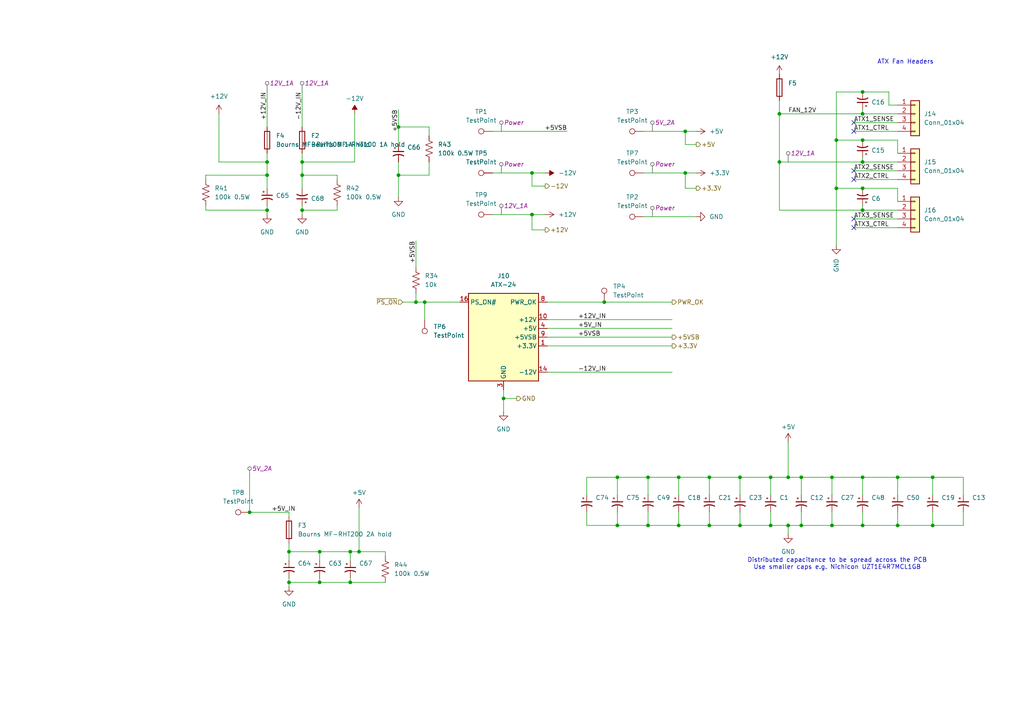
<source format=kicad_sch>
(kicad_sch
	(version 20231120)
	(generator "eeschema")
	(generator_version "8.0")
	(uuid "b6cac390-ad4b-4197-a313-e9faadb7090e")
	(paper "A4")
	(lib_symbols
		(symbol "Connector:ATX-24"
			(exclude_from_sim no)
			(in_bom yes)
			(on_board yes)
			(property "Reference" "J"
				(at -8.89 13.97 0)
				(effects
					(font
						(size 1.27 1.27)
					)
				)
			)
			(property "Value" "ATX-24"
				(at 6.35 13.97 0)
				(effects
					(font
						(size 1.27 1.27)
					)
				)
			)
			(property "Footprint" ""
				(at 0 -2.54 0)
				(effects
					(font
						(size 1.27 1.27)
					)
					(hide yes)
				)
			)
			(property "Datasheet" "https://www.intel.com/content/dam/www/public/us/en/documents/guides/power-supply-design-guide-june.pdf#page=33"
				(at 60.96 -13.97 0)
				(effects
					(font
						(size 1.27 1.27)
					)
					(hide yes)
				)
			)
			(property "Description" "ATX Power supply 24pins"
				(at 0 0 0)
				(effects
					(font
						(size 1.27 1.27)
					)
					(hide yes)
				)
			)
			(property "ki_keywords" "ATX PSU"
				(at 0 0 0)
				(effects
					(font
						(size 1.27 1.27)
					)
					(hide yes)
				)
			)
			(property "ki_fp_filters" "*Mini?Fit*2x12*Vertical* *Mini?Fit*2x12*Horizontal*"
				(at 0 0 0)
				(effects
					(font
						(size 1.27 1.27)
					)
					(hide yes)
				)
			)
			(symbol "ATX-24_0_1"
				(rectangle
					(start -10.16 12.7)
					(end 10.16 -12.7)
					(stroke
						(width 0.254)
						(type default)
					)
					(fill
						(type background)
					)
				)
			)
			(symbol "ATX-24_1_1"
				(pin power_out line
					(at 12.7 -2.54 180)
					(length 2.54)
					(name "+3.3V"
						(effects
							(font
								(size 1.27 1.27)
							)
						)
					)
					(number "1"
						(effects
							(font
								(size 1.27 1.27)
							)
						)
					)
				)
				(pin power_out line
					(at 12.7 5.08 180)
					(length 2.54)
					(name "+12V"
						(effects
							(font
								(size 1.27 1.27)
							)
						)
					)
					(number "10"
						(effects
							(font
								(size 1.27 1.27)
							)
						)
					)
				)
				(pin passive line
					(at 12.7 5.08 180)
					(length 2.54) hide
					(name "+12V"
						(effects
							(font
								(size 1.27 1.27)
							)
						)
					)
					(number "11"
						(effects
							(font
								(size 1.27 1.27)
							)
						)
					)
				)
				(pin passive line
					(at 12.7 -2.54 180)
					(length 2.54) hide
					(name "+3.3V"
						(effects
							(font
								(size 1.27 1.27)
							)
						)
					)
					(number "12"
						(effects
							(font
								(size 1.27 1.27)
							)
						)
					)
				)
				(pin passive line
					(at 12.7 -2.54 180)
					(length 2.54) hide
					(name "+3.3V"
						(effects
							(font
								(size 1.27 1.27)
							)
						)
					)
					(number "13"
						(effects
							(font
								(size 1.27 1.27)
							)
						)
					)
				)
				(pin power_out line
					(at 12.7 -10.16 180)
					(length 2.54)
					(name "-12V"
						(effects
							(font
								(size 1.27 1.27)
							)
						)
					)
					(number "14"
						(effects
							(font
								(size 1.27 1.27)
							)
						)
					)
				)
				(pin passive line
					(at 0 -15.24 90)
					(length 2.54) hide
					(name "GND"
						(effects
							(font
								(size 1.27 1.27)
							)
						)
					)
					(number "15"
						(effects
							(font
								(size 1.27 1.27)
							)
						)
					)
				)
				(pin open_collector line
					(at -12.7 10.16 0)
					(length 2.54)
					(name "PS_ON#"
						(effects
							(font
								(size 1.27 1.27)
							)
						)
					)
					(number "16"
						(effects
							(font
								(size 1.27 1.27)
							)
						)
					)
				)
				(pin passive line
					(at 0 -15.24 90)
					(length 2.54) hide
					(name "GND"
						(effects
							(font
								(size 1.27 1.27)
							)
						)
					)
					(number "17"
						(effects
							(font
								(size 1.27 1.27)
							)
						)
					)
				)
				(pin passive line
					(at 0 -15.24 90)
					(length 2.54) hide
					(name "GND"
						(effects
							(font
								(size 1.27 1.27)
							)
						)
					)
					(number "18"
						(effects
							(font
								(size 1.27 1.27)
							)
						)
					)
				)
				(pin passive line
					(at 0 -15.24 90)
					(length 2.54) hide
					(name "GND"
						(effects
							(font
								(size 1.27 1.27)
							)
						)
					)
					(number "19"
						(effects
							(font
								(size 1.27 1.27)
							)
						)
					)
				)
				(pin passive line
					(at 12.7 -2.54 180)
					(length 2.54) hide
					(name "+3.3V"
						(effects
							(font
								(size 1.27 1.27)
							)
						)
					)
					(number "2"
						(effects
							(font
								(size 1.27 1.27)
							)
						)
					)
				)
				(pin no_connect line
					(at -10.16 0 0)
					(length 2.54) hide
					(name "NC"
						(effects
							(font
								(size 1.27 1.27)
							)
						)
					)
					(number "20"
						(effects
							(font
								(size 1.27 1.27)
							)
						)
					)
				)
				(pin passive line
					(at 12.7 2.54 180)
					(length 2.54) hide
					(name "+5V"
						(effects
							(font
								(size 1.27 1.27)
							)
						)
					)
					(number "21"
						(effects
							(font
								(size 1.27 1.27)
							)
						)
					)
				)
				(pin passive line
					(at 12.7 2.54 180)
					(length 2.54) hide
					(name "+5V"
						(effects
							(font
								(size 1.27 1.27)
							)
						)
					)
					(number "22"
						(effects
							(font
								(size 1.27 1.27)
							)
						)
					)
				)
				(pin passive line
					(at 12.7 2.54 180)
					(length 2.54) hide
					(name "+5V"
						(effects
							(font
								(size 1.27 1.27)
							)
						)
					)
					(number "23"
						(effects
							(font
								(size 1.27 1.27)
							)
						)
					)
				)
				(pin passive line
					(at 0 -15.24 90)
					(length 2.54) hide
					(name "GND"
						(effects
							(font
								(size 1.27 1.27)
							)
						)
					)
					(number "24"
						(effects
							(font
								(size 1.27 1.27)
							)
						)
					)
				)
				(pin power_out line
					(at 0 -15.24 90)
					(length 2.54)
					(name "GND"
						(effects
							(font
								(size 1.27 1.27)
							)
						)
					)
					(number "3"
						(effects
							(font
								(size 1.27 1.27)
							)
						)
					)
				)
				(pin power_out line
					(at 12.7 2.54 180)
					(length 2.54)
					(name "+5V"
						(effects
							(font
								(size 1.27 1.27)
							)
						)
					)
					(number "4"
						(effects
							(font
								(size 1.27 1.27)
							)
						)
					)
				)
				(pin passive line
					(at 0 -15.24 90)
					(length 2.54) hide
					(name "GND"
						(effects
							(font
								(size 1.27 1.27)
							)
						)
					)
					(number "5"
						(effects
							(font
								(size 1.27 1.27)
							)
						)
					)
				)
				(pin passive line
					(at 12.7 2.54 180)
					(length 2.54) hide
					(name "+5V"
						(effects
							(font
								(size 1.27 1.27)
							)
						)
					)
					(number "6"
						(effects
							(font
								(size 1.27 1.27)
							)
						)
					)
				)
				(pin passive line
					(at 0 -15.24 90)
					(length 2.54) hide
					(name "GND"
						(effects
							(font
								(size 1.27 1.27)
							)
						)
					)
					(number "7"
						(effects
							(font
								(size 1.27 1.27)
							)
						)
					)
				)
				(pin output line
					(at 12.7 10.16 180)
					(length 2.54)
					(name "PWR_OK"
						(effects
							(font
								(size 1.27 1.27)
							)
						)
					)
					(number "8"
						(effects
							(font
								(size 1.27 1.27)
							)
						)
					)
				)
				(pin power_out line
					(at 12.7 0 180)
					(length 2.54)
					(name "+5VSB"
						(effects
							(font
								(size 1.27 1.27)
							)
						)
					)
					(number "9"
						(effects
							(font
								(size 1.27 1.27)
							)
						)
					)
				)
			)
		)
		(symbol "Connector:TestPoint"
			(pin_numbers hide)
			(pin_names
				(offset 0.762) hide)
			(exclude_from_sim no)
			(in_bom yes)
			(on_board yes)
			(property "Reference" "TP"
				(at 0 6.858 0)
				(effects
					(font
						(size 1.27 1.27)
					)
				)
			)
			(property "Value" "TestPoint"
				(at 0 5.08 0)
				(effects
					(font
						(size 1.27 1.27)
					)
				)
			)
			(property "Footprint" ""
				(at 5.08 0 0)
				(effects
					(font
						(size 1.27 1.27)
					)
					(hide yes)
				)
			)
			(property "Datasheet" "~"
				(at 5.08 0 0)
				(effects
					(font
						(size 1.27 1.27)
					)
					(hide yes)
				)
			)
			(property "Description" "test point"
				(at 0 0 0)
				(effects
					(font
						(size 1.27 1.27)
					)
					(hide yes)
				)
			)
			(property "ki_keywords" "test point tp"
				(at 0 0 0)
				(effects
					(font
						(size 1.27 1.27)
					)
					(hide yes)
				)
			)
			(property "ki_fp_filters" "Pin* Test*"
				(at 0 0 0)
				(effects
					(font
						(size 1.27 1.27)
					)
					(hide yes)
				)
			)
			(symbol "TestPoint_0_1"
				(circle
					(center 0 3.302)
					(radius 0.762)
					(stroke
						(width 0)
						(type default)
					)
					(fill
						(type none)
					)
				)
			)
			(symbol "TestPoint_1_1"
				(pin passive line
					(at 0 0 90)
					(length 2.54)
					(name "1"
						(effects
							(font
								(size 1.27 1.27)
							)
						)
					)
					(number "1"
						(effects
							(font
								(size 1.27 1.27)
							)
						)
					)
				)
			)
		)
		(symbol "Connector_Generic:Conn_01x04"
			(pin_names
				(offset 1.016) hide)
			(exclude_from_sim no)
			(in_bom yes)
			(on_board yes)
			(property "Reference" "J"
				(at 0 5.08 0)
				(effects
					(font
						(size 1.27 1.27)
					)
				)
			)
			(property "Value" "Conn_01x04"
				(at 0 -7.62 0)
				(effects
					(font
						(size 1.27 1.27)
					)
				)
			)
			(property "Footprint" ""
				(at 0 0 0)
				(effects
					(font
						(size 1.27 1.27)
					)
					(hide yes)
				)
			)
			(property "Datasheet" "~"
				(at 0 0 0)
				(effects
					(font
						(size 1.27 1.27)
					)
					(hide yes)
				)
			)
			(property "Description" "Generic connector, single row, 01x04, script generated (kicad-library-utils/schlib/autogen/connector/)"
				(at 0 0 0)
				(effects
					(font
						(size 1.27 1.27)
					)
					(hide yes)
				)
			)
			(property "ki_keywords" "connector"
				(at 0 0 0)
				(effects
					(font
						(size 1.27 1.27)
					)
					(hide yes)
				)
			)
			(property "ki_fp_filters" "Connector*:*_1x??_*"
				(at 0 0 0)
				(effects
					(font
						(size 1.27 1.27)
					)
					(hide yes)
				)
			)
			(symbol "Conn_01x04_1_1"
				(rectangle
					(start -1.27 -4.953)
					(end 0 -5.207)
					(stroke
						(width 0.1524)
						(type default)
					)
					(fill
						(type none)
					)
				)
				(rectangle
					(start -1.27 -2.413)
					(end 0 -2.667)
					(stroke
						(width 0.1524)
						(type default)
					)
					(fill
						(type none)
					)
				)
				(rectangle
					(start -1.27 0.127)
					(end 0 -0.127)
					(stroke
						(width 0.1524)
						(type default)
					)
					(fill
						(type none)
					)
				)
				(rectangle
					(start -1.27 2.667)
					(end 0 2.413)
					(stroke
						(width 0.1524)
						(type default)
					)
					(fill
						(type none)
					)
				)
				(rectangle
					(start -1.27 3.81)
					(end 1.27 -6.35)
					(stroke
						(width 0.254)
						(type default)
					)
					(fill
						(type background)
					)
				)
				(pin passive line
					(at -5.08 2.54 0)
					(length 3.81)
					(name "Pin_1"
						(effects
							(font
								(size 1.27 1.27)
							)
						)
					)
					(number "1"
						(effects
							(font
								(size 1.27 1.27)
							)
						)
					)
				)
				(pin passive line
					(at -5.08 0 0)
					(length 3.81)
					(name "Pin_2"
						(effects
							(font
								(size 1.27 1.27)
							)
						)
					)
					(number "2"
						(effects
							(font
								(size 1.27 1.27)
							)
						)
					)
				)
				(pin passive line
					(at -5.08 -2.54 0)
					(length 3.81)
					(name "Pin_3"
						(effects
							(font
								(size 1.27 1.27)
							)
						)
					)
					(number "3"
						(effects
							(font
								(size 1.27 1.27)
							)
						)
					)
				)
				(pin passive line
					(at -5.08 -5.08 0)
					(length 3.81)
					(name "Pin_4"
						(effects
							(font
								(size 1.27 1.27)
							)
						)
					)
					(number "4"
						(effects
							(font
								(size 1.27 1.27)
							)
						)
					)
				)
			)
		)
		(symbol "Device:C_Polarized_Small_US"
			(pin_numbers hide)
			(pin_names
				(offset 0.254) hide)
			(exclude_from_sim no)
			(in_bom yes)
			(on_board yes)
			(property "Reference" "C"
				(at 0.254 1.778 0)
				(effects
					(font
						(size 1.27 1.27)
					)
					(justify left)
				)
			)
			(property "Value" "C_Polarized_Small_US"
				(at 0.254 -2.032 0)
				(effects
					(font
						(size 1.27 1.27)
					)
					(justify left)
				)
			)
			(property "Footprint" ""
				(at 0 0 0)
				(effects
					(font
						(size 1.27 1.27)
					)
					(hide yes)
				)
			)
			(property "Datasheet" "~"
				(at 0 0 0)
				(effects
					(font
						(size 1.27 1.27)
					)
					(hide yes)
				)
			)
			(property "Description" "Polarized capacitor, small US symbol"
				(at 0 0 0)
				(effects
					(font
						(size 1.27 1.27)
					)
					(hide yes)
				)
			)
			(property "ki_keywords" "cap capacitor"
				(at 0 0 0)
				(effects
					(font
						(size 1.27 1.27)
					)
					(hide yes)
				)
			)
			(property "ki_fp_filters" "CP_*"
				(at 0 0 0)
				(effects
					(font
						(size 1.27 1.27)
					)
					(hide yes)
				)
			)
			(symbol "C_Polarized_Small_US_0_1"
				(polyline
					(pts
						(xy -1.524 0.508) (xy 1.524 0.508)
					)
					(stroke
						(width 0.3048)
						(type default)
					)
					(fill
						(type none)
					)
				)
				(polyline
					(pts
						(xy -1.27 1.524) (xy -0.762 1.524)
					)
					(stroke
						(width 0)
						(type default)
					)
					(fill
						(type none)
					)
				)
				(polyline
					(pts
						(xy -1.016 1.27) (xy -1.016 1.778)
					)
					(stroke
						(width 0)
						(type default)
					)
					(fill
						(type none)
					)
				)
				(arc
					(start 1.524 -0.762)
					(mid 0 -0.3734)
					(end -1.524 -0.762)
					(stroke
						(width 0.3048)
						(type default)
					)
					(fill
						(type none)
					)
				)
			)
			(symbol "C_Polarized_Small_US_1_1"
				(pin passive line
					(at 0 2.54 270)
					(length 2.032)
					(name "~"
						(effects
							(font
								(size 1.27 1.27)
							)
						)
					)
					(number "1"
						(effects
							(font
								(size 1.27 1.27)
							)
						)
					)
				)
				(pin passive line
					(at 0 -2.54 90)
					(length 2.032)
					(name "~"
						(effects
							(font
								(size 1.27 1.27)
							)
						)
					)
					(number "2"
						(effects
							(font
								(size 1.27 1.27)
							)
						)
					)
				)
			)
		)
		(symbol "Device:Fuse"
			(pin_numbers hide)
			(pin_names
				(offset 0)
			)
			(exclude_from_sim no)
			(in_bom yes)
			(on_board yes)
			(property "Reference" "F"
				(at 2.032 0 90)
				(effects
					(font
						(size 1.27 1.27)
					)
				)
			)
			(property "Value" "Fuse"
				(at -1.905 0 90)
				(effects
					(font
						(size 1.27 1.27)
					)
				)
			)
			(property "Footprint" ""
				(at -1.778 0 90)
				(effects
					(font
						(size 1.27 1.27)
					)
					(hide yes)
				)
			)
			(property "Datasheet" "~"
				(at 0 0 0)
				(effects
					(font
						(size 1.27 1.27)
					)
					(hide yes)
				)
			)
			(property "Description" "Fuse"
				(at 0 0 0)
				(effects
					(font
						(size 1.27 1.27)
					)
					(hide yes)
				)
			)
			(property "ki_keywords" "fuse"
				(at 0 0 0)
				(effects
					(font
						(size 1.27 1.27)
					)
					(hide yes)
				)
			)
			(property "ki_fp_filters" "*Fuse*"
				(at 0 0 0)
				(effects
					(font
						(size 1.27 1.27)
					)
					(hide yes)
				)
			)
			(symbol "Fuse_0_1"
				(rectangle
					(start -0.762 -2.54)
					(end 0.762 2.54)
					(stroke
						(width 0.254)
						(type default)
					)
					(fill
						(type none)
					)
				)
				(polyline
					(pts
						(xy 0 2.54) (xy 0 -2.54)
					)
					(stroke
						(width 0)
						(type default)
					)
					(fill
						(type none)
					)
				)
			)
			(symbol "Fuse_1_1"
				(pin passive line
					(at 0 3.81 270)
					(length 1.27)
					(name "~"
						(effects
							(font
								(size 1.27 1.27)
							)
						)
					)
					(number "1"
						(effects
							(font
								(size 1.27 1.27)
							)
						)
					)
				)
				(pin passive line
					(at 0 -3.81 90)
					(length 1.27)
					(name "~"
						(effects
							(font
								(size 1.27 1.27)
							)
						)
					)
					(number "2"
						(effects
							(font
								(size 1.27 1.27)
							)
						)
					)
				)
			)
		)
		(symbol "Device:R_US"
			(pin_numbers hide)
			(pin_names
				(offset 0)
			)
			(exclude_from_sim no)
			(in_bom yes)
			(on_board yes)
			(property "Reference" "R"
				(at 2.54 0 90)
				(effects
					(font
						(size 1.27 1.27)
					)
				)
			)
			(property "Value" "R_US"
				(at -2.54 0 90)
				(effects
					(font
						(size 1.27 1.27)
					)
				)
			)
			(property "Footprint" ""
				(at 1.016 -0.254 90)
				(effects
					(font
						(size 1.27 1.27)
					)
					(hide yes)
				)
			)
			(property "Datasheet" "~"
				(at 0 0 0)
				(effects
					(font
						(size 1.27 1.27)
					)
					(hide yes)
				)
			)
			(property "Description" "Resistor, US symbol"
				(at 0 0 0)
				(effects
					(font
						(size 1.27 1.27)
					)
					(hide yes)
				)
			)
			(property "ki_keywords" "R res resistor"
				(at 0 0 0)
				(effects
					(font
						(size 1.27 1.27)
					)
					(hide yes)
				)
			)
			(property "ki_fp_filters" "R_*"
				(at 0 0 0)
				(effects
					(font
						(size 1.27 1.27)
					)
					(hide yes)
				)
			)
			(symbol "R_US_0_1"
				(polyline
					(pts
						(xy 0 -2.286) (xy 0 -2.54)
					)
					(stroke
						(width 0)
						(type default)
					)
					(fill
						(type none)
					)
				)
				(polyline
					(pts
						(xy 0 2.286) (xy 0 2.54)
					)
					(stroke
						(width 0)
						(type default)
					)
					(fill
						(type none)
					)
				)
				(polyline
					(pts
						(xy 0 -0.762) (xy 1.016 -1.143) (xy 0 -1.524) (xy -1.016 -1.905) (xy 0 -2.286)
					)
					(stroke
						(width 0)
						(type default)
					)
					(fill
						(type none)
					)
				)
				(polyline
					(pts
						(xy 0 0.762) (xy 1.016 0.381) (xy 0 0) (xy -1.016 -0.381) (xy 0 -0.762)
					)
					(stroke
						(width 0)
						(type default)
					)
					(fill
						(type none)
					)
				)
				(polyline
					(pts
						(xy 0 2.286) (xy 1.016 1.905) (xy 0 1.524) (xy -1.016 1.143) (xy 0 0.762)
					)
					(stroke
						(width 0)
						(type default)
					)
					(fill
						(type none)
					)
				)
			)
			(symbol "R_US_1_1"
				(pin passive line
					(at 0 3.81 270)
					(length 1.27)
					(name "~"
						(effects
							(font
								(size 1.27 1.27)
							)
						)
					)
					(number "1"
						(effects
							(font
								(size 1.27 1.27)
							)
						)
					)
				)
				(pin passive line
					(at 0 -3.81 90)
					(length 1.27)
					(name "~"
						(effects
							(font
								(size 1.27 1.27)
							)
						)
					)
					(number "2"
						(effects
							(font
								(size 1.27 1.27)
							)
						)
					)
				)
			)
		)
		(symbol "power:+12V"
			(power)
			(pin_names
				(offset 0)
			)
			(exclude_from_sim no)
			(in_bom yes)
			(on_board yes)
			(property "Reference" "#PWR"
				(at 0 -3.81 0)
				(effects
					(font
						(size 1.27 1.27)
					)
					(hide yes)
				)
			)
			(property "Value" "+12V"
				(at 0 3.556 0)
				(effects
					(font
						(size 1.27 1.27)
					)
				)
			)
			(property "Footprint" ""
				(at 0 0 0)
				(effects
					(font
						(size 1.27 1.27)
					)
					(hide yes)
				)
			)
			(property "Datasheet" ""
				(at 0 0 0)
				(effects
					(font
						(size 1.27 1.27)
					)
					(hide yes)
				)
			)
			(property "Description" "Power symbol creates a global label with name \"+12V\""
				(at 0 0 0)
				(effects
					(font
						(size 1.27 1.27)
					)
					(hide yes)
				)
			)
			(property "ki_keywords" "global power"
				(at 0 0 0)
				(effects
					(font
						(size 1.27 1.27)
					)
					(hide yes)
				)
			)
			(symbol "+12V_0_1"
				(polyline
					(pts
						(xy -0.762 1.27) (xy 0 2.54)
					)
					(stroke
						(width 0)
						(type default)
					)
					(fill
						(type none)
					)
				)
				(polyline
					(pts
						(xy 0 0) (xy 0 2.54)
					)
					(stroke
						(width 0)
						(type default)
					)
					(fill
						(type none)
					)
				)
				(polyline
					(pts
						(xy 0 2.54) (xy 0.762 1.27)
					)
					(stroke
						(width 0)
						(type default)
					)
					(fill
						(type none)
					)
				)
			)
			(symbol "+12V_1_1"
				(pin power_in line
					(at 0 0 90)
					(length 0) hide
					(name "+12V"
						(effects
							(font
								(size 1.27 1.27)
							)
						)
					)
					(number "1"
						(effects
							(font
								(size 1.27 1.27)
							)
						)
					)
				)
			)
		)
		(symbol "power:+3.3V"
			(power)
			(pin_names
				(offset 0)
			)
			(exclude_from_sim no)
			(in_bom yes)
			(on_board yes)
			(property "Reference" "#PWR"
				(at 0 -3.81 0)
				(effects
					(font
						(size 1.27 1.27)
					)
					(hide yes)
				)
			)
			(property "Value" "+3.3V"
				(at 0 3.556 0)
				(effects
					(font
						(size 1.27 1.27)
					)
				)
			)
			(property "Footprint" ""
				(at 0 0 0)
				(effects
					(font
						(size 1.27 1.27)
					)
					(hide yes)
				)
			)
			(property "Datasheet" ""
				(at 0 0 0)
				(effects
					(font
						(size 1.27 1.27)
					)
					(hide yes)
				)
			)
			(property "Description" "Power symbol creates a global label with name \"+3.3V\""
				(at 0 0 0)
				(effects
					(font
						(size 1.27 1.27)
					)
					(hide yes)
				)
			)
			(property "ki_keywords" "global power"
				(at 0 0 0)
				(effects
					(font
						(size 1.27 1.27)
					)
					(hide yes)
				)
			)
			(symbol "+3.3V_0_1"
				(polyline
					(pts
						(xy -0.762 1.27) (xy 0 2.54)
					)
					(stroke
						(width 0)
						(type default)
					)
					(fill
						(type none)
					)
				)
				(polyline
					(pts
						(xy 0 0) (xy 0 2.54)
					)
					(stroke
						(width 0)
						(type default)
					)
					(fill
						(type none)
					)
				)
				(polyline
					(pts
						(xy 0 2.54) (xy 0.762 1.27)
					)
					(stroke
						(width 0)
						(type default)
					)
					(fill
						(type none)
					)
				)
			)
			(symbol "+3.3V_1_1"
				(pin power_in line
					(at 0 0 90)
					(length 0) hide
					(name "+3.3V"
						(effects
							(font
								(size 1.27 1.27)
							)
						)
					)
					(number "1"
						(effects
							(font
								(size 1.27 1.27)
							)
						)
					)
				)
			)
		)
		(symbol "power:+5V"
			(power)
			(pin_names
				(offset 0)
			)
			(exclude_from_sim no)
			(in_bom yes)
			(on_board yes)
			(property "Reference" "#PWR"
				(at 0 -3.81 0)
				(effects
					(font
						(size 1.27 1.27)
					)
					(hide yes)
				)
			)
			(property "Value" "+5V"
				(at 0 3.556 0)
				(effects
					(font
						(size 1.27 1.27)
					)
				)
			)
			(property "Footprint" ""
				(at 0 0 0)
				(effects
					(font
						(size 1.27 1.27)
					)
					(hide yes)
				)
			)
			(property "Datasheet" ""
				(at 0 0 0)
				(effects
					(font
						(size 1.27 1.27)
					)
					(hide yes)
				)
			)
			(property "Description" "Power symbol creates a global label with name \"+5V\""
				(at 0 0 0)
				(effects
					(font
						(size 1.27 1.27)
					)
					(hide yes)
				)
			)
			(property "ki_keywords" "global power"
				(at 0 0 0)
				(effects
					(font
						(size 1.27 1.27)
					)
					(hide yes)
				)
			)
			(symbol "+5V_0_1"
				(polyline
					(pts
						(xy -0.762 1.27) (xy 0 2.54)
					)
					(stroke
						(width 0)
						(type default)
					)
					(fill
						(type none)
					)
				)
				(polyline
					(pts
						(xy 0 0) (xy 0 2.54)
					)
					(stroke
						(width 0)
						(type default)
					)
					(fill
						(type none)
					)
				)
				(polyline
					(pts
						(xy 0 2.54) (xy 0.762 1.27)
					)
					(stroke
						(width 0)
						(type default)
					)
					(fill
						(type none)
					)
				)
			)
			(symbol "+5V_1_1"
				(pin power_in line
					(at 0 0 90)
					(length 0) hide
					(name "+5V"
						(effects
							(font
								(size 1.27 1.27)
							)
						)
					)
					(number "1"
						(effects
							(font
								(size 1.27 1.27)
							)
						)
					)
				)
			)
		)
		(symbol "power:-12V"
			(power)
			(pin_names
				(offset 0)
			)
			(exclude_from_sim no)
			(in_bom yes)
			(on_board yes)
			(property "Reference" "#PWR"
				(at 0 2.54 0)
				(effects
					(font
						(size 1.27 1.27)
					)
					(hide yes)
				)
			)
			(property "Value" "-12V"
				(at 0 3.81 0)
				(effects
					(font
						(size 1.27 1.27)
					)
				)
			)
			(property "Footprint" ""
				(at 0 0 0)
				(effects
					(font
						(size 1.27 1.27)
					)
					(hide yes)
				)
			)
			(property "Datasheet" ""
				(at 0 0 0)
				(effects
					(font
						(size 1.27 1.27)
					)
					(hide yes)
				)
			)
			(property "Description" "Power symbol creates a global label with name \"-12V\""
				(at 0 0 0)
				(effects
					(font
						(size 1.27 1.27)
					)
					(hide yes)
				)
			)
			(property "ki_keywords" "global power"
				(at 0 0 0)
				(effects
					(font
						(size 1.27 1.27)
					)
					(hide yes)
				)
			)
			(symbol "-12V_0_0"
				(pin power_in line
					(at 0 0 90)
					(length 0) hide
					(name "-12V"
						(effects
							(font
								(size 1.27 1.27)
							)
						)
					)
					(number "1"
						(effects
							(font
								(size 1.27 1.27)
							)
						)
					)
				)
			)
			(symbol "-12V_0_1"
				(polyline
					(pts
						(xy 0 0) (xy 0 1.27) (xy 0.762 1.27) (xy 0 2.54) (xy -0.762 1.27) (xy 0 1.27)
					)
					(stroke
						(width 0)
						(type default)
					)
					(fill
						(type outline)
					)
				)
			)
		)
		(symbol "power:GND"
			(power)
			(pin_names
				(offset 0)
			)
			(exclude_from_sim no)
			(in_bom yes)
			(on_board yes)
			(property "Reference" "#PWR"
				(at 0 -6.35 0)
				(effects
					(font
						(size 1.27 1.27)
					)
					(hide yes)
				)
			)
			(property "Value" "GND"
				(at 0 -3.81 0)
				(effects
					(font
						(size 1.27 1.27)
					)
				)
			)
			(property "Footprint" ""
				(at 0 0 0)
				(effects
					(font
						(size 1.27 1.27)
					)
					(hide yes)
				)
			)
			(property "Datasheet" ""
				(at 0 0 0)
				(effects
					(font
						(size 1.27 1.27)
					)
					(hide yes)
				)
			)
			(property "Description" "Power symbol creates a global label with name \"GND\" , ground"
				(at 0 0 0)
				(effects
					(font
						(size 1.27 1.27)
					)
					(hide yes)
				)
			)
			(property "ki_keywords" "global power"
				(at 0 0 0)
				(effects
					(font
						(size 1.27 1.27)
					)
					(hide yes)
				)
			)
			(symbol "GND_0_1"
				(polyline
					(pts
						(xy 0 0) (xy 0 -1.27) (xy 1.27 -1.27) (xy 0 -2.54) (xy -1.27 -1.27) (xy 0 -1.27)
					)
					(stroke
						(width 0)
						(type default)
					)
					(fill
						(type none)
					)
				)
			)
			(symbol "GND_1_1"
				(pin power_in line
					(at 0 0 270)
					(length 0) hide
					(name "GND"
						(effects
							(font
								(size 1.27 1.27)
							)
						)
					)
					(number "1"
						(effects
							(font
								(size 1.27 1.27)
							)
						)
					)
				)
			)
		)
	)
	(junction
		(at 83.82 168.91)
		(diameter 0)
		(color 0 0 0 0)
		(uuid "116e71e7-2abb-4416-b90d-740494be2c65")
	)
	(junction
		(at 196.85 138.43)
		(diameter 0)
		(color 0 0 0 0)
		(uuid "14f7f983-148e-4c9b-9d0a-e6ab7b4b2335")
	)
	(junction
		(at 154.305 50.165)
		(diameter 0)
		(color 0 0 0 0)
		(uuid "1b4dac79-846b-4cd3-a218-a3da4ec46bf4")
	)
	(junction
		(at 101.6 160.02)
		(diameter 0)
		(color 0 0 0 0)
		(uuid "273e0e0a-e375-42db-81e5-85d1300c346e")
	)
	(junction
		(at 232.41 138.43)
		(diameter 0)
		(color 0 0 0 0)
		(uuid "301fd253-acbf-4e8f-8c67-669ef5271712")
	)
	(junction
		(at 241.3 138.43)
		(diameter 0)
		(color 0 0 0 0)
		(uuid "3080956e-5282-4978-8768-70e723ab5674")
	)
	(junction
		(at 87.63 46.99)
		(diameter 0)
		(color 0 0 0 0)
		(uuid "31d7a3ac-cdd5-4441-8484-daedcd225c91")
	)
	(junction
		(at 260.35 138.43)
		(diameter 0)
		(color 0 0 0 0)
		(uuid "3af9a95d-b76e-40ae-9bd8-7abf6fa2fa21")
	)
	(junction
		(at 250.19 138.43)
		(diameter 0)
		(color 0 0 0 0)
		(uuid "4590d0f3-9eba-4ec7-93e4-3754be583e0d")
	)
	(junction
		(at 214.63 152.4)
		(diameter 0)
		(color 0 0 0 0)
		(uuid "481eece6-f4dd-41c0-8848-90d3667d5b84")
	)
	(junction
		(at 83.82 160.02)
		(diameter 0)
		(color 0 0 0 0)
		(uuid "509bec1a-e748-4d73-ab36-181e2a9fbb48")
	)
	(junction
		(at 87.63 50.8)
		(diameter 0)
		(color 0 0 0 0)
		(uuid "6694fd8e-eca1-49af-8a47-c96f12636f4b")
	)
	(junction
		(at 198.755 50.165)
		(diameter 0)
		(color 0 0 0 0)
		(uuid "689a4d45-4508-44f7-9501-4e9bf2541709")
	)
	(junction
		(at 242.57 40.64)
		(diameter 0)
		(color 0 0 0 0)
		(uuid "6977275e-dd4f-4680-9c5a-942a55dc7e78")
	)
	(junction
		(at 250.19 152.4)
		(diameter 0)
		(color 0 0 0 0)
		(uuid "6bbf1b4f-81f7-4f0f-b079-fd460eb56127")
	)
	(junction
		(at 270.51 152.4)
		(diameter 0)
		(color 0 0 0 0)
		(uuid "6d87b03b-89ff-4f3c-89e0-3438079fb4cc")
	)
	(junction
		(at 115.57 50.8)
		(diameter 0)
		(color 0 0 0 0)
		(uuid "6e2e6f7d-fc39-47b4-99b7-1efd441fdbdd")
	)
	(junction
		(at 92.71 168.91)
		(diameter 0)
		(color 0 0 0 0)
		(uuid "77fbea29-2f92-4269-9188-c942ec62a26d")
	)
	(junction
		(at 198.755 38.1)
		(diameter 0)
		(color 0 0 0 0)
		(uuid "822f5005-6aa1-41de-8a24-b1fea9bd1270")
	)
	(junction
		(at 260.35 152.4)
		(diameter 0)
		(color 0 0 0 0)
		(uuid "90e4778d-1f16-4ed4-8064-d53635d8165d")
	)
	(junction
		(at 241.3 152.4)
		(diameter 0)
		(color 0 0 0 0)
		(uuid "91b56fa4-8841-402b-a36f-0da15947636b")
	)
	(junction
		(at 77.47 46.99)
		(diameter 0)
		(color 0 0 0 0)
		(uuid "9bfe520a-c9df-4464-97db-4387783324d3")
	)
	(junction
		(at 250.19 40.64)
		(diameter 0)
		(color 0 0 0 0)
		(uuid "9e68b3a5-c195-4927-8e42-54d844b932b7")
	)
	(junction
		(at 232.41 152.4)
		(diameter 0)
		(color 0 0 0 0)
		(uuid "9ee01102-cfd3-42fe-a912-8ae73dc88a8b")
	)
	(junction
		(at 154.305 62.23)
		(diameter 0)
		(color 0 0 0 0)
		(uuid "9f4e0db0-e395-433a-baf0-28fe4eaf43b8")
	)
	(junction
		(at 250.19 46.99)
		(diameter 0)
		(color 0 0 0 0)
		(uuid "a2ac995e-4c1f-47b2-b0b7-d86c96312b52")
	)
	(junction
		(at 146.05 115.57)
		(diameter 0)
		(color 0 0 0 0)
		(uuid "a2f93c7e-a450-4b3b-80f9-da46aaed8764")
	)
	(junction
		(at 179.07 152.4)
		(diameter 0)
		(color 0 0 0 0)
		(uuid "a63bda21-35a8-44de-b9f4-649078c7773f")
	)
	(junction
		(at 226.06 46.99)
		(diameter 0)
		(color 0 0 0 0)
		(uuid "aedd376e-bdc8-4f23-8e91-2bfd5e6e8554")
	)
	(junction
		(at 270.51 138.43)
		(diameter 0)
		(color 0 0 0 0)
		(uuid "b5545281-de0d-4c6c-9ade-3a348bca4247")
	)
	(junction
		(at 228.6 138.43)
		(diameter 0)
		(color 0 0 0 0)
		(uuid "b73a9753-04e3-476b-a4ac-edc43b3bbb30")
	)
	(junction
		(at 250.19 54.61)
		(diameter 0)
		(color 0 0 0 0)
		(uuid "bb3cb232-dd9c-4caf-914f-dc302a630e64")
	)
	(junction
		(at 179.07 138.43)
		(diameter 0)
		(color 0 0 0 0)
		(uuid "bd23cf94-e0d6-4a8d-814a-fe6f6413af93")
	)
	(junction
		(at 223.52 138.43)
		(diameter 0)
		(color 0 0 0 0)
		(uuid "c3c3d31e-c159-4ada-87e4-b1dce5a4c5fa")
	)
	(junction
		(at 115.57 36.83)
		(diameter 0)
		(color 0 0 0 0)
		(uuid "c3cdaf33-1229-4289-a9e7-9e74c4adbcd2")
	)
	(junction
		(at 175.26 87.63)
		(diameter 0)
		(color 0 0 0 0)
		(uuid "cb6b8877-6bd2-4c8b-83c1-37e9b52ac749")
	)
	(junction
		(at 205.74 152.4)
		(diameter 0)
		(color 0 0 0 0)
		(uuid "cba2b84c-addf-42d9-a193-577a270f4364")
	)
	(junction
		(at 205.74 138.43)
		(diameter 0)
		(color 0 0 0 0)
		(uuid "cc400988-2254-4bc7-81bf-e6c89c032d4f")
	)
	(junction
		(at 214.63 138.43)
		(diameter 0)
		(color 0 0 0 0)
		(uuid "cccc704e-ed82-4692-a06f-ffd85997082d")
	)
	(junction
		(at 228.6 152.4)
		(diameter 0)
		(color 0 0 0 0)
		(uuid "cd5dc69a-b10e-4a2a-a679-e0d48ac22419")
	)
	(junction
		(at 104.14 160.02)
		(diameter 0)
		(color 0 0 0 0)
		(uuid "cef02521-9313-458f-9abc-f176be371fac")
	)
	(junction
		(at 87.63 60.96)
		(diameter 0)
		(color 0 0 0 0)
		(uuid "cfdef0e1-ea31-4adf-89a4-e4ea2dcec22f")
	)
	(junction
		(at 77.47 60.96)
		(diameter 0)
		(color 0 0 0 0)
		(uuid "d4c1772c-d9b8-49ff-a879-fc7d1b22c8f4")
	)
	(junction
		(at 101.6 168.91)
		(diameter 0)
		(color 0 0 0 0)
		(uuid "d5edc6b3-bb6e-4a49-99d0-3442b7354fb3")
	)
	(junction
		(at 187.96 138.43)
		(diameter 0)
		(color 0 0 0 0)
		(uuid "d922bb52-22d9-4fb3-8610-b90fd2a78b4d")
	)
	(junction
		(at 250.19 26.67)
		(diameter 0)
		(color 0 0 0 0)
		(uuid "d985399a-5280-4c5c-b477-cb5219ff28ab")
	)
	(junction
		(at 120.65 87.63)
		(diameter 0)
		(color 0 0 0 0)
		(uuid "da3f6b19-0d90-4e75-b4c2-8d56fedbab5c")
	)
	(junction
		(at 187.96 152.4)
		(diameter 0)
		(color 0 0 0 0)
		(uuid "ddba9cbb-7b5e-4772-84d5-a23023fcc58b")
	)
	(junction
		(at 77.47 50.8)
		(diameter 0)
		(color 0 0 0 0)
		(uuid "e4d1e881-cc8b-4536-9865-c357e93b82f8")
	)
	(junction
		(at 242.57 54.61)
		(diameter 0)
		(color 0 0 0 0)
		(uuid "e5d93710-7768-4d19-ad91-0139e97a8364")
	)
	(junction
		(at 226.06 33.02)
		(diameter 0)
		(color 0 0 0 0)
		(uuid "eac8c815-2546-4d27-be7e-d09299e29669")
	)
	(junction
		(at 92.71 160.02)
		(diameter 0)
		(color 0 0 0 0)
		(uuid "f09d41f2-1699-454d-9f65-2e5214031207")
	)
	(junction
		(at 72.39 148.59)
		(diameter 0)
		(color 0 0 0 0)
		(uuid "f1b5183c-0207-4480-a977-3720a937c362")
	)
	(junction
		(at 196.85 152.4)
		(diameter 0)
		(color 0 0 0 0)
		(uuid "f46c054b-205c-4681-9466-8080ca16607f")
	)
	(junction
		(at 123.19 87.63)
		(diameter 0)
		(color 0 0 0 0)
		(uuid "f740bd6e-5d7b-4e34-a92e-dbea4555d6ac")
	)
	(junction
		(at 250.19 60.96)
		(diameter 0)
		(color 0 0 0 0)
		(uuid "f76e6de4-8f64-4ef3-91d5-665c8d3c27ec")
	)
	(junction
		(at 250.19 33.02)
		(diameter 0)
		(color 0 0 0 0)
		(uuid "fa67d22e-f89e-46b9-9156-3ba3621fc41b")
	)
	(junction
		(at 223.52 152.4)
		(diameter 0)
		(color 0 0 0 0)
		(uuid "fbc6b480-e389-4511-a93b-b352afd0ba0b")
	)
	(no_connect
		(at 247.65 49.53)
		(uuid "21bcd0af-4e47-45b2-b900-399ca93c7a89")
	)
	(no_connect
		(at 247.65 38.1)
		(uuid "32b8df42-151f-4d7e-8c2c-bd698ad24532")
	)
	(no_connect
		(at 247.65 52.07)
		(uuid "3e7ac72a-877b-46be-b051-47f3f689e33f")
	)
	(no_connect
		(at 247.65 63.5)
		(uuid "5fb9a736-21fe-451b-9a6e-069bf2e28e9e")
	)
	(no_connect
		(at 247.65 66.04)
		(uuid "c19d18c7-2ead-4dbf-84da-c6077541aca3")
	)
	(no_connect
		(at 247.65 35.56)
		(uuid "da6e03b9-f1f3-409c-bc95-b1f1a3c5b889")
	)
	(wire
		(pts
			(xy 170.18 138.43) (xy 170.18 143.51)
		)
		(stroke
			(width 0)
			(type default)
		)
		(uuid "01a9a937-b471-4567-849c-052ac7f752f2")
	)
	(wire
		(pts
			(xy 250.19 148.59) (xy 250.19 152.4)
		)
		(stroke
			(width 0)
			(type default)
		)
		(uuid "060d6706-e507-4d0f-8c9e-83e79dbb2527")
	)
	(wire
		(pts
			(xy 115.57 50.8) (xy 124.46 50.8)
		)
		(stroke
			(width 0)
			(type default)
		)
		(uuid "06a38a83-73e3-46c6-b4c8-525d8c47c7cc")
	)
	(wire
		(pts
			(xy 250.19 46.99) (xy 260.35 46.99)
		)
		(stroke
			(width 0)
			(type default)
		)
		(uuid "077796cd-31ca-4fdb-b4b5-1187a44b3c88")
	)
	(wire
		(pts
			(xy 77.47 50.8) (xy 77.47 54.61)
		)
		(stroke
			(width 0)
			(type default)
		)
		(uuid "091cf944-fa5a-4a20-8c82-74847907329e")
	)
	(wire
		(pts
			(xy 115.57 36.83) (xy 115.57 41.91)
		)
		(stroke
			(width 0)
			(type default)
		)
		(uuid "12747e1d-4eaf-42c0-8cf9-341752f5c226")
	)
	(wire
		(pts
			(xy 270.51 152.4) (xy 279.4 152.4)
		)
		(stroke
			(width 0)
			(type default)
		)
		(uuid "1596ed1c-74dc-4d1a-9b01-7a6ca4afedfe")
	)
	(wire
		(pts
			(xy 97.79 60.96) (xy 87.63 60.96)
		)
		(stroke
			(width 0)
			(type default)
		)
		(uuid "1662d6ba-ccb3-40c3-b573-7605ab2c3cec")
	)
	(wire
		(pts
			(xy 187.96 148.59) (xy 187.96 152.4)
		)
		(stroke
			(width 0)
			(type default)
		)
		(uuid "172c2a52-ba8f-491b-9193-144f340f0e59")
	)
	(wire
		(pts
			(xy 158.75 95.25) (xy 194.945 95.25)
		)
		(stroke
			(width 0)
			(type default)
		)
		(uuid "1a14db38-426d-4751-a735-bd4b9e9c6e07")
	)
	(wire
		(pts
			(xy 270.51 138.43) (xy 270.51 143.51)
		)
		(stroke
			(width 0)
			(type default)
		)
		(uuid "1a322010-827c-49da-873f-74d4937497f4")
	)
	(wire
		(pts
			(xy 87.63 59.69) (xy 87.63 60.96)
		)
		(stroke
			(width 0)
			(type default)
		)
		(uuid "1a567bf9-94f2-4e9c-8260-5bdc5d4abf2e")
	)
	(wire
		(pts
			(xy 83.82 160.02) (xy 92.71 160.02)
		)
		(stroke
			(width 0)
			(type default)
		)
		(uuid "1beeb183-7a2f-41d7-b2e6-38fed0a32c9a")
	)
	(wire
		(pts
			(xy 228.6 152.4) (xy 232.41 152.4)
		)
		(stroke
			(width 0)
			(type default)
		)
		(uuid "2032f98d-2082-4625-9992-cae1bf70d2f5")
	)
	(wire
		(pts
			(xy 223.52 152.4) (xy 228.6 152.4)
		)
		(stroke
			(width 0)
			(type default)
		)
		(uuid "25a9c93b-5ea8-4043-8513-9963a3372108")
	)
	(wire
		(pts
			(xy 205.74 152.4) (xy 214.63 152.4)
		)
		(stroke
			(width 0)
			(type default)
		)
		(uuid "25aa4625-119f-4ce1-8329-65d65f0cba48")
	)
	(wire
		(pts
			(xy 158.75 97.79) (xy 194.945 97.79)
		)
		(stroke
			(width 0)
			(type default)
		)
		(uuid "26cde3c4-b1d1-47ed-b9fa-b7dfaff6b233")
	)
	(wire
		(pts
			(xy 87.63 60.96) (xy 87.63 62.23)
		)
		(stroke
			(width 0)
			(type default)
		)
		(uuid "291a626a-fcc4-4227-8e37-eda63a6588df")
	)
	(wire
		(pts
			(xy 111.76 160.02) (xy 111.76 161.29)
		)
		(stroke
			(width 0)
			(type default)
		)
		(uuid "297dd055-1797-4833-a264-9a2985211c70")
	)
	(wire
		(pts
			(xy 242.57 26.67) (xy 250.19 26.67)
		)
		(stroke
			(width 0)
			(type default)
		)
		(uuid "2aae0fb1-da04-41e1-9d4a-b708337e7aa9")
	)
	(wire
		(pts
			(xy 250.19 138.43) (xy 260.35 138.43)
		)
		(stroke
			(width 0)
			(type default)
		)
		(uuid "304c97c0-e430-4b29-977a-b74fa207769d")
	)
	(wire
		(pts
			(xy 232.41 148.59) (xy 232.41 152.4)
		)
		(stroke
			(width 0)
			(type default)
		)
		(uuid "32f31b33-1f38-4acf-9fbd-6b233f25d4a5")
	)
	(wire
		(pts
			(xy 175.26 87.63) (xy 194.945 87.63)
		)
		(stroke
			(width 0)
			(type default)
		)
		(uuid "34ef8e8c-43fe-403d-b9ae-4753e4c15c1f")
	)
	(wire
		(pts
			(xy 260.35 138.43) (xy 260.35 143.51)
		)
		(stroke
			(width 0)
			(type default)
		)
		(uuid "3658a96c-e0a7-41fb-ae53-151e72196b6e")
	)
	(wire
		(pts
			(xy 120.65 69.85) (xy 120.65 77.47)
		)
		(stroke
			(width 0)
			(type default)
		)
		(uuid "372f4aa5-975e-4e26-a451-a9266f66a2cc")
	)
	(wire
		(pts
			(xy 179.07 138.43) (xy 179.07 143.51)
		)
		(stroke
			(width 0)
			(type default)
		)
		(uuid "393a62bd-dae4-4310-a743-fd76f08c7707")
	)
	(wire
		(pts
			(xy 179.07 148.59) (xy 179.07 152.4)
		)
		(stroke
			(width 0)
			(type default)
		)
		(uuid "39c464df-031e-47b6-a9fc-b46b299951ae")
	)
	(wire
		(pts
			(xy 279.4 138.43) (xy 279.4 143.51)
		)
		(stroke
			(width 0)
			(type default)
		)
		(uuid "39f85020-226b-4f7c-a410-9f5c89241b58")
	)
	(wire
		(pts
			(xy 87.63 26.67) (xy 87.63 36.83)
		)
		(stroke
			(width 0)
			(type default)
		)
		(uuid "3b08b1ac-69b7-4c38-af37-f7cdf1ed97af")
	)
	(wire
		(pts
			(xy 260.35 138.43) (xy 270.51 138.43)
		)
		(stroke
			(width 0)
			(type default)
		)
		(uuid "3b3fbfe7-804e-4f34-8082-a66a941fd6d3")
	)
	(wire
		(pts
			(xy 87.63 46.99) (xy 102.87 46.99)
		)
		(stroke
			(width 0)
			(type default)
		)
		(uuid "3c3bbe94-f2cd-45f6-b6a1-8d8364a714a6")
	)
	(wire
		(pts
			(xy 232.41 152.4) (xy 241.3 152.4)
		)
		(stroke
			(width 0)
			(type default)
		)
		(uuid "3e636492-27ec-4662-ade6-eede09da7710")
	)
	(wire
		(pts
			(xy 59.69 59.69) (xy 59.69 60.96)
		)
		(stroke
			(width 0)
			(type default)
		)
		(uuid "3f2e337b-b4b8-46e8-a185-54c0c4d3d565")
	)
	(wire
		(pts
			(xy 116.84 87.63) (xy 120.65 87.63)
		)
		(stroke
			(width 0)
			(type default)
		)
		(uuid "3f74f52f-fa2c-46a8-8c7b-f1c0ac9f5cfc")
	)
	(wire
		(pts
			(xy 83.82 160.02) (xy 83.82 162.56)
		)
		(stroke
			(width 0)
			(type default)
		)
		(uuid "3fc3ab69-43ea-41df-a938-06340c153bad")
	)
	(wire
		(pts
			(xy 170.18 138.43) (xy 179.07 138.43)
		)
		(stroke
			(width 0)
			(type default)
		)
		(uuid "40a6199b-c1f1-4da2-bb30-32f25eee2821")
	)
	(wire
		(pts
			(xy 77.47 44.45) (xy 77.47 46.99)
		)
		(stroke
			(width 0)
			(type default)
		)
		(uuid "43e4ea1f-be9e-452e-9c16-284bda6704b8")
	)
	(wire
		(pts
			(xy 241.3 152.4) (xy 250.19 152.4)
		)
		(stroke
			(width 0)
			(type default)
		)
		(uuid "4461a60b-a1bc-4251-a131-40f794d8d763")
	)
	(wire
		(pts
			(xy 247.65 35.56) (xy 260.35 35.56)
		)
		(stroke
			(width 0)
			(type default)
		)
		(uuid "455271d1-0902-47a3-bf3a-059ce91c671f")
	)
	(wire
		(pts
			(xy 124.46 36.83) (xy 124.46 39.37)
		)
		(stroke
			(width 0)
			(type default)
		)
		(uuid "4661d32c-92cf-437b-a5e5-04269f7fa9e6")
	)
	(wire
		(pts
			(xy 115.57 31.75) (xy 115.57 36.83)
		)
		(stroke
			(width 0)
			(type default)
		)
		(uuid "46e76b51-1625-4a12-9d4a-75785394b498")
	)
	(wire
		(pts
			(xy 142.875 50.165) (xy 154.305 50.165)
		)
		(stroke
			(width 0)
			(type default)
		)
		(uuid "472f9b65-fb45-4893-b936-af7beded7683")
	)
	(wire
		(pts
			(xy 158.75 100.33) (xy 194.945 100.33)
		)
		(stroke
			(width 0)
			(type default)
		)
		(uuid "495f4ca5-817d-4ccc-9512-45f809986205")
	)
	(wire
		(pts
			(xy 123.19 92.71) (xy 123.19 87.63)
		)
		(stroke
			(width 0)
			(type default)
		)
		(uuid "4bb1b67e-8fa8-4ca6-95e5-4a883eaf247f")
	)
	(wire
		(pts
			(xy 198.755 50.165) (xy 201.93 50.165)
		)
		(stroke
			(width 0)
			(type default)
		)
		(uuid "4c7c39f6-360d-40af-aa27-475414d78845")
	)
	(wire
		(pts
			(xy 146.05 115.57) (xy 146.05 119.38)
		)
		(stroke
			(width 0)
			(type default)
		)
		(uuid "4e4e5f6a-5ebe-498e-9ad9-510840856bb4")
	)
	(wire
		(pts
			(xy 92.71 168.91) (xy 101.6 168.91)
		)
		(stroke
			(width 0)
			(type default)
		)
		(uuid "4e56baa7-2a7e-4eea-bed1-c7a04767507b")
	)
	(wire
		(pts
			(xy 154.305 53.975) (xy 158.115 53.975)
		)
		(stroke
			(width 0)
			(type default)
		)
		(uuid "4fc67030-dcba-4878-b8dc-69ebf6764299")
	)
	(wire
		(pts
			(xy 226.06 46.99) (xy 226.06 60.96)
		)
		(stroke
			(width 0)
			(type default)
		)
		(uuid "522868a9-66b7-4aba-9ac9-4cb9dbeb8327")
	)
	(wire
		(pts
			(xy 59.69 60.96) (xy 77.47 60.96)
		)
		(stroke
			(width 0)
			(type default)
		)
		(uuid "555c23e1-f91d-42f6-8358-9716b5cddfb7")
	)
	(wire
		(pts
			(xy 102.87 33.02) (xy 102.87 46.99)
		)
		(stroke
			(width 0)
			(type default)
		)
		(uuid "57b5c38d-4b6d-4fdb-b1f5-d093f9fe5f9b")
	)
	(wire
		(pts
			(xy 179.07 152.4) (xy 187.96 152.4)
		)
		(stroke
			(width 0)
			(type default)
		)
		(uuid "585a0af1-13b1-4e02-ba7e-5cb55342903b")
	)
	(wire
		(pts
			(xy 179.07 138.43) (xy 187.96 138.43)
		)
		(stroke
			(width 0)
			(type default)
		)
		(uuid "58e5963a-72e0-4d32-8554-5ea761685d29")
	)
	(wire
		(pts
			(xy 87.63 46.99) (xy 87.63 50.8)
		)
		(stroke
			(width 0)
			(type default)
		)
		(uuid "5ae73dc9-f918-4f2a-b348-563dbc788ec3")
	)
	(wire
		(pts
			(xy 83.82 148.59) (xy 83.82 149.86)
		)
		(stroke
			(width 0)
			(type default)
		)
		(uuid "5df22263-f16e-40eb-bc68-b6b8c5a3657a")
	)
	(wire
		(pts
			(xy 250.19 33.02) (xy 260.35 33.02)
		)
		(stroke
			(width 0)
			(type default)
		)
		(uuid "60e34053-6103-4528-b591-c867fe853baa")
	)
	(wire
		(pts
			(xy 198.755 41.91) (xy 198.755 38.1)
		)
		(stroke
			(width 0)
			(type default)
		)
		(uuid "61396720-5bf0-4e51-84ed-ca369a32ea26")
	)
	(wire
		(pts
			(xy 250.19 40.64) (xy 260.35 40.64)
		)
		(stroke
			(width 0)
			(type default)
		)
		(uuid "647b4ee6-014f-4024-a012-975cd850cfc0")
	)
	(wire
		(pts
			(xy 260.35 152.4) (xy 260.35 148.59)
		)
		(stroke
			(width 0)
			(type default)
		)
		(uuid "64fb10af-b6a3-4e5f-876a-a35876d0bbcb")
	)
	(wire
		(pts
			(xy 115.57 46.99) (xy 115.57 50.8)
		)
		(stroke
			(width 0)
			(type default)
		)
		(uuid "666b0b38-f289-4d9d-87a7-eb673a4e22ad")
	)
	(wire
		(pts
			(xy 120.65 85.09) (xy 120.65 87.63)
		)
		(stroke
			(width 0)
			(type default)
		)
		(uuid "6691d2dc-5c64-4b9f-8628-39c9b64766b3")
	)
	(wire
		(pts
			(xy 228.6 128.27) (xy 228.6 138.43)
		)
		(stroke
			(width 0)
			(type default)
		)
		(uuid "66e50ed5-821e-4974-874a-3c62f28ec175")
	)
	(wire
		(pts
			(xy 92.71 160.02) (xy 101.6 160.02)
		)
		(stroke
			(width 0)
			(type default)
		)
		(uuid "694b16cd-2ed3-4cc9-be75-5e311c2dd41e")
	)
	(wire
		(pts
			(xy 257.81 26.67) (xy 257.81 30.48)
		)
		(stroke
			(width 0)
			(type default)
		)
		(uuid "6981ebd4-1335-429c-a8db-7f8f8d12ea71")
	)
	(wire
		(pts
			(xy 260.35 40.64) (xy 260.35 44.45)
		)
		(stroke
			(width 0)
			(type default)
		)
		(uuid "6c821a4b-4923-4186-9266-533a48b967c7")
	)
	(wire
		(pts
			(xy 250.19 26.67) (xy 257.81 26.67)
		)
		(stroke
			(width 0)
			(type default)
		)
		(uuid "6deee963-580e-4c85-8fa9-9134db4e81e1")
	)
	(wire
		(pts
			(xy 205.74 148.59) (xy 205.74 152.4)
		)
		(stroke
			(width 0)
			(type default)
		)
		(uuid "71625785-069b-477f-b950-60020df4a51d")
	)
	(wire
		(pts
			(xy 158.75 87.63) (xy 175.26 87.63)
		)
		(stroke
			(width 0)
			(type default)
		)
		(uuid "72902e67-6b89-430f-b57a-d4171a3b1321")
	)
	(wire
		(pts
			(xy 63.5 46.99) (xy 77.47 46.99)
		)
		(stroke
			(width 0)
			(type default)
		)
		(uuid "742ea3b3-2b06-42bc-84b5-b1f663a65395")
	)
	(wire
		(pts
			(xy 201.93 54.61) (xy 198.755 54.61)
		)
		(stroke
			(width 0)
			(type default)
		)
		(uuid "75107a98-4a25-4a1c-86d5-44c6dbd28343")
	)
	(wire
		(pts
			(xy 158.75 107.95) (xy 194.945 107.95)
		)
		(stroke
			(width 0)
			(type default)
		)
		(uuid "755c2ddd-7edc-420f-a755-7a961b3e0161")
	)
	(wire
		(pts
			(xy 104.14 160.02) (xy 104.14 147.32)
		)
		(stroke
			(width 0)
			(type default)
		)
		(uuid "75929ead-d9e1-4ef4-999d-720fd12c8e9a")
	)
	(wire
		(pts
			(xy 250.19 54.61) (xy 260.35 54.61)
		)
		(stroke
			(width 0)
			(type default)
		)
		(uuid "7612641a-d18e-49fa-b574-617096928e76")
	)
	(wire
		(pts
			(xy 228.6 152.4) (xy 228.6 154.94)
		)
		(stroke
			(width 0)
			(type default)
		)
		(uuid "76cf789d-b9de-44f6-afdf-ffccf35bc5b3")
	)
	(wire
		(pts
			(xy 87.63 50.8) (xy 87.63 54.61)
		)
		(stroke
			(width 0)
			(type default)
		)
		(uuid "770eaa11-4069-45da-ac65-4a9f647d745a")
	)
	(wire
		(pts
			(xy 101.6 160.02) (xy 104.14 160.02)
		)
		(stroke
			(width 0)
			(type default)
		)
		(uuid "77b8ef7d-86bf-4253-abad-2ac4257dbdc5")
	)
	(wire
		(pts
			(xy 241.3 148.59) (xy 241.3 152.4)
		)
		(stroke
			(width 0)
			(type default)
		)
		(uuid "78088439-b6d3-42f5-aa0b-e035b0cc8be8")
	)
	(wire
		(pts
			(xy 241.3 138.43) (xy 241.3 143.51)
		)
		(stroke
			(width 0)
			(type default)
		)
		(uuid "79c4e775-56f0-4875-823f-6c6da3e2f310")
	)
	(wire
		(pts
			(xy 247.65 66.04) (xy 260.35 66.04)
		)
		(stroke
			(width 0)
			(type default)
		)
		(uuid "7a3a4480-b860-412b-9dbc-a0c7fad2e74e")
	)
	(wire
		(pts
			(xy 87.63 50.8) (xy 97.79 50.8)
		)
		(stroke
			(width 0)
			(type default)
		)
		(uuid "7a87c419-6095-4288-9009-4a1a4f761199")
	)
	(wire
		(pts
			(xy 232.41 143.51) (xy 232.41 138.43)
		)
		(stroke
			(width 0)
			(type default)
		)
		(uuid "7adf76cd-a2b1-46b4-a2b4-950bb2ce63f9")
	)
	(wire
		(pts
			(xy 83.82 167.64) (xy 83.82 168.91)
		)
		(stroke
			(width 0)
			(type default)
		)
		(uuid "7d2b672d-b4b3-48a3-b95f-a2fefd2b96c0")
	)
	(wire
		(pts
			(xy 92.71 168.91) (xy 92.71 167.64)
		)
		(stroke
			(width 0)
			(type default)
		)
		(uuid "7e2d4e9d-f0a5-41a3-8490-ef3811c7f930")
	)
	(wire
		(pts
			(xy 242.57 40.64) (xy 242.57 54.61)
		)
		(stroke
			(width 0)
			(type default)
		)
		(uuid "7ea8427f-94db-4960-a5b7-3579394676a0")
	)
	(wire
		(pts
			(xy 120.65 87.63) (xy 123.19 87.63)
		)
		(stroke
			(width 0)
			(type default)
		)
		(uuid "7ef1bad1-4408-4e2c-810b-c47145c50916")
	)
	(wire
		(pts
			(xy 196.85 138.43) (xy 196.85 143.51)
		)
		(stroke
			(width 0)
			(type default)
		)
		(uuid "831b563c-33cd-4842-ad94-bd627b80dd74")
	)
	(wire
		(pts
			(xy 250.19 31.75) (xy 250.19 33.02)
		)
		(stroke
			(width 0)
			(type default)
		)
		(uuid "839bba8a-c699-415f-a398-87b1bb72dcfa")
	)
	(wire
		(pts
			(xy 201.93 41.91) (xy 198.755 41.91)
		)
		(stroke
			(width 0)
			(type default)
		)
		(uuid "8556e0b9-ba48-4a33-bac3-c5a783414897")
	)
	(wire
		(pts
			(xy 247.65 49.53) (xy 260.35 49.53)
		)
		(stroke
			(width 0)
			(type default)
		)
		(uuid "873f5cc0-8d9a-4001-a176-4116febe2de9")
	)
	(wire
		(pts
			(xy 223.52 148.59) (xy 223.52 152.4)
		)
		(stroke
			(width 0)
			(type default)
		)
		(uuid "87c611be-6b25-494c-b4c5-a2371aca5a42")
	)
	(wire
		(pts
			(xy 247.65 52.07) (xy 260.35 52.07)
		)
		(stroke
			(width 0)
			(type default)
		)
		(uuid "89d2f9de-3e6b-429f-b4ea-ce504c056b7c")
	)
	(wire
		(pts
			(xy 247.65 38.1) (xy 260.35 38.1)
		)
		(stroke
			(width 0)
			(type default)
		)
		(uuid "8b8bba1e-1903-4953-b7d0-35fca9bd21cd")
	)
	(wire
		(pts
			(xy 158.115 66.675) (xy 154.305 66.675)
		)
		(stroke
			(width 0)
			(type default)
		)
		(uuid "8cfdccf4-3ba7-4ddd-be81-047aac130066")
	)
	(wire
		(pts
			(xy 87.63 44.45) (xy 87.63 46.99)
		)
		(stroke
			(width 0)
			(type default)
		)
		(uuid "8d579dd0-e47e-4bad-95ac-f714adc0e6d5")
	)
	(wire
		(pts
			(xy 77.47 26.67) (xy 77.47 36.83)
		)
		(stroke
			(width 0)
			(type default)
		)
		(uuid "8dcfa1e2-c3fa-428f-87db-95af26e2e34e")
	)
	(wire
		(pts
			(xy 83.82 157.48) (xy 83.82 160.02)
		)
		(stroke
			(width 0)
			(type default)
		)
		(uuid "90d7b83b-d63b-44f4-a1c6-b75151463425")
	)
	(wire
		(pts
			(xy 223.52 143.51) (xy 223.52 138.43)
		)
		(stroke
			(width 0)
			(type default)
		)
		(uuid "9549cd42-7e9f-4579-af9f-87a5b775b178")
	)
	(wire
		(pts
			(xy 104.14 160.02) (xy 111.76 160.02)
		)
		(stroke
			(width 0)
			(type default)
		)
		(uuid "95feeab2-50a0-49c6-b0de-dd857fadfa37")
	)
	(wire
		(pts
			(xy 101.6 160.02) (xy 101.6 162.56)
		)
		(stroke
			(width 0)
			(type default)
		)
		(uuid "972a9c97-46a5-4dcf-a171-9628d9b9960c")
	)
	(wire
		(pts
			(xy 158.75 92.71) (xy 194.945 92.71)
		)
		(stroke
			(width 0)
			(type default)
		)
		(uuid "976f6618-6713-4c6f-a857-7dd14cbcbfc5")
	)
	(wire
		(pts
			(xy 142.875 62.23) (xy 154.305 62.23)
		)
		(stroke
			(width 0)
			(type default)
		)
		(uuid "97b3a150-a596-486d-99b5-b10714000c03")
	)
	(wire
		(pts
			(xy 77.47 60.96) (xy 77.47 62.23)
		)
		(stroke
			(width 0)
			(type default)
		)
		(uuid "98fd1224-0c30-43d1-9a98-c329e2e006d4")
	)
	(wire
		(pts
			(xy 101.6 168.91) (xy 101.6 167.64)
		)
		(stroke
			(width 0)
			(type default)
		)
		(uuid "99d1cbc1-d93c-446c-86db-0e05233a48fc")
	)
	(wire
		(pts
			(xy 196.85 138.43) (xy 205.74 138.43)
		)
		(stroke
			(width 0)
			(type default)
		)
		(uuid "9ab3f415-fbfb-48c2-8d7e-8eca7752bd1d")
	)
	(wire
		(pts
			(xy 101.6 168.91) (xy 111.76 168.91)
		)
		(stroke
			(width 0)
			(type default)
		)
		(uuid "9af676ae-bb74-49d3-ac17-25a68157f560")
	)
	(wire
		(pts
			(xy 154.305 50.165) (xy 158.115 50.165)
		)
		(stroke
			(width 0)
			(type default)
		)
		(uuid "9b08b0f4-076e-4bb5-8f09-640864e3cfe2")
	)
	(wire
		(pts
			(xy 250.19 152.4) (xy 260.35 152.4)
		)
		(stroke
			(width 0)
			(type default)
		)
		(uuid "9b9d5be7-4cfd-4174-8d48-3ddafb9d6497")
	)
	(wire
		(pts
			(xy 154.305 66.675) (xy 154.305 62.23)
		)
		(stroke
			(width 0)
			(type default)
		)
		(uuid "9ca1cafa-3ed1-4aa0-8827-8b5cf8cddf47")
	)
	(wire
		(pts
			(xy 226.06 46.99) (xy 250.19 46.99)
		)
		(stroke
			(width 0)
			(type default)
		)
		(uuid "9d4c9d7f-7530-47e8-bdca-2d6735eed864")
	)
	(wire
		(pts
			(xy 260.35 152.4) (xy 270.51 152.4)
		)
		(stroke
			(width 0)
			(type default)
		)
		(uuid "a17ff8c1-dad7-46cb-ba9a-7d169d2ea976")
	)
	(wire
		(pts
			(xy 115.57 36.83) (xy 124.46 36.83)
		)
		(stroke
			(width 0)
			(type default)
		)
		(uuid "a1ed34d1-038e-4ea5-9af1-05522295278f")
	)
	(wire
		(pts
			(xy 242.57 40.64) (xy 250.19 40.64)
		)
		(stroke
			(width 0)
			(type default)
		)
		(uuid "a216d280-5292-4faf-bc94-6e0a92fa275c")
	)
	(wire
		(pts
			(xy 97.79 52.07) (xy 97.79 50.8)
		)
		(stroke
			(width 0)
			(type default)
		)
		(uuid "a403cb16-d9d5-403b-9d8d-4dabddc8dacf")
	)
	(wire
		(pts
			(xy 92.71 160.02) (xy 92.71 162.56)
		)
		(stroke
			(width 0)
			(type default)
		)
		(uuid "a4a0f592-e876-4321-ad1f-5cffa2a67110")
	)
	(wire
		(pts
			(xy 214.63 138.43) (xy 223.52 138.43)
		)
		(stroke
			(width 0)
			(type default)
		)
		(uuid "a4e40bad-f893-4c58-a46e-68006f0528b8")
	)
	(wire
		(pts
			(xy 83.82 168.91) (xy 83.82 170.18)
		)
		(stroke
			(width 0)
			(type default)
		)
		(uuid "a4f2c8c5-6089-4610-816f-a1fc857e025a")
	)
	(wire
		(pts
			(xy 279.4 152.4) (xy 279.4 148.59)
		)
		(stroke
			(width 0)
			(type default)
		)
		(uuid "a5b9d8d8-c7bb-483b-91f9-276a2819535c")
	)
	(wire
		(pts
			(xy 198.755 54.61) (xy 198.755 50.165)
		)
		(stroke
			(width 0)
			(type default)
		)
		(uuid "a5d7dcc2-c454-4275-a017-b451168fc264")
	)
	(wire
		(pts
			(xy 242.57 54.61) (xy 250.19 54.61)
		)
		(stroke
			(width 0)
			(type default)
		)
		(uuid "a62c937d-026e-4fee-9703-4483b144237f")
	)
	(wire
		(pts
			(xy 223.52 138.43) (xy 228.6 138.43)
		)
		(stroke
			(width 0)
			(type default)
		)
		(uuid "a689bc96-008b-4bc0-b704-b636014fceae")
	)
	(wire
		(pts
			(xy 142.875 38.1) (xy 164.465 38.1)
		)
		(stroke
			(width 0)
			(type default)
		)
		(uuid "a6901e54-e143-40fe-a6df-893bf0ac85c9")
	)
	(wire
		(pts
			(xy 214.63 152.4) (xy 223.52 152.4)
		)
		(stroke
			(width 0)
			(type default)
		)
		(uuid "a8c2955f-7f00-4624-b51a-8321b80e9261")
	)
	(wire
		(pts
			(xy 83.82 168.91) (xy 92.71 168.91)
		)
		(stroke
			(width 0)
			(type default)
		)
		(uuid "a9e2a00f-6a17-4a88-83bf-28a423ec7b37")
	)
	(wire
		(pts
			(xy 187.96 152.4) (xy 196.85 152.4)
		)
		(stroke
			(width 0)
			(type default)
		)
		(uuid "aa77a385-fd9b-4b73-a77c-bc292412a970")
	)
	(wire
		(pts
			(xy 228.6 138.43) (xy 232.41 138.43)
		)
		(stroke
			(width 0)
			(type default)
		)
		(uuid "b071dd71-8ac2-4f3d-a0bc-4e4d612bc0db")
	)
	(wire
		(pts
			(xy 186.69 38.1) (xy 198.755 38.1)
		)
		(stroke
			(width 0)
			(type default)
		)
		(uuid "b156e4bf-b751-4ca6-aae8-bb875723dfa5")
	)
	(wire
		(pts
			(xy 170.18 148.59) (xy 170.18 152.4)
		)
		(stroke
			(width 0)
			(type default)
		)
		(uuid "b363da80-39a0-4d6a-8646-bc260334487c")
	)
	(wire
		(pts
			(xy 186.69 62.865) (xy 201.93 62.865)
		)
		(stroke
			(width 0)
			(type default)
		)
		(uuid "b424ab8b-5be5-45d2-8200-dcea83e013b8")
	)
	(wire
		(pts
			(xy 59.69 50.8) (xy 77.47 50.8)
		)
		(stroke
			(width 0)
			(type default)
		)
		(uuid "b77df861-b8ec-4472-9329-4a44f2fcb24a")
	)
	(wire
		(pts
			(xy 146.05 113.03) (xy 146.05 115.57)
		)
		(stroke
			(width 0)
			(type default)
		)
		(uuid "ba6e8502-ce91-49e5-9515-290481d47b66")
	)
	(wire
		(pts
			(xy 115.57 50.8) (xy 115.57 57.15)
		)
		(stroke
			(width 0)
			(type default)
		)
		(uuid "bc211080-9958-4c03-81a2-32a64f414fe5")
	)
	(wire
		(pts
			(xy 250.19 60.96) (xy 260.35 60.96)
		)
		(stroke
			(width 0)
			(type default)
		)
		(uuid "bd533096-b7d6-4d27-8b92-0e6d36850439")
	)
	(wire
		(pts
			(xy 242.57 54.61) (xy 242.57 71.12)
		)
		(stroke
			(width 0)
			(type default)
		)
		(uuid "c25a3f75-c742-4cfc-96f9-58498babbe35")
	)
	(wire
		(pts
			(xy 242.57 40.64) (xy 242.57 26.67)
		)
		(stroke
			(width 0)
			(type default)
		)
		(uuid "c430d19a-a2ef-4e02-a57f-271c8a1b3620")
	)
	(wire
		(pts
			(xy 187.96 138.43) (xy 196.85 138.43)
		)
		(stroke
			(width 0)
			(type default)
		)
		(uuid "c476cdfc-ca37-4708-9841-69432b20c918")
	)
	(wire
		(pts
			(xy 97.79 59.69) (xy 97.79 60.96)
		)
		(stroke
			(width 0)
			(type default)
		)
		(uuid "c8cce6e1-b2b8-43f0-acc6-149d2e872dc3")
	)
	(wire
		(pts
			(xy 72.39 138.43) (xy 72.39 148.59)
		)
		(stroke
			(width 0)
			(type default)
		)
		(uuid "c9595c18-245f-4a42-9646-bdd01d511997")
	)
	(wire
		(pts
			(xy 146.05 115.57) (xy 149.86 115.57)
		)
		(stroke
			(width 0)
			(type default)
		)
		(uuid "ca6bf036-83e8-4911-8333-7f8926aa5c2a")
	)
	(wire
		(pts
			(xy 241.3 138.43) (xy 250.19 138.43)
		)
		(stroke
			(width 0)
			(type default)
		)
		(uuid "ca779809-3f2e-455b-9775-5da7232f92c6")
	)
	(wire
		(pts
			(xy 247.65 63.5) (xy 260.35 63.5)
		)
		(stroke
			(width 0)
			(type default)
		)
		(uuid "cc33b31a-f42e-47ee-ac15-ffc94ba27b40")
	)
	(wire
		(pts
			(xy 270.51 152.4) (xy 270.51 148.59)
		)
		(stroke
			(width 0)
			(type default)
		)
		(uuid "cc89c99e-78ea-4b25-ba48-272555434238")
	)
	(wire
		(pts
			(xy 77.47 46.99) (xy 77.47 50.8)
		)
		(stroke
			(width 0)
			(type default)
		)
		(uuid "cd563c1e-23dc-49e7-ac42-9be3077a3697")
	)
	(wire
		(pts
			(xy 214.63 148.59) (xy 214.63 152.4)
		)
		(stroke
			(width 0)
			(type default)
		)
		(uuid "d02c4c1a-1273-404e-a083-3fa03387dc0e")
	)
	(wire
		(pts
			(xy 63.5 33.02) (xy 63.5 46.99)
		)
		(stroke
			(width 0)
			(type default)
		)
		(uuid "d04694bf-0992-4bb1-804c-11d45da1d088")
	)
	(wire
		(pts
			(xy 250.19 138.43) (xy 250.19 143.51)
		)
		(stroke
			(width 0)
			(type default)
		)
		(uuid "d13b68c4-fd39-460e-9d17-497569f2236e")
	)
	(wire
		(pts
			(xy 187.96 138.43) (xy 187.96 143.51)
		)
		(stroke
			(width 0)
			(type default)
		)
		(uuid "d2ad41f6-8e4a-43a7-a945-1cb782a842ff")
	)
	(wire
		(pts
			(xy 170.18 152.4) (xy 179.07 152.4)
		)
		(stroke
			(width 0)
			(type default)
		)
		(uuid "d4938cdd-09c2-44ca-93ec-dff9c1c6d5d1")
	)
	(wire
		(pts
			(xy 226.06 33.02) (xy 226.06 46.99)
		)
		(stroke
			(width 0)
			(type default)
		)
		(uuid "d9ddf2c4-74ff-4191-a696-4cf46814306f")
	)
	(wire
		(pts
			(xy 198.755 38.1) (xy 201.93 38.1)
		)
		(stroke
			(width 0)
			(type default)
		)
		(uuid "da5558a5-0b31-414b-8a73-a9dc0d24e5a0")
	)
	(wire
		(pts
			(xy 226.06 33.02) (xy 250.19 33.02)
		)
		(stroke
			(width 0)
			(type default)
		)
		(uuid "db337e31-c372-4234-b0c8-6d27488cac45")
	)
	(wire
		(pts
			(xy 260.35 54.61) (xy 260.35 58.42)
		)
		(stroke
			(width 0)
			(type default)
		)
		(uuid "dd03545a-7799-4f66-9022-6dc9eaa59335")
	)
	(wire
		(pts
			(xy 196.85 148.59) (xy 196.85 152.4)
		)
		(stroke
			(width 0)
			(type default)
		)
		(uuid "de6237b7-5507-48ea-958c-5ae2d51ed5d9")
	)
	(wire
		(pts
			(xy 270.51 138.43) (xy 279.4 138.43)
		)
		(stroke
			(width 0)
			(type default)
		)
		(uuid "de940d24-cf95-4f54-b2d8-da5b9e46bd6a")
	)
	(wire
		(pts
			(xy 77.47 59.69) (xy 77.47 60.96)
		)
		(stroke
			(width 0)
			(type default)
		)
		(uuid "dfa1d45f-f384-48b0-8939-97900a64d106")
	)
	(wire
		(pts
			(xy 226.06 29.21) (xy 226.06 33.02)
		)
		(stroke
			(width 0)
			(type default)
		)
		(uuid "e118c0b1-e9a6-409c-9e40-c08e7c3c311d")
	)
	(wire
		(pts
			(xy 205.74 138.43) (xy 205.74 143.51)
		)
		(stroke
			(width 0)
			(type default)
		)
		(uuid "e43fb7bd-60a8-4b4f-8abe-662f489d67a4")
	)
	(wire
		(pts
			(xy 250.19 59.69) (xy 250.19 60.96)
		)
		(stroke
			(width 0)
			(type default)
		)
		(uuid "e566f72e-85d3-43b1-a386-ecde92e30c03")
	)
	(wire
		(pts
			(xy 59.69 52.07) (xy 59.69 50.8)
		)
		(stroke
			(width 0)
			(type default)
		)
		(uuid "e667d3be-fa2c-4ad3-8736-f51d9d3a3ea8")
	)
	(wire
		(pts
			(xy 214.63 138.43) (xy 214.63 143.51)
		)
		(stroke
			(width 0)
			(type default)
		)
		(uuid "e6b6fc1d-71ad-4ec6-b361-781758288e53")
	)
	(wire
		(pts
			(xy 226.06 60.96) (xy 250.19 60.96)
		)
		(stroke
			(width 0)
			(type default)
		)
		(uuid "e95fcc21-5d79-492a-bf04-14e3d7416d6d")
	)
	(wire
		(pts
			(xy 232.41 138.43) (xy 241.3 138.43)
		)
		(stroke
			(width 0)
			(type default)
		)
		(uuid "eb1699b3-fde4-4d6d-b8aa-c3a6aaa79694")
	)
	(wire
		(pts
			(xy 186.69 50.165) (xy 198.755 50.165)
		)
		(stroke
			(width 0)
			(type default)
		)
		(uuid "eb35dc59-c504-4f78-9b19-30d6f8a3fc06")
	)
	(wire
		(pts
			(xy 257.81 30.48) (xy 260.35 30.48)
		)
		(stroke
			(width 0)
			(type default)
		)
		(uuid "eb997637-69c3-43ed-b537-9f6ca537afce")
	)
	(wire
		(pts
			(xy 196.85 152.4) (xy 205.74 152.4)
		)
		(stroke
			(width 0)
			(type default)
		)
		(uuid "f04c1fc7-f828-42ea-ac74-3eaa71cef345")
	)
	(wire
		(pts
			(xy 123.19 87.63) (xy 133.35 87.63)
		)
		(stroke
			(width 0)
			(type default)
		)
		(uuid "f1eedb83-0d28-4cdc-868b-21ee20346e9d")
	)
	(wire
		(pts
			(xy 83.82 148.59) (xy 72.39 148.59)
		)
		(stroke
			(width 0)
			(type default)
		)
		(uuid "f3dea692-e354-4a38-87ce-54ed2b3a029e")
	)
	(wire
		(pts
			(xy 154.305 50.165) (xy 154.305 53.975)
		)
		(stroke
			(width 0)
			(type default)
		)
		(uuid "f6895898-56bf-4bf9-a950-7975db348f4e")
	)
	(wire
		(pts
			(xy 205.74 138.43) (xy 214.63 138.43)
		)
		(stroke
			(width 0)
			(type default)
		)
		(uuid "f7a5dce8-7be6-443f-8570-b59aa2ac2925")
	)
	(wire
		(pts
			(xy 250.19 45.72) (xy 250.19 46.99)
		)
		(stroke
			(width 0)
			(type default)
		)
		(uuid "fccdecba-b18d-4fcd-8681-dbb07175adcb")
	)
	(wire
		(pts
			(xy 154.305 62.23) (xy 158.115 62.23)
		)
		(stroke
			(width 0)
			(type default)
		)
		(uuid "fcd07e07-9866-4eac-9d6d-92a92a34b9e2")
	)
	(wire
		(pts
			(xy 124.46 50.8) (xy 124.46 46.99)
		)
		(stroke
			(width 0)
			(type default)
		)
		(uuid "fe298134-37e8-49f1-8b61-685acac0ac64")
	)
	(text "ATX Fan Headers"
		(exclude_from_sim no)
		(at 262.636 18.034 0)
		(effects
			(font
				(size 1.27 1.27)
			)
		)
		(uuid "b67d4e2e-193b-42ca-81f1-de3a0e7a2208")
	)
	(text "Distributed capacitance to be spread across the PCB\nUse smaller caps e.g. Nichicon UZT1E4R7MCL1GB"
		(exclude_from_sim no)
		(at 242.824 163.576 0)
		(effects
			(font
				(size 1.27 1.27)
			)
		)
		(uuid "e3ba8651-45c9-47d6-b30f-7fed20754e34")
	)
	(label "ATX3_CTRL"
		(at 247.65 66.04 0)
		(fields_autoplaced yes)
		(effects
			(font
				(size 1.27 1.27)
			)
			(justify left bottom)
		)
		(uuid "1510ed13-6b88-4db4-9e30-56a91d6a87e0")
	)
	(label "FAN_12V"
		(at 228.6 33.02 0)
		(fields_autoplaced yes)
		(effects
			(font
				(size 1.27 1.27)
			)
			(justify left bottom)
		)
		(uuid "19f0ad75-dde6-471f-81fa-504d2be4c3c4")
	)
	(label "+5VSB"
		(at 164.465 38.1 180)
		(fields_autoplaced yes)
		(effects
			(font
				(size 1.27 1.27)
			)
			(justify right bottom)
		)
		(uuid "1c5247b6-6e7d-4a26-adaa-a56f7c2ae808")
	)
	(label "-12V_IN"
		(at 167.64 107.95 0)
		(fields_autoplaced yes)
		(effects
			(font
				(size 1.27 1.27)
			)
			(justify left bottom)
		)
		(uuid "2d927e4c-f76a-40bc-8c24-94a05951f70d")
	)
	(label "+12V_IN"
		(at 167.64 92.71 0)
		(fields_autoplaced yes)
		(effects
			(font
				(size 1.27 1.27)
			)
			(justify left bottom)
		)
		(uuid "3078f5f3-2e66-4edb-9351-e60f4e37bbd9")
	)
	(label "+5VSB"
		(at 120.65 69.85 270)
		(fields_autoplaced yes)
		(effects
			(font
				(size 1.27 1.27)
			)
			(justify right bottom)
		)
		(uuid "33be7990-164f-403a-86fd-bf5e4d3de828")
	)
	(label "ATX3_SENSE"
		(at 247.65 63.5 0)
		(fields_autoplaced yes)
		(effects
			(font
				(size 1.27 1.27)
			)
			(justify left bottom)
		)
		(uuid "628d1160-22c6-4618-b41e-584feb268692")
	)
	(label "+12V_IN"
		(at 77.47 26.67 270)
		(fields_autoplaced yes)
		(effects
			(font
				(size 1.27 1.27)
			)
			(justify right bottom)
		)
		(uuid "6b36eb00-531b-4491-a736-4693fcd1de91")
	)
	(label "+5VSB"
		(at 167.64 97.79 0)
		(fields_autoplaced yes)
		(effects
			(font
				(size 1.27 1.27)
			)
			(justify left bottom)
		)
		(uuid "757e3ca2-8bbe-4830-905a-cb0cddc6815c")
	)
	(label "ATX2_SENSE"
		(at 247.65 49.53 0)
		(fields_autoplaced yes)
		(effects
			(font
				(size 1.27 1.27)
			)
			(justify left bottom)
		)
		(uuid "768bbee5-3c36-44be-bd26-7af063ec5890")
	)
	(label "ATX1_CTRL"
		(at 247.65 38.1 0)
		(fields_autoplaced yes)
		(effects
			(font
				(size 1.27 1.27)
			)
			(justify left bottom)
		)
		(uuid "79325a73-4d64-4bf3-aebf-9ea551d4496c")
	)
	(label "ATX2_CTRL"
		(at 247.65 52.07 0)
		(fields_autoplaced yes)
		(effects
			(font
				(size 1.27 1.27)
			)
			(justify left bottom)
		)
		(uuid "7e39e9ae-c4ff-49f8-b317-ea216ee15a65")
	)
	(label "ATX1_SENSE"
		(at 247.65 35.56 0)
		(fields_autoplaced yes)
		(effects
			(font
				(size 1.27 1.27)
			)
			(justify left bottom)
		)
		(uuid "b136e806-95c1-41b6-9f83-701364ebf83b")
	)
	(label "-12V_IN"
		(at 87.63 26.67 270)
		(fields_autoplaced yes)
		(effects
			(font
				(size 1.27 1.27)
			)
			(justify right bottom)
		)
		(uuid "bfaae76d-96af-4b81-a7ec-a85a5fd4336c")
	)
	(label "+5V_IN"
		(at 167.64 95.25 0)
		(fields_autoplaced yes)
		(effects
			(font
				(size 1.27 1.27)
			)
			(justify left bottom)
		)
		(uuid "c13c681e-f887-4844-9b75-17924c6361f2")
	)
	(label "+5VSB"
		(at 115.57 31.75 270)
		(fields_autoplaced yes)
		(effects
			(font
				(size 1.27 1.27)
			)
			(justify right bottom)
		)
		(uuid "cacef774-d36f-45b2-bc6b-614d83d8f766")
	)
	(label "+5V_IN"
		(at 78.74 148.59 0)
		(fields_autoplaced yes)
		(effects
			(font
				(size 1.27 1.27)
			)
			(justify left bottom)
		)
		(uuid "e347a162-0453-4bd6-ba27-bd99c69a8e7e")
	)
	(hierarchical_label "+5V"
		(shape output)
		(at 201.93 41.91 0)
		(fields_autoplaced yes)
		(effects
			(font
				(size 1.27 1.27)
			)
			(justify left)
		)
		(uuid "0f29c80f-dccc-48ec-9cfc-e5c7681b6c19")
	)
	(hierarchical_label "+12V"
		(shape output)
		(at 158.115 66.675 0)
		(fields_autoplaced yes)
		(effects
			(font
				(size 1.27 1.27)
			)
			(justify left)
		)
		(uuid "6d6d2e68-6da5-4f1e-ba44-6c2b7c632958")
	)
	(hierarchical_label "+3.3V"
		(shape output)
		(at 194.945 100.33 0)
		(fields_autoplaced yes)
		(effects
			(font
				(size 1.27 1.27)
			)
			(justify left)
		)
		(uuid "6efd6439-22e1-4896-87d7-c487c25ceeb1")
	)
	(hierarchical_label "PWR_OK"
		(shape output)
		(at 194.945 87.63 0)
		(fields_autoplaced yes)
		(effects
			(font
				(size 1.27 1.27)
			)
			(justify left)
		)
		(uuid "6fe1a45b-f23c-4e74-a634-4c312945b604")
	)
	(hierarchical_label "GND"
		(shape output)
		(at 149.86 115.57 0)
		(fields_autoplaced yes)
		(effects
			(font
				(size 1.27 1.27)
			)
			(justify left)
		)
		(uuid "8f4f9457-5543-40a5-811a-844e0368e02c")
	)
	(hierarchical_label "+5VSB"
		(shape output)
		(at 194.945 97.79 0)
		(fields_autoplaced yes)
		(effects
			(font
				(size 1.27 1.27)
			)
			(justify left)
		)
		(uuid "91cb7131-3d77-458c-aeb2-dcb079fe3de4")
	)
	(hierarchical_label "+3.3V"
		(shape output)
		(at 201.93 54.61 0)
		(fields_autoplaced yes)
		(effects
			(font
				(size 1.27 1.27)
			)
			(justify left)
		)
		(uuid "9e875e0b-b3e6-4ff2-8d46-1653f4c829b2")
	)
	(hierarchical_label "~{PS_ON}"
		(shape input)
		(at 116.84 87.63 180)
		(fields_autoplaced yes)
		(effects
			(font
				(size 1.27 1.27)
			)
			(justify right)
		)
		(uuid "c2472644-45c0-4921-8d8e-61499acfb5cd")
	)
	(hierarchical_label "-12V"
		(shape output)
		(at 158.115 53.975 0)
		(fields_autoplaced yes)
		(effects
			(font
				(size 1.27 1.27)
			)
			(justify left)
		)
		(uuid "c8525622-5bae-46b6-8137-23af06e60019")
	)
	(netclass_flag ""
		(length 2.54)
		(shape round)
		(at 189.23 50.165 0)
		(fields_autoplaced yes)
		(effects
			(font
				(size 1.27 1.27)
			)
			(justify left bottom)
		)
		(uuid "26600186-af4e-4032-bf4e-4c305d44e626")
		(property "Netclass" "Power"
			(at 189.9285 47.625 0)
			(effects
				(font
					(size 1.27 1.27)
					(italic yes)
				)
				(justify left)
			)
		)
	)
	(netclass_flag ""
		(length 2.54)
		(shape round)
		(at 189.23 62.865 0)
		(fields_autoplaced yes)
		(effects
			(font
				(size 1.27 1.27)
			)
			(justify left bottom)
		)
		(uuid "58425490-4dcc-498d-a2ee-9dd4d899f0f6")
		(property "Netclass" "Power"
			(at 189.9285 60.325 0)
			(effects
				(font
					(size 1.27 1.27)
					(italic yes)
				)
				(justify left)
			)
		)
	)
	(netclass_flag ""
		(length 2.54)
		(shape round)
		(at 228.6 46.99 0)
		(fields_autoplaced yes)
		(effects
			(font
				(size 1.27 1.27)
			)
			(justify left bottom)
		)
		(uuid "5dc76d28-f350-46e5-ba82-a9e782aa9a62")
		(property "Netclass" "12V_1A"
			(at 229.2985 44.45 0)
			(effects
				(font
					(size 1.27 1.27)
					(italic yes)
				)
				(justify left)
			)
		)
	)
	(netclass_flag ""
		(length 2.54)
		(shape round)
		(at 145.415 38.1 0)
		(fields_autoplaced yes)
		(effects
			(font
				(size 1.27 1.27)
			)
			(justify left bottom)
		)
		(uuid "6407e3d9-6d85-494a-bab4-e8ebd7c02c97")
		(property "Netclass" "Power"
			(at 146.1135 35.56 0)
			(effects
				(font
					(size 1.27 1.27)
					(italic yes)
				)
				(justify left)
			)
		)
	)
	(netclass_flag ""
		(length 2.54)
		(shape round)
		(at 77.47 26.67 0)
		(fields_autoplaced yes)
		(effects
			(font
				(size 1.27 1.27)
			)
			(justify left bottom)
		)
		(uuid "7ddf2cfb-30a2-477a-b9ce-1d20a3d4fdbc")
		(property "Netclass" "12V_1A"
			(at 78.1685 24.13 0)
			(effects
				(font
					(size 1.27 1.27)
					(italic yes)
				)
				(justify left)
			)
		)
	)
	(netclass_flag ""
		(length 2.54)
		(shape round)
		(at 87.63 26.67 0)
		(fields_autoplaced yes)
		(effects
			(font
				(size 1.27 1.27)
			)
			(justify left bottom)
		)
		(uuid "9ff4d334-9908-4ee8-8413-4f4795a27b09")
		(property "Netclass" "12V_1A"
			(at 88.3285 24.13 0)
			(effects
				(font
					(size 1.27 1.27)
					(italic yes)
				)
				(justify left)
			)
		)
	)
	(netclass_flag ""
		(length 2.54)
		(shape round)
		(at 145.415 50.165 0)
		(fields_autoplaced yes)
		(effects
			(font
				(size 1.27 1.27)
			)
			(justify left bottom)
		)
		(uuid "a3b2f2be-942e-4b10-abda-82b2a176dffd")
		(property "Netclass" "Power"
			(at 146.1135 47.625 0)
			(effects
				(font
					(size 1.27 1.27)
					(italic yes)
				)
				(justify left)
			)
		)
	)
	(netclass_flag ""
		(length 2.54)
		(shape round)
		(at 72.39 138.43 0)
		(fields_autoplaced yes)
		(effects
			(font
				(size 1.27 1.27)
			)
			(justify left bottom)
		)
		(uuid "c6ba54fe-b3c0-4c51-8ff2-51b946d87b97")
		(property "Netclass" "5V_2A"
			(at 73.0885 135.89 0)
			(effects
				(font
					(size 1.27 1.27)
					(italic yes)
				)
				(justify left)
			)
		)
	)
	(netclass_flag ""
		(length 2.54)
		(shape round)
		(at 145.415 62.23 0)
		(fields_autoplaced yes)
		(effects
			(font
				(size 1.27 1.27)
			)
			(justify left bottom)
		)
		(uuid "d005a480-8343-466f-bd89-bc0fd506fa39")
		(property "Netclass" "12V_1A"
			(at 146.1135 59.69 0)
			(effects
				(font
					(size 1.27 1.27)
					(italic yes)
				)
				(justify left)
			)
		)
	)
	(netclass_flag ""
		(length 2.54)
		(shape round)
		(at 189.23 38.1 0)
		(fields_autoplaced yes)
		(effects
			(font
				(size 1.27 1.27)
			)
			(justify left bottom)
		)
		(uuid "f08e21f1-adf9-4748-a5cc-49842adab312")
		(property "Netclass" "5V_2A"
			(at 189.9285 35.56 0)
			(effects
				(font
					(size 1.27 1.27)
					(italic yes)
				)
				(justify left)
			)
		)
	)
	(symbol
		(lib_id "power:GND")
		(at 87.63 62.23 0)
		(unit 1)
		(exclude_from_sim no)
		(in_bom yes)
		(on_board yes)
		(dnp no)
		(fields_autoplaced yes)
		(uuid "06eb292a-5160-4c28-8062-b2f287c3e2b6")
		(property "Reference" "#PWR0329"
			(at 87.63 68.58 0)
			(effects
				(font
					(size 1.27 1.27)
				)
				(hide yes)
			)
		)
		(property "Value" "GND"
			(at 87.63 67.31 0)
			(effects
				(font
					(size 1.27 1.27)
				)
			)
		)
		(property "Footprint" ""
			(at 87.63 62.23 0)
			(effects
				(font
					(size 1.27 1.27)
				)
				(hide yes)
			)
		)
		(property "Datasheet" ""
			(at 87.63 62.23 0)
			(effects
				(font
					(size 1.27 1.27)
				)
				(hide yes)
			)
		)
		(property "Description" ""
			(at 87.63 62.23 0)
			(effects
				(font
					(size 1.27 1.27)
				)
				(hide yes)
			)
		)
		(pin "1"
			(uuid "7935ae70-5b6a-436e-844f-bf3618c43f47")
		)
		(instances
			(project "sbc_8088"
				(path "/5e468d94-0319-44d1-a77f-2adc451eed13/358c98de-0d7c-4d65-8641-e21576518f6e"
					(reference "#PWR0329")
					(unit 1)
				)
			)
		)
	)
	(symbol
		(lib_id "Device:Fuse")
		(at 226.06 25.4 0)
		(unit 1)
		(exclude_from_sim no)
		(in_bom yes)
		(on_board yes)
		(dnp no)
		(fields_autoplaced yes)
		(uuid "0d2f72a2-f51d-48f0-a7fc-71a0a9fad7cf")
		(property "Reference" "F5"
			(at 228.6 24.1299 0)
			(effects
				(font
					(size 1.27 1.27)
				)
				(justify left)
			)
		)
		(property "Value" "Bourns MF-RHT100 1A hold"
			(at 228.6 26.6699 0)
			(effects
				(font
					(size 1.27 1.27)
				)
				(justify left)
				(hide yes)
			)
		)
		(property "Footprint" "Fuse:Fuse_Bourns_MF-RHT100"
			(at 224.282 25.4 90)
			(effects
				(font
					(size 1.27 1.27)
				)
				(hide yes)
			)
		)
		(property "Datasheet" "~"
			(at 226.06 25.4 0)
			(effects
				(font
					(size 1.27 1.27)
				)
				(hide yes)
			)
		)
		(property "Description" "LCSC #C3760254 (Bourns) or LCSC #C2687078"
			(at 226.06 25.4 0)
			(effects
				(font
					(size 1.27 1.27)
				)
				(hide yes)
			)
		)
		(property "Height" ""
			(at 226.06 25.4 0)
			(effects
				(font
					(size 1.27 1.27)
				)
				(hide yes)
			)
		)
		(property "Manufacturer_Name" "Bourns"
			(at 226.06 25.4 0)
			(effects
				(font
					(size 1.27 1.27)
				)
				(hide yes)
			)
		)
		(property "Manufacturer_Part_Number" "MF-RHT100-0"
			(at 226.06 25.4 0)
			(effects
				(font
					(size 1.27 1.27)
				)
				(hide yes)
			)
		)
		(property "Mouser Part Number" ""
			(at 226.06 25.4 0)
			(effects
				(font
					(size 1.27 1.27)
				)
				(hide yes)
			)
		)
		(property "Mouser Price/Stock" ""
			(at 226.06 25.4 0)
			(effects
				(font
					(size 1.27 1.27)
				)
				(hide yes)
			)
		)
		(property "LCSC Part #" "C2687078"
			(at 226.06 25.4 0)
			(effects
				(font
					(size 1.27 1.27)
				)
				(hide yes)
			)
		)
		(pin "2"
			(uuid "b7a9fae5-01ef-4be9-8d58-2c9a6c107d82")
		)
		(pin "1"
			(uuid "fbf2c93d-c844-48f9-9924-f41de406b1ed")
		)
		(instances
			(project "sbc_8088"
				(path "/5e468d94-0319-44d1-a77f-2adc451eed13/358c98de-0d7c-4d65-8641-e21576518f6e"
					(reference "F5")
					(unit 1)
				)
			)
		)
	)
	(symbol
		(lib_id "Connector:TestPoint")
		(at 142.875 50.165 90)
		(unit 1)
		(exclude_from_sim no)
		(in_bom yes)
		(on_board yes)
		(dnp no)
		(fields_autoplaced yes)
		(uuid "0d529db6-4815-42ae-ae99-e8a8335769b8")
		(property "Reference" "TP5"
			(at 139.573 44.45 90)
			(effects
				(font
					(size 1.27 1.27)
				)
			)
		)
		(property "Value" "TestPoint"
			(at 139.573 46.99 90)
			(effects
				(font
					(size 1.27 1.27)
				)
			)
		)
		(property "Footprint" "Connector_PinHeader_2.54mm:PinHeader_1x01_P2.54mm_Vertical"
			(at 142.875 45.085 0)
			(effects
				(font
					(size 1.27 1.27)
				)
				(hide yes)
			)
		)
		(property "Datasheet" "~"
			(at 142.875 45.085 0)
			(effects
				(font
					(size 1.27 1.27)
				)
				(hide yes)
			)
		)
		(property "Description" "LCSC #C7501259"
			(at 142.875 50.165 0)
			(effects
				(font
					(size 1.27 1.27)
				)
				(hide yes)
			)
		)
		(property "Height" ""
			(at 142.875 50.165 0)
			(effects
				(font
					(size 1.27 1.27)
				)
				(hide yes)
			)
		)
		(property "Manufacturer_Name" ""
			(at 142.875 50.165 0)
			(effects
				(font
					(size 1.27 1.27)
				)
				(hide yes)
			)
		)
		(property "Manufacturer_Part_Number" ""
			(at 142.875 50.165 0)
			(effects
				(font
					(size 1.27 1.27)
				)
				(hide yes)
			)
		)
		(property "Mouser Part Number" ""
			(at 142.875 50.165 0)
			(effects
				(font
					(size 1.27 1.27)
				)
				(hide yes)
			)
		)
		(property "Mouser Price/Stock" ""
			(at 142.875 50.165 0)
			(effects
				(font
					(size 1.27 1.27)
				)
				(hide yes)
			)
		)
		(property "LCSC Part #" "C7501259"
			(at 142.875 50.165 0)
			(effects
				(font
					(size 1.27 1.27)
				)
				(hide yes)
			)
		)
		(pin "1"
			(uuid "0f5dd28b-5cad-4b62-a6fa-e86637180c9a")
		)
		(instances
			(project "sbc_8088"
				(path "/5e468d94-0319-44d1-a77f-2adc451eed13/358c98de-0d7c-4d65-8641-e21576518f6e"
					(reference "TP5")
					(unit 1)
				)
			)
		)
	)
	(symbol
		(lib_id "Device:C_Polarized_Small_US")
		(at 101.6 165.1 0)
		(unit 1)
		(exclude_from_sim no)
		(in_bom yes)
		(on_board yes)
		(dnp no)
		(fields_autoplaced yes)
		(uuid "0e2f0774-3704-405d-915d-4d0575762abd")
		(property "Reference" "C67"
			(at 104.14 163.3982 0)
			(effects
				(font
					(size 1.27 1.27)
				)
				(justify left)
			)
		)
		(property "Value" "470 uF 20% 35V Electrolytic"
			(at 104.14 165.9382 0)
			(effects
				(font
					(size 1.27 1.27)
				)
				(justify left)
				(hide yes)
			)
		)
		(property "Footprint" "Capacitor_SMD:CP_Elec_6.3x7.7"
			(at 101.6 165.1 0)
			(effects
				(font
					(size 1.27 1.27)
				)
				(hide yes)
			)
		)
		(property "Datasheet" "~"
			(at 101.6 165.1 0)
			(effects
				(font
					(size 1.27 1.27)
				)
				(hide yes)
			)
		)
		(property "Description" "LCSC #C72523"
			(at 101.6 165.1 0)
			(effects
				(font
					(size 1.27 1.27)
				)
				(hide yes)
			)
		)
		(property "Height" ""
			(at 101.6 165.1 0)
			(effects
				(font
					(size 1.27 1.27)
				)
				(hide yes)
			)
		)
		(property "Manufacturer_Name" ""
			(at 101.6 165.1 0)
			(effects
				(font
					(size 1.27 1.27)
				)
				(hide yes)
			)
		)
		(property "Manufacturer_Part_Number" ""
			(at 101.6 165.1 0)
			(effects
				(font
					(size 1.27 1.27)
				)
				(hide yes)
			)
		)
		(property "Mouser Part Number" ""
			(at 101.6 165.1 0)
			(effects
				(font
					(size 1.27 1.27)
				)
				(hide yes)
			)
		)
		(property "Mouser Price/Stock" ""
			(at 101.6 165.1 0)
			(effects
				(font
					(size 1.27 1.27)
				)
				(hide yes)
			)
		)
		(property "LCSC Part #" "C72523"
			(at 101.6 165.1 0)
			(effects
				(font
					(size 1.27 1.27)
				)
				(hide yes)
			)
		)
		(pin "1"
			(uuid "29b10b5a-5719-4e26-9b1f-825782d6c470")
		)
		(pin "2"
			(uuid "b33c0f9f-a83c-4684-89df-c3116411d0f7")
		)
		(instances
			(project "sbc_8088"
				(path "/5e468d94-0319-44d1-a77f-2adc451eed13/358c98de-0d7c-4d65-8641-e21576518f6e"
					(reference "C67")
					(unit 1)
				)
			)
		)
	)
	(symbol
		(lib_id "power:GND")
		(at 77.47 62.23 0)
		(unit 1)
		(exclude_from_sim no)
		(in_bom yes)
		(on_board yes)
		(dnp no)
		(fields_autoplaced yes)
		(uuid "118a4953-28c5-47ff-a718-26410a7622fc")
		(property "Reference" "#PWR0330"
			(at 77.47 68.58 0)
			(effects
				(font
					(size 1.27 1.27)
				)
				(hide yes)
			)
		)
		(property "Value" "GND"
			(at 77.47 67.31 0)
			(effects
				(font
					(size 1.27 1.27)
				)
			)
		)
		(property "Footprint" ""
			(at 77.47 62.23 0)
			(effects
				(font
					(size 1.27 1.27)
				)
				(hide yes)
			)
		)
		(property "Datasheet" ""
			(at 77.47 62.23 0)
			(effects
				(font
					(size 1.27 1.27)
				)
				(hide yes)
			)
		)
		(property "Description" ""
			(at 77.47 62.23 0)
			(effects
				(font
					(size 1.27 1.27)
				)
				(hide yes)
			)
		)
		(pin "1"
			(uuid "b878a35e-c10b-4c78-9d98-10fed5297f4f")
		)
		(instances
			(project "sbc_8088"
				(path "/5e468d94-0319-44d1-a77f-2adc451eed13/358c98de-0d7c-4d65-8641-e21576518f6e"
					(reference "#PWR0330")
					(unit 1)
				)
			)
		)
	)
	(symbol
		(lib_id "power:GND")
		(at 228.6 154.94 0)
		(unit 1)
		(exclude_from_sim no)
		(in_bom yes)
		(on_board yes)
		(dnp no)
		(fields_autoplaced yes)
		(uuid "12be428a-e96f-4fc3-bdf2-c85a95acc6d9")
		(property "Reference" "#PWR0224"
			(at 228.6 161.29 0)
			(effects
				(font
					(size 1.27 1.27)
				)
				(hide yes)
			)
		)
		(property "Value" "GND"
			(at 228.6 160.02 0)
			(effects
				(font
					(size 1.27 1.27)
				)
			)
		)
		(property "Footprint" ""
			(at 228.6 154.94 0)
			(effects
				(font
					(size 1.27 1.27)
				)
				(hide yes)
			)
		)
		(property "Datasheet" ""
			(at 228.6 154.94 0)
			(effects
				(font
					(size 1.27 1.27)
				)
				(hide yes)
			)
		)
		(property "Description" ""
			(at 228.6 154.94 0)
			(effects
				(font
					(size 1.27 1.27)
				)
				(hide yes)
			)
		)
		(pin "1"
			(uuid "c21af16a-7763-474f-8e81-3a00bba392cf")
		)
		(instances
			(project "sbc_8088"
				(path "/5e468d94-0319-44d1-a77f-2adc451eed13/358c98de-0d7c-4d65-8641-e21576518f6e"
					(reference "#PWR0224")
					(unit 1)
				)
			)
		)
	)
	(symbol
		(lib_id "Device:C_Polarized_Small_US")
		(at 223.52 146.05 0)
		(unit 1)
		(exclude_from_sim no)
		(in_bom yes)
		(on_board yes)
		(dnp no)
		(fields_autoplaced yes)
		(uuid "18560bae-747f-4497-9207-c1dad5fb0382")
		(property "Reference" "C1"
			(at 226.06 144.3482 0)
			(effects
				(font
					(size 1.27 1.27)
				)
				(justify left)
			)
		)
		(property "Value" "4.7UF 16V 20%"
			(at 226.06 146.8882 0)
			(effects
				(font
					(size 1.27 1.27)
				)
				(justify left)
				(hide yes)
			)
		)
		(property "Footprint" "Capacitor_SMD:CP_Elec_4x4.5"
			(at 223.52 146.05 0)
			(effects
				(font
					(size 1.27 1.27)
				)
				(hide yes)
			)
		)
		(property "Datasheet" "~"
			(at 223.52 146.05 0)
			(effects
				(font
					(size 1.27 1.27)
				)
				(hide yes)
			)
		)
		(property "Description" "LCSC #C371122"
			(at 223.52 146.05 0)
			(effects
				(font
					(size 1.27 1.27)
				)
				(hide yes)
			)
		)
		(property "Height" ""
			(at 223.52 146.05 0)
			(effects
				(font
					(size 1.27 1.27)
				)
				(hide yes)
			)
		)
		(property "Manufacturer_Name" ""
			(at 223.52 146.05 0)
			(effects
				(font
					(size 1.27 1.27)
				)
				(hide yes)
			)
		)
		(property "Manufacturer_Part_Number" ""
			(at 223.52 146.05 0)
			(effects
				(font
					(size 1.27 1.27)
				)
				(hide yes)
			)
		)
		(property "Mouser Part Number" ""
			(at 223.52 146.05 0)
			(effects
				(font
					(size 1.27 1.27)
				)
				(hide yes)
			)
		)
		(property "Mouser Price/Stock" ""
			(at 223.52 146.05 0)
			(effects
				(font
					(size 1.27 1.27)
				)
				(hide yes)
			)
		)
		(property "LCSC Part #" "C371122"
			(at 223.52 146.05 0)
			(effects
				(font
					(size 1.27 1.27)
				)
				(hide yes)
			)
		)
		(pin "1"
			(uuid "fe42d3c3-ee2b-4e90-b68a-6de84a90207d")
		)
		(pin "2"
			(uuid "121e2246-2105-4a75-b09e-cebb0e437203")
		)
		(instances
			(project "sbc_8088"
				(path "/5e468d94-0319-44d1-a77f-2adc451eed13/358c98de-0d7c-4d65-8641-e21576518f6e"
					(reference "C1")
					(unit 1)
				)
			)
		)
	)
	(symbol
		(lib_id "Device:C_Polarized_Small_US")
		(at 187.96 146.05 0)
		(unit 1)
		(exclude_from_sim no)
		(in_bom yes)
		(on_board yes)
		(dnp no)
		(fields_autoplaced yes)
		(uuid "1bbc3e4a-aa9c-40a8-8655-ab9c18fc25ae")
		(property "Reference" "C49"
			(at 190.5 144.3482 0)
			(effects
				(font
					(size 1.27 1.27)
				)
				(justify left)
			)
		)
		(property "Value" "4.7UF 16V 20%"
			(at 190.5 146.8882 0)
			(effects
				(font
					(size 1.27 1.27)
				)
				(justify left)
				(hide yes)
			)
		)
		(property "Footprint" "Capacitor_SMD:CP_Elec_4x4.5"
			(at 187.96 146.05 0)
			(effects
				(font
					(size 1.27 1.27)
				)
				(hide yes)
			)
		)
		(property "Datasheet" "~"
			(at 187.96 146.05 0)
			(effects
				(font
					(size 1.27 1.27)
				)
				(hide yes)
			)
		)
		(property "Description" "LCSC #C371122"
			(at 187.96 146.05 0)
			(effects
				(font
					(size 1.27 1.27)
				)
				(hide yes)
			)
		)
		(property "Height" ""
			(at 187.96 146.05 0)
			(effects
				(font
					(size 1.27 1.27)
				)
				(hide yes)
			)
		)
		(property "Manufacturer_Name" ""
			(at 187.96 146.05 0)
			(effects
				(font
					(size 1.27 1.27)
				)
				(hide yes)
			)
		)
		(property "Manufacturer_Part_Number" ""
			(at 187.96 146.05 0)
			(effects
				(font
					(size 1.27 1.27)
				)
				(hide yes)
			)
		)
		(property "Mouser Part Number" ""
			(at 187.96 146.05 0)
			(effects
				(font
					(size 1.27 1.27)
				)
				(hide yes)
			)
		)
		(property "Mouser Price/Stock" ""
			(at 187.96 146.05 0)
			(effects
				(font
					(size 1.27 1.27)
				)
				(hide yes)
			)
		)
		(property "LCSC Part #" "C371122"
			(at 187.96 146.05 0)
			(effects
				(font
					(size 1.27 1.27)
				)
				(hide yes)
			)
		)
		(pin "1"
			(uuid "b63714c4-102e-46f1-9824-cb2d3d251600")
		)
		(pin "2"
			(uuid "2aa12b07-c864-49d4-af33-7d701e2585ad")
		)
		(instances
			(project "sbc_8088"
				(path "/5e468d94-0319-44d1-a77f-2adc451eed13/358c98de-0d7c-4d65-8641-e21576518f6e"
					(reference "C49")
					(unit 1)
				)
			)
		)
	)
	(symbol
		(lib_id "Device:R_US")
		(at 59.69 55.88 0)
		(unit 1)
		(exclude_from_sim no)
		(in_bom yes)
		(on_board yes)
		(dnp no)
		(fields_autoplaced yes)
		(uuid "1ce3076e-cbf5-4f6f-a37f-6a31eb65165b")
		(property "Reference" "R41"
			(at 62.23 54.6099 0)
			(effects
				(font
					(size 1.27 1.27)
				)
				(justify left)
			)
		)
		(property "Value" "100k 0.5W"
			(at 62.23 57.1499 0)
			(effects
				(font
					(size 1.27 1.27)
				)
				(justify left)
			)
		)
		(property "Footprint" "Resistor_SMD:R_1210_3225Metric"
			(at 60.706 56.134 90)
			(effects
				(font
					(size 1.27 1.27)
				)
				(hide yes)
			)
		)
		(property "Datasheet" "~"
			(at 59.69 55.88 0)
			(effects
				(font
					(size 1.27 1.27)
				)
				(hide yes)
			)
		)
		(property "Description" "LCSC #C620660"
			(at 59.69 55.88 0)
			(effects
				(font
					(size 1.27 1.27)
				)
				(hide yes)
			)
		)
		(property "Height" ""
			(at 59.69 55.88 0)
			(effects
				(font
					(size 1.27 1.27)
				)
				(hide yes)
			)
		)
		(property "Manufacturer_Name" ""
			(at 59.69 55.88 0)
			(effects
				(font
					(size 1.27 1.27)
				)
				(hide yes)
			)
		)
		(property "Manufacturer_Part_Number" ""
			(at 59.69 55.88 0)
			(effects
				(font
					(size 1.27 1.27)
				)
				(hide yes)
			)
		)
		(property "Mouser Part Number" ""
			(at 59.69 55.88 0)
			(effects
				(font
					(size 1.27 1.27)
				)
				(hide yes)
			)
		)
		(property "Mouser Price/Stock" ""
			(at 59.69 55.88 0)
			(effects
				(font
					(size 1.27 1.27)
				)
				(hide yes)
			)
		)
		(property "LCSC Part #" "C620660"
			(at 59.69 55.88 0)
			(effects
				(font
					(size 1.27 1.27)
				)
				(hide yes)
			)
		)
		(pin "2"
			(uuid "20dc2698-fbfd-4972-a60f-24fc0c736ed7")
		)
		(pin "1"
			(uuid "6f7ed2bb-c9eb-4d59-bec9-aad7156964d4")
		)
		(instances
			(project "sbc_8088"
				(path "/5e468d94-0319-44d1-a77f-2adc451eed13/358c98de-0d7c-4d65-8641-e21576518f6e"
					(reference "R41")
					(unit 1)
				)
			)
		)
	)
	(symbol
		(lib_id "power:GND")
		(at 146.05 119.38 0)
		(unit 1)
		(exclude_from_sim no)
		(in_bom yes)
		(on_board yes)
		(dnp no)
		(fields_autoplaced yes)
		(uuid "1ea9829e-a61b-43f2-b7e5-5175fc067719")
		(property "Reference" "#PWR0149"
			(at 146.05 125.73 0)
			(effects
				(font
					(size 1.27 1.27)
				)
				(hide yes)
			)
		)
		(property "Value" "GND"
			(at 146.05 124.46 0)
			(effects
				(font
					(size 1.27 1.27)
				)
			)
		)
		(property "Footprint" ""
			(at 146.05 119.38 0)
			(effects
				(font
					(size 1.27 1.27)
				)
				(hide yes)
			)
		)
		(property "Datasheet" ""
			(at 146.05 119.38 0)
			(effects
				(font
					(size 1.27 1.27)
				)
				(hide yes)
			)
		)
		(property "Description" ""
			(at 146.05 119.38 0)
			(effects
				(font
					(size 1.27 1.27)
				)
				(hide yes)
			)
		)
		(pin "1"
			(uuid "fb5cbf84-fc29-4dbf-8162-e4d3bdb7f5df")
		)
		(instances
			(project "sbc_8088"
				(path "/5e468d94-0319-44d1-a77f-2adc451eed13/358c98de-0d7c-4d65-8641-e21576518f6e"
					(reference "#PWR0149")
					(unit 1)
				)
			)
		)
	)
	(symbol
		(lib_id "Device:C_Polarized_Small_US")
		(at 250.19 57.15 180)
		(unit 1)
		(exclude_from_sim no)
		(in_bom yes)
		(on_board yes)
		(dnp no)
		(fields_autoplaced yes)
		(uuid "2588c6aa-d7f4-4165-8669-68bb34c92578")
		(property "Reference" "C6"
			(at 252.73 57.5817 0)
			(effects
				(font
					(size 1.27 1.27)
				)
				(justify right)
			)
		)
		(property "Value" "4.7UF 16V 20%"
			(at 247.65 56.3118 0)
			(effects
				(font
					(size 1.27 1.27)
				)
				(justify left)
				(hide yes)
			)
		)
		(property "Footprint" "Capacitor_SMD:CP_Elec_4x4.5"
			(at 250.19 57.15 0)
			(effects
				(font
					(size 1.27 1.27)
				)
				(hide yes)
			)
		)
		(property "Datasheet" "~"
			(at 250.19 57.15 0)
			(effects
				(font
					(size 1.27 1.27)
				)
				(hide yes)
			)
		)
		(property "Description" "LCSC #C371122"
			(at 250.19 57.15 0)
			(effects
				(font
					(size 1.27 1.27)
				)
				(hide yes)
			)
		)
		(property "Height" ""
			(at 250.19 57.15 0)
			(effects
				(font
					(size 1.27 1.27)
				)
				(hide yes)
			)
		)
		(property "Manufacturer_Name" ""
			(at 250.19 57.15 0)
			(effects
				(font
					(size 1.27 1.27)
				)
				(hide yes)
			)
		)
		(property "Manufacturer_Part_Number" ""
			(at 250.19 57.15 0)
			(effects
				(font
					(size 1.27 1.27)
				)
				(hide yes)
			)
		)
		(property "Mouser Part Number" ""
			(at 250.19 57.15 0)
			(effects
				(font
					(size 1.27 1.27)
				)
				(hide yes)
			)
		)
		(property "Mouser Price/Stock" ""
			(at 250.19 57.15 0)
			(effects
				(font
					(size 1.27 1.27)
				)
				(hide yes)
			)
		)
		(property "LCSC Part #" "C371122"
			(at 250.19 57.15 0)
			(effects
				(font
					(size 1.27 1.27)
				)
				(hide yes)
			)
		)
		(pin "1"
			(uuid "23b8f6a7-015f-4dbf-9e9a-a46d1f449870")
		)
		(pin "2"
			(uuid "ba168f2f-171c-43d1-9939-8c4691ad31d1")
		)
		(instances
			(project "sbc_8088"
				(path "/5e468d94-0319-44d1-a77f-2adc451eed13/358c98de-0d7c-4d65-8641-e21576518f6e"
					(reference "C6")
					(unit 1)
				)
			)
		)
	)
	(symbol
		(lib_id "Device:C_Polarized_Small_US")
		(at 170.18 146.05 0)
		(unit 1)
		(exclude_from_sim no)
		(in_bom yes)
		(on_board yes)
		(dnp no)
		(fields_autoplaced yes)
		(uuid "27952131-1d45-48d3-b9b2-7fbb5b8f890d")
		(property "Reference" "C74"
			(at 172.72 144.3482 0)
			(effects
				(font
					(size 1.27 1.27)
				)
				(justify left)
			)
		)
		(property "Value" "4.7UF 16V 20%"
			(at 172.72 146.8882 0)
			(effects
				(font
					(size 1.27 1.27)
				)
				(justify left)
				(hide yes)
			)
		)
		(property "Footprint" "Capacitor_SMD:CP_Elec_4x4.5"
			(at 170.18 146.05 0)
			(effects
				(font
					(size 1.27 1.27)
				)
				(hide yes)
			)
		)
		(property "Datasheet" "~"
			(at 170.18 146.05 0)
			(effects
				(font
					(size 1.27 1.27)
				)
				(hide yes)
			)
		)
		(property "Description" "LCSC #C371122"
			(at 170.18 146.05 0)
			(effects
				(font
					(size 1.27 1.27)
				)
				(hide yes)
			)
		)
		(property "Height" ""
			(at 170.18 146.05 0)
			(effects
				(font
					(size 1.27 1.27)
				)
				(hide yes)
			)
		)
		(property "Manufacturer_Name" ""
			(at 170.18 146.05 0)
			(effects
				(font
					(size 1.27 1.27)
				)
				(hide yes)
			)
		)
		(property "Manufacturer_Part_Number" ""
			(at 170.18 146.05 0)
			(effects
				(font
					(size 1.27 1.27)
				)
				(hide yes)
			)
		)
		(property "Mouser Part Number" ""
			(at 170.18 146.05 0)
			(effects
				(font
					(size 1.27 1.27)
				)
				(hide yes)
			)
		)
		(property "Mouser Price/Stock" ""
			(at 170.18 146.05 0)
			(effects
				(font
					(size 1.27 1.27)
				)
				(hide yes)
			)
		)
		(property "LCSC Part #" "C371122"
			(at 170.18 146.05 0)
			(effects
				(font
					(size 1.27 1.27)
				)
				(hide yes)
			)
		)
		(pin "1"
			(uuid "5359b4da-447e-4db7-8b25-05a4468942e1")
		)
		(pin "2"
			(uuid "3779921d-b43b-4d4a-97d5-bf5c9be888e7")
		)
		(instances
			(project "sbc_8088"
				(path "/5e468d94-0319-44d1-a77f-2adc451eed13/358c98de-0d7c-4d65-8641-e21576518f6e"
					(reference "C74")
					(unit 1)
				)
			)
		)
	)
	(symbol
		(lib_id "Device:C_Polarized_Small_US")
		(at 250.19 29.21 180)
		(unit 1)
		(exclude_from_sim no)
		(in_bom yes)
		(on_board yes)
		(dnp no)
		(fields_autoplaced yes)
		(uuid "2cd29aea-8cf3-4109-a896-b9a6ca272756")
		(property "Reference" "C16"
			(at 252.73 29.6417 0)
			(effects
				(font
					(size 1.27 1.27)
				)
				(justify right)
			)
		)
		(property "Value" "4.7UF 16V 20%"
			(at 247.65 28.3718 0)
			(effects
				(font
					(size 1.27 1.27)
				)
				(justify left)
				(hide yes)
			)
		)
		(property "Footprint" "Capacitor_SMD:CP_Elec_4x4.5"
			(at 250.19 29.21 0)
			(effects
				(font
					(size 1.27 1.27)
				)
				(hide yes)
			)
		)
		(property "Datasheet" "~"
			(at 250.19 29.21 0)
			(effects
				(font
					(size 1.27 1.27)
				)
				(hide yes)
			)
		)
		(property "Description" "LCSC #C371122"
			(at 250.19 29.21 0)
			(effects
				(font
					(size 1.27 1.27)
				)
				(hide yes)
			)
		)
		(property "Height" ""
			(at 250.19 29.21 0)
			(effects
				(font
					(size 1.27 1.27)
				)
				(hide yes)
			)
		)
		(property "Manufacturer_Name" ""
			(at 250.19 29.21 0)
			(effects
				(font
					(size 1.27 1.27)
				)
				(hide yes)
			)
		)
		(property "Manufacturer_Part_Number" ""
			(at 250.19 29.21 0)
			(effects
				(font
					(size 1.27 1.27)
				)
				(hide yes)
			)
		)
		(property "Mouser Part Number" ""
			(at 250.19 29.21 0)
			(effects
				(font
					(size 1.27 1.27)
				)
				(hide yes)
			)
		)
		(property "Mouser Price/Stock" ""
			(at 250.19 29.21 0)
			(effects
				(font
					(size 1.27 1.27)
				)
				(hide yes)
			)
		)
		(property "LCSC Part #" "C371122"
			(at 250.19 29.21 0)
			(effects
				(font
					(size 1.27 1.27)
				)
				(hide yes)
			)
		)
		(pin "1"
			(uuid "bc5580e2-81e6-46dc-9fae-511a85f825bf")
		)
		(pin "2"
			(uuid "f296808a-9e32-4f70-ba8e-ebe960247014")
		)
		(instances
			(project "sbc_8088"
				(path "/5e468d94-0319-44d1-a77f-2adc451eed13/358c98de-0d7c-4d65-8641-e21576518f6e"
					(reference "C16")
					(unit 1)
				)
			)
		)
	)
	(symbol
		(lib_id "Device:C_Polarized_Small_US")
		(at 250.19 146.05 0)
		(unit 1)
		(exclude_from_sim no)
		(in_bom yes)
		(on_board yes)
		(dnp no)
		(fields_autoplaced yes)
		(uuid "300cd72e-8c16-4c6e-9993-3df2c395f6d4")
		(property "Reference" "C48"
			(at 252.73 144.3482 0)
			(effects
				(font
					(size 1.27 1.27)
				)
				(justify left)
			)
		)
		(property "Value" "4.7UF 16V 20%"
			(at 252.73 146.8882 0)
			(effects
				(font
					(size 1.27 1.27)
				)
				(justify left)
				(hide yes)
			)
		)
		(property "Footprint" "Capacitor_SMD:CP_Elec_4x4.5"
			(at 250.19 146.05 0)
			(effects
				(font
					(size 1.27 1.27)
				)
				(hide yes)
			)
		)
		(property "Datasheet" "~"
			(at 250.19 146.05 0)
			(effects
				(font
					(size 1.27 1.27)
				)
				(hide yes)
			)
		)
		(property "Description" "LCSC #C371122"
			(at 250.19 146.05 0)
			(effects
				(font
					(size 1.27 1.27)
				)
				(hide yes)
			)
		)
		(property "Height" ""
			(at 250.19 146.05 0)
			(effects
				(font
					(size 1.27 1.27)
				)
				(hide yes)
			)
		)
		(property "Manufacturer_Name" ""
			(at 250.19 146.05 0)
			(effects
				(font
					(size 1.27 1.27)
				)
				(hide yes)
			)
		)
		(property "Manufacturer_Part_Number" ""
			(at 250.19 146.05 0)
			(effects
				(font
					(size 1.27 1.27)
				)
				(hide yes)
			)
		)
		(property "Mouser Part Number" ""
			(at 250.19 146.05 0)
			(effects
				(font
					(size 1.27 1.27)
				)
				(hide yes)
			)
		)
		(property "Mouser Price/Stock" ""
			(at 250.19 146.05 0)
			(effects
				(font
					(size 1.27 1.27)
				)
				(hide yes)
			)
		)
		(property "LCSC Part #" "C371122"
			(at 250.19 146.05 0)
			(effects
				(font
					(size 1.27 1.27)
				)
				(hide yes)
			)
		)
		(pin "1"
			(uuid "81bf8ba3-e5c2-4533-880f-76aaff043f99")
		)
		(pin "2"
			(uuid "0d5ead49-ea95-4aa6-9f43-b5f03d7fa1e2")
		)
		(instances
			(project "sbc_8088"
				(path "/5e468d94-0319-44d1-a77f-2adc451eed13/358c98de-0d7c-4d65-8641-e21576518f6e"
					(reference "C48")
					(unit 1)
				)
			)
		)
	)
	(symbol
		(lib_id "Connector:TestPoint")
		(at 123.19 92.71 180)
		(unit 1)
		(exclude_from_sim no)
		(in_bom yes)
		(on_board yes)
		(dnp no)
		(fields_autoplaced yes)
		(uuid "3c641721-b842-4903-847a-c21fa0931fbc")
		(property "Reference" "TP6"
			(at 125.73 94.7419 0)
			(effects
				(font
					(size 1.27 1.27)
				)
				(justify right)
			)
		)
		(property "Value" "TestPoint"
			(at 125.73 97.2819 0)
			(effects
				(font
					(size 1.27 1.27)
				)
				(justify right)
			)
		)
		(property "Footprint" "Connector_PinHeader_2.54mm:PinHeader_1x01_P2.54mm_Vertical"
			(at 118.11 92.71 0)
			(effects
				(font
					(size 1.27 1.27)
				)
				(hide yes)
			)
		)
		(property "Datasheet" "~"
			(at 118.11 92.71 0)
			(effects
				(font
					(size 1.27 1.27)
				)
				(hide yes)
			)
		)
		(property "Description" "LCSC #C7501259"
			(at 123.19 92.71 0)
			(effects
				(font
					(size 1.27 1.27)
				)
				(hide yes)
			)
		)
		(property "Height" ""
			(at 123.19 92.71 0)
			(effects
				(font
					(size 1.27 1.27)
				)
				(hide yes)
			)
		)
		(property "Manufacturer_Name" ""
			(at 123.19 92.71 0)
			(effects
				(font
					(size 1.27 1.27)
				)
				(hide yes)
			)
		)
		(property "Manufacturer_Part_Number" ""
			(at 123.19 92.71 0)
			(effects
				(font
					(size 1.27 1.27)
				)
				(hide yes)
			)
		)
		(property "Mouser Part Number" ""
			(at 123.19 92.71 0)
			(effects
				(font
					(size 1.27 1.27)
				)
				(hide yes)
			)
		)
		(property "Mouser Price/Stock" ""
			(at 123.19 92.71 0)
			(effects
				(font
					(size 1.27 1.27)
				)
				(hide yes)
			)
		)
		(property "LCSC Part #" "C7501259"
			(at 123.19 92.71 0)
			(effects
				(font
					(size 1.27 1.27)
				)
				(hide yes)
			)
		)
		(pin "1"
			(uuid "eb8404be-ed34-4415-8858-52a6967d8f8f")
		)
		(instances
			(project "sbc_8088"
				(path "/5e468d94-0319-44d1-a77f-2adc451eed13/358c98de-0d7c-4d65-8641-e21576518f6e"
					(reference "TP6")
					(unit 1)
				)
			)
		)
	)
	(symbol
		(lib_id "Device:C_Polarized_Small_US")
		(at 279.4 146.05 0)
		(unit 1)
		(exclude_from_sim no)
		(in_bom yes)
		(on_board yes)
		(dnp no)
		(fields_autoplaced yes)
		(uuid "3d6db2d9-095e-4230-99d9-ed4d92b0c946")
		(property "Reference" "C13"
			(at 281.94 144.3482 0)
			(effects
				(font
					(size 1.27 1.27)
				)
				(justify left)
			)
		)
		(property "Value" "4.7UF 16V 20%"
			(at 281.94 146.8882 0)
			(effects
				(font
					(size 1.27 1.27)
				)
				(justify left)
				(hide yes)
			)
		)
		(property "Footprint" "Capacitor_SMD:CP_Elec_4x4.5"
			(at 279.4 146.05 0)
			(effects
				(font
					(size 1.27 1.27)
				)
				(hide yes)
			)
		)
		(property "Datasheet" "~"
			(at 279.4 146.05 0)
			(effects
				(font
					(size 1.27 1.27)
				)
				(hide yes)
			)
		)
		(property "Description" "LCSC #C371122"
			(at 279.4 146.05 0)
			(effects
				(font
					(size 1.27 1.27)
				)
				(hide yes)
			)
		)
		(property "Height" ""
			(at 279.4 146.05 0)
			(effects
				(font
					(size 1.27 1.27)
				)
				(hide yes)
			)
		)
		(property "Manufacturer_Name" ""
			(at 279.4 146.05 0)
			(effects
				(font
					(size 1.27 1.27)
				)
				(hide yes)
			)
		)
		(property "Manufacturer_Part_Number" ""
			(at 279.4 146.05 0)
			(effects
				(font
					(size 1.27 1.27)
				)
				(hide yes)
			)
		)
		(property "Mouser Part Number" ""
			(at 279.4 146.05 0)
			(effects
				(font
					(size 1.27 1.27)
				)
				(hide yes)
			)
		)
		(property "Mouser Price/Stock" ""
			(at 279.4 146.05 0)
			(effects
				(font
					(size 1.27 1.27)
				)
				(hide yes)
			)
		)
		(property "LCSC Part #" "C371122"
			(at 279.4 146.05 0)
			(effects
				(font
					(size 1.27 1.27)
				)
				(hide yes)
			)
		)
		(pin "1"
			(uuid "f14e05e8-34a9-4082-a0f6-4f26c500ba9a")
		)
		(pin "2"
			(uuid "9a2eccd4-25fd-4b7d-89a8-0d4e366241ad")
		)
		(instances
			(project "sbc_8088"
				(path "/5e468d94-0319-44d1-a77f-2adc451eed13/358c98de-0d7c-4d65-8641-e21576518f6e"
					(reference "C13")
					(unit 1)
				)
			)
		)
	)
	(symbol
		(lib_id "Device:R_US")
		(at 111.76 165.1 0)
		(unit 1)
		(exclude_from_sim no)
		(in_bom yes)
		(on_board yes)
		(dnp no)
		(fields_autoplaced yes)
		(uuid "42cc0c1f-78b5-4d3c-87a6-e9c76f6a3c7e")
		(property "Reference" "R44"
			(at 114.3 163.8299 0)
			(effects
				(font
					(size 1.27 1.27)
				)
				(justify left)
			)
		)
		(property "Value" "100k 0.5W"
			(at 114.3 166.3699 0)
			(effects
				(font
					(size 1.27 1.27)
				)
				(justify left)
			)
		)
		(property "Footprint" "Resistor_SMD:R_1210_3225Metric"
			(at 112.776 165.354 90)
			(effects
				(font
					(size 1.27 1.27)
				)
				(hide yes)
			)
		)
		(property "Datasheet" "~"
			(at 111.76 165.1 0)
			(effects
				(font
					(size 1.27 1.27)
				)
				(hide yes)
			)
		)
		(property "Description" "LCSC #C620660"
			(at 111.76 165.1 0)
			(effects
				(font
					(size 1.27 1.27)
				)
				(hide yes)
			)
		)
		(property "Height" ""
			(at 111.76 165.1 0)
			(effects
				(font
					(size 1.27 1.27)
				)
				(hide yes)
			)
		)
		(property "Manufacturer_Name" ""
			(at 111.76 165.1 0)
			(effects
				(font
					(size 1.27 1.27)
				)
				(hide yes)
			)
		)
		(property "Manufacturer_Part_Number" ""
			(at 111.76 165.1 0)
			(effects
				(font
					(size 1.27 1.27)
				)
				(hide yes)
			)
		)
		(property "Mouser Part Number" ""
			(at 111.76 165.1 0)
			(effects
				(font
					(size 1.27 1.27)
				)
				(hide yes)
			)
		)
		(property "Mouser Price/Stock" ""
			(at 111.76 165.1 0)
			(effects
				(font
					(size 1.27 1.27)
				)
				(hide yes)
			)
		)
		(property "LCSC Part #" "C620660"
			(at 111.76 165.1 0)
			(effects
				(font
					(size 1.27 1.27)
				)
				(hide yes)
			)
		)
		(pin "2"
			(uuid "97907dbe-2659-46af-8e1a-99aa3da28c55")
		)
		(pin "1"
			(uuid "850d810a-ec30-4824-bf8e-c474704c21cb")
		)
		(instances
			(project "sbc_8088"
				(path "/5e468d94-0319-44d1-a77f-2adc451eed13/358c98de-0d7c-4d65-8641-e21576518f6e"
					(reference "R44")
					(unit 1)
				)
			)
		)
	)
	(symbol
		(lib_id "Device:C_Polarized_Small_US")
		(at 205.74 146.05 0)
		(unit 1)
		(exclude_from_sim no)
		(in_bom yes)
		(on_board yes)
		(dnp no)
		(fields_autoplaced yes)
		(uuid "438f7203-3dc8-41c1-a3b3-d2ceb7911cb1")
		(property "Reference" "C21"
			(at 208.28 144.3482 0)
			(effects
				(font
					(size 1.27 1.27)
				)
				(justify left)
			)
		)
		(property "Value" "4.7UF 16V 20%"
			(at 208.28 146.8882 0)
			(effects
				(font
					(size 1.27 1.27)
				)
				(justify left)
				(hide yes)
			)
		)
		(property "Footprint" "Capacitor_SMD:CP_Elec_4x4.5"
			(at 205.74 146.05 0)
			(effects
				(font
					(size 1.27 1.27)
				)
				(hide yes)
			)
		)
		(property "Datasheet" "~"
			(at 205.74 146.05 0)
			(effects
				(font
					(size 1.27 1.27)
				)
				(hide yes)
			)
		)
		(property "Description" "LCSC #C371122"
			(at 205.74 146.05 0)
			(effects
				(font
					(size 1.27 1.27)
				)
				(hide yes)
			)
		)
		(property "Height" ""
			(at 205.74 146.05 0)
			(effects
				(font
					(size 1.27 1.27)
				)
				(hide yes)
			)
		)
		(property "Manufacturer_Name" ""
			(at 205.74 146.05 0)
			(effects
				(font
					(size 1.27 1.27)
				)
				(hide yes)
			)
		)
		(property "Manufacturer_Part_Number" ""
			(at 205.74 146.05 0)
			(effects
				(font
					(size 1.27 1.27)
				)
				(hide yes)
			)
		)
		(property "Mouser Part Number" ""
			(at 205.74 146.05 0)
			(effects
				(font
					(size 1.27 1.27)
				)
				(hide yes)
			)
		)
		(property "Mouser Price/Stock" ""
			(at 205.74 146.05 0)
			(effects
				(font
					(size 1.27 1.27)
				)
				(hide yes)
			)
		)
		(property "LCSC Part #" "C371122"
			(at 205.74 146.05 0)
			(effects
				(font
					(size 1.27 1.27)
				)
				(hide yes)
			)
		)
		(pin "1"
			(uuid "5cb0af9d-eabd-49cf-a7e8-fd114204a13b")
		)
		(pin "2"
			(uuid "c8430646-35f4-4a33-98b4-55d00ea06506")
		)
		(instances
			(project "sbc_8088"
				(path "/5e468d94-0319-44d1-a77f-2adc451eed13/358c98de-0d7c-4d65-8641-e21576518f6e"
					(reference "C21")
					(unit 1)
				)
			)
		)
	)
	(symbol
		(lib_id "power:+3.3V")
		(at 201.93 50.165 270)
		(unit 1)
		(exclude_from_sim no)
		(in_bom yes)
		(on_board yes)
		(dnp no)
		(fields_autoplaced yes)
		(uuid "453d0966-8587-4055-b818-0b8ad91472e5")
		(property "Reference" "#PWR0144"
			(at 198.12 50.165 0)
			(effects
				(font
					(size 1.27 1.27)
				)
				(hide yes)
			)
		)
		(property "Value" "+3.3V"
			(at 205.74 50.165 90)
			(effects
				(font
					(size 1.27 1.27)
				)
				(justify left)
			)
		)
		(property "Footprint" ""
			(at 201.93 50.165 0)
			(effects
				(font
					(size 1.27 1.27)
				)
				(hide yes)
			)
		)
		(property "Datasheet" ""
			(at 201.93 50.165 0)
			(effects
				(font
					(size 1.27 1.27)
				)
				(hide yes)
			)
		)
		(property "Description" ""
			(at 201.93 50.165 0)
			(effects
				(font
					(size 1.27 1.27)
				)
				(hide yes)
			)
		)
		(pin "1"
			(uuid "ee6907c1-7b0a-4304-95ce-292024bb386c")
		)
		(instances
			(project "sbc_8088"
				(path "/5e468d94-0319-44d1-a77f-2adc451eed13/358c98de-0d7c-4d65-8641-e21576518f6e"
					(reference "#PWR0144")
					(unit 1)
				)
			)
		)
	)
	(symbol
		(lib_id "power:GND")
		(at 83.82 170.18 0)
		(unit 1)
		(exclude_from_sim no)
		(in_bom yes)
		(on_board yes)
		(dnp no)
		(fields_autoplaced yes)
		(uuid "47e31f02-1518-4ea0-a7ad-fe76a6eeb15f")
		(property "Reference" "#PWR0216"
			(at 83.82 176.53 0)
			(effects
				(font
					(size 1.27 1.27)
				)
				(hide yes)
			)
		)
		(property "Value" "GND"
			(at 83.82 175.26 0)
			(effects
				(font
					(size 1.27 1.27)
				)
			)
		)
		(property "Footprint" ""
			(at 83.82 170.18 0)
			(effects
				(font
					(size 1.27 1.27)
				)
				(hide yes)
			)
		)
		(property "Datasheet" ""
			(at 83.82 170.18 0)
			(effects
				(font
					(size 1.27 1.27)
				)
				(hide yes)
			)
		)
		(property "Description" ""
			(at 83.82 170.18 0)
			(effects
				(font
					(size 1.27 1.27)
				)
				(hide yes)
			)
		)
		(pin "1"
			(uuid "8e5586df-1e8d-4d46-8fd0-0237df011d2e")
		)
		(instances
			(project "sbc_8088"
				(path "/5e468d94-0319-44d1-a77f-2adc451eed13/358c98de-0d7c-4d65-8641-e21576518f6e"
					(reference "#PWR0216")
					(unit 1)
				)
			)
		)
	)
	(symbol
		(lib_id "Connector:TestPoint")
		(at 186.69 62.865 90)
		(unit 1)
		(exclude_from_sim no)
		(in_bom yes)
		(on_board yes)
		(dnp no)
		(fields_autoplaced yes)
		(uuid "4c34fcd1-8486-4dde-ae00-074cfecd9402")
		(property "Reference" "TP2"
			(at 183.388 57.15 90)
			(effects
				(font
					(size 1.27 1.27)
				)
			)
		)
		(property "Value" "TestPoint"
			(at 183.388 59.69 90)
			(effects
				(font
					(size 1.27 1.27)
				)
			)
		)
		(property "Footprint" "Connector_PinHeader_2.54mm:PinHeader_1x01_P2.54mm_Vertical"
			(at 186.69 57.785 0)
			(effects
				(font
					(size 1.27 1.27)
				)
				(hide yes)
			)
		)
		(property "Datasheet" "~"
			(at 186.69 57.785 0)
			(effects
				(font
					(size 1.27 1.27)
				)
				(hide yes)
			)
		)
		(property "Description" "LCSC #C7501259"
			(at 186.69 62.865 0)
			(effects
				(font
					(size 1.27 1.27)
				)
				(hide yes)
			)
		)
		(property "Height" ""
			(at 186.69 62.865 0)
			(effects
				(font
					(size 1.27 1.27)
				)
				(hide yes)
			)
		)
		(property "Manufacturer_Name" ""
			(at 186.69 62.865 0)
			(effects
				(font
					(size 1.27 1.27)
				)
				(hide yes)
			)
		)
		(property "Manufacturer_Part_Number" ""
			(at 186.69 62.865 0)
			(effects
				(font
					(size 1.27 1.27)
				)
				(hide yes)
			)
		)
		(property "Mouser Part Number" ""
			(at 186.69 62.865 0)
			(effects
				(font
					(size 1.27 1.27)
				)
				(hide yes)
			)
		)
		(property "Mouser Price/Stock" ""
			(at 186.69 62.865 0)
			(effects
				(font
					(size 1.27 1.27)
				)
				(hide yes)
			)
		)
		(property "LCSC Part #" "C7501259"
			(at 186.69 62.865 0)
			(effects
				(font
					(size 1.27 1.27)
				)
				(hide yes)
			)
		)
		(pin "1"
			(uuid "e427fc96-65e4-41fc-bc3b-7e3cae902590")
		)
		(instances
			(project "sbc_8088"
				(path "/5e468d94-0319-44d1-a77f-2adc451eed13/358c98de-0d7c-4d65-8641-e21576518f6e"
					(reference "TP2")
					(unit 1)
				)
			)
		)
	)
	(symbol
		(lib_id "Device:C_Polarized_Small_US")
		(at 214.63 146.05 0)
		(unit 1)
		(exclude_from_sim no)
		(in_bom yes)
		(on_board yes)
		(dnp no)
		(fields_autoplaced yes)
		(uuid "517494c1-e730-4ce2-a499-8e05c2832e1d")
		(property "Reference" "C23"
			(at 217.17 144.3482 0)
			(effects
				(font
					(size 1.27 1.27)
				)
				(justify left)
			)
		)
		(property "Value" "4.7UF 16V 20%"
			(at 217.17 146.8882 0)
			(effects
				(font
					(size 1.27 1.27)
				)
				(justify left)
				(hide yes)
			)
		)
		(property "Footprint" "Capacitor_SMD:CP_Elec_4x4.5"
			(at 214.63 146.05 0)
			(effects
				(font
					(size 1.27 1.27)
				)
				(hide yes)
			)
		)
		(property "Datasheet" "~"
			(at 214.63 146.05 0)
			(effects
				(font
					(size 1.27 1.27)
				)
				(hide yes)
			)
		)
		(property "Description" "LCSC #C371122"
			(at 214.63 146.05 0)
			(effects
				(font
					(size 1.27 1.27)
				)
				(hide yes)
			)
		)
		(property "Height" ""
			(at 214.63 146.05 0)
			(effects
				(font
					(size 1.27 1.27)
				)
				(hide yes)
			)
		)
		(property "Manufacturer_Name" ""
			(at 214.63 146.05 0)
			(effects
				(font
					(size 1.27 1.27)
				)
				(hide yes)
			)
		)
		(property "Manufacturer_Part_Number" ""
			(at 214.63 146.05 0)
			(effects
				(font
					(size 1.27 1.27)
				)
				(hide yes)
			)
		)
		(property "Mouser Part Number" ""
			(at 214.63 146.05 0)
			(effects
				(font
					(size 1.27 1.27)
				)
				(hide yes)
			)
		)
		(property "Mouser Price/Stock" ""
			(at 214.63 146.05 0)
			(effects
				(font
					(size 1.27 1.27)
				)
				(hide yes)
			)
		)
		(property "LCSC Part #" "C371122"
			(at 214.63 146.05 0)
			(effects
				(font
					(size 1.27 1.27)
				)
				(hide yes)
			)
		)
		(pin "1"
			(uuid "51fd4cb6-9629-464e-bde3-c8a221d9a365")
		)
		(pin "2"
			(uuid "fe82983e-907f-4bbd-bbfe-b7c146e2dd72")
		)
		(instances
			(project "sbc_8088"
				(path "/5e468d94-0319-44d1-a77f-2adc451eed13/358c98de-0d7c-4d65-8641-e21576518f6e"
					(reference "C23")
					(unit 1)
				)
			)
		)
	)
	(symbol
		(lib_id "Device:R_US")
		(at 124.46 43.18 0)
		(unit 1)
		(exclude_from_sim no)
		(in_bom yes)
		(on_board yes)
		(dnp no)
		(fields_autoplaced yes)
		(uuid "53f920d2-d439-416a-89a3-8c22797150f8")
		(property "Reference" "R43"
			(at 127 41.9099 0)
			(effects
				(font
					(size 1.27 1.27)
				)
				(justify left)
			)
		)
		(property "Value" "100k 0.5W"
			(at 127 44.4499 0)
			(effects
				(font
					(size 1.27 1.27)
				)
				(justify left)
			)
		)
		(property "Footprint" "Resistor_SMD:R_1210_3225Metric"
			(at 125.476 43.434 90)
			(effects
				(font
					(size 1.27 1.27)
				)
				(hide yes)
			)
		)
		(property "Datasheet" "~"
			(at 124.46 43.18 0)
			(effects
				(font
					(size 1.27 1.27)
				)
				(hide yes)
			)
		)
		(property "Description" "LCSC #C620660"
			(at 124.46 43.18 0)
			(effects
				(font
					(size 1.27 1.27)
				)
				(hide yes)
			)
		)
		(property "Height" ""
			(at 124.46 43.18 0)
			(effects
				(font
					(size 1.27 1.27)
				)
				(hide yes)
			)
		)
		(property "Manufacturer_Name" ""
			(at 124.46 43.18 0)
			(effects
				(font
					(size 1.27 1.27)
				)
				(hide yes)
			)
		)
		(property "Manufacturer_Part_Number" ""
			(at 124.46 43.18 0)
			(effects
				(font
					(size 1.27 1.27)
				)
				(hide yes)
			)
		)
		(property "Mouser Part Number" ""
			(at 124.46 43.18 0)
			(effects
				(font
					(size 1.27 1.27)
				)
				(hide yes)
			)
		)
		(property "Mouser Price/Stock" ""
			(at 124.46 43.18 0)
			(effects
				(font
					(size 1.27 1.27)
				)
				(hide yes)
			)
		)
		(property "LCSC Part #" "C620660"
			(at 124.46 43.18 0)
			(effects
				(font
					(size 1.27 1.27)
				)
				(hide yes)
			)
		)
		(pin "2"
			(uuid "e41399a3-f797-4e08-9970-1a371c67e979")
		)
		(pin "1"
			(uuid "e6780f40-cc7a-4b7c-b699-fe65c93cc01c")
		)
		(instances
			(project "sbc_8088"
				(path "/5e468d94-0319-44d1-a77f-2adc451eed13/358c98de-0d7c-4d65-8641-e21576518f6e"
					(reference "R43")
					(unit 1)
				)
			)
		)
	)
	(symbol
		(lib_id "Connector:ATX-24")
		(at 146.05 97.79 0)
		(unit 1)
		(exclude_from_sim no)
		(in_bom yes)
		(on_board yes)
		(dnp no)
		(fields_autoplaced yes)
		(uuid "5605b98b-795b-4850-8ad1-9dbcccfd36e1")
		(property "Reference" "J10"
			(at 146.05 80.01 0)
			(effects
				(font
					(size 1.27 1.27)
				)
			)
		)
		(property "Value" "ATX-24"
			(at 146.05 82.55 0)
			(effects
				(font
					(size 1.27 1.27)
				)
			)
		)
		(property "Footprint" "SamacSys_Parts:44206-0007_1"
			(at 146.05 100.33 0)
			(effects
				(font
					(size 1.27 1.27)
				)
				(hide yes)
			)
		)
		(property "Datasheet" "https://www.intel.com/content/dam/www/public/us/en/documents/guides/power-supply-design-guide-june.pdf#page=33"
			(at 207.01 111.76 0)
			(effects
				(font
					(size 1.27 1.27)
				)
				(hide yes)
			)
		)
		(property "Description" "LCSC #C587701"
			(at 146.05 97.79 0)
			(effects
				(font
					(size 1.27 1.27)
				)
				(hide yes)
			)
		)
		(property "Height" ""
			(at 146.05 97.79 0)
			(effects
				(font
					(size 1.27 1.27)
				)
				(hide yes)
			)
		)
		(property "Manufacturer_Name" "Molex"
			(at 146.05 97.79 0)
			(effects
				(font
					(size 1.27 1.27)
				)
				(hide yes)
			)
		)
		(property "Manufacturer_Part_Number" "44206-0007"
			(at 146.05 97.79 0)
			(effects
				(font
					(size 1.27 1.27)
				)
				(hide yes)
			)
		)
		(property "Mouser Part Number" ""
			(at 146.05 97.79 0)
			(effects
				(font
					(size 1.27 1.27)
				)
				(hide yes)
			)
		)
		(property "Mouser Price/Stock" ""
			(at 146.05 97.79 0)
			(effects
				(font
					(size 1.27 1.27)
				)
				(hide yes)
			)
		)
		(property "LCSC Part #" "C587701"
			(at 146.05 97.79 0)
			(effects
				(font
					(size 1.27 1.27)
				)
				(hide yes)
			)
		)
		(pin "2"
			(uuid "fa79161d-23d1-424b-bf93-e53972ea2278")
		)
		(pin "12"
			(uuid "a855ffb9-927f-4ead-8979-073f06f00d70")
		)
		(pin "22"
			(uuid "7c97cf80-a8b0-4475-ba1d-d7ff44f41cce")
		)
		(pin "23"
			(uuid "d1754564-d7b6-4128-8ccd-b5f111f71e21")
		)
		(pin "11"
			(uuid "a9dce29e-9ade-455f-8135-872ff3033313")
		)
		(pin "16"
			(uuid "83575f68-b17f-4cc9-89ca-cb3f2d190005")
		)
		(pin "21"
			(uuid "7ccd7dd7-1c46-490a-b812-50d05f0ec0d3")
		)
		(pin "4"
			(uuid "70e53d76-e812-4f8b-8222-42d8a92c59bc")
		)
		(pin "14"
			(uuid "ca748f10-be72-4c9d-9b8f-14a50e0ca2b5")
		)
		(pin "7"
			(uuid "f220db80-b6b1-4bb1-85b0-45a45147b2db")
		)
		(pin "6"
			(uuid "554c000f-5abf-4652-9818-a32c38aa559d")
		)
		(pin "17"
			(uuid "424e4372-81c1-4bfd-be63-78908264b887")
		)
		(pin "20"
			(uuid "1f51b378-228b-4edf-ba76-d78ea03329bb")
		)
		(pin "24"
			(uuid "70a9a967-88d8-4c74-8e7c-2d3300e26a06")
		)
		(pin "15"
			(uuid "5435d48e-0ceb-4d13-b2b0-058fbe230294")
		)
		(pin "19"
			(uuid "fdb9354f-d029-43c4-9857-d795c2978991")
		)
		(pin "9"
			(uuid "572485f2-d4bc-4543-9c88-85c8d439675c")
		)
		(pin "18"
			(uuid "427793f9-4fff-46c9-b44c-538cf7cc7d3f")
		)
		(pin "1"
			(uuid "f30146dd-8b31-4201-a27a-efbb67fc5128")
		)
		(pin "13"
			(uuid "ed71363c-0cf6-4758-8298-08b63cc38a1f")
		)
		(pin "3"
			(uuid "5ece57f6-7319-44cc-98dd-727f594fd7e5")
		)
		(pin "10"
			(uuid "4703a906-6d4c-4171-9c84-33ddced5f325")
		)
		(pin "5"
			(uuid "7cb7da14-0aed-493a-9003-8e04ac52547d")
		)
		(pin "8"
			(uuid "4d87ae4e-10c6-46a9-acff-93dad9391437")
		)
		(instances
			(project "sbc_8088"
				(path "/5e468d94-0319-44d1-a77f-2adc451eed13/358c98de-0d7c-4d65-8641-e21576518f6e"
					(reference "J10")
					(unit 1)
				)
			)
		)
	)
	(symbol
		(lib_id "Connector:TestPoint")
		(at 186.69 38.1 90)
		(unit 1)
		(exclude_from_sim no)
		(in_bom yes)
		(on_board yes)
		(dnp no)
		(fields_autoplaced yes)
		(uuid "586d0d49-a623-4f62-99ac-09be517e3e36")
		(property "Reference" "TP3"
			(at 183.388 32.385 90)
			(effects
				(font
					(size 1.27 1.27)
				)
			)
		)
		(property "Value" "TestPoint"
			(at 183.388 34.925 90)
			(effects
				(font
					(size 1.27 1.27)
				)
			)
		)
		(property "Footprint" "Connector_PinHeader_2.54mm:PinHeader_1x01_P2.54mm_Vertical"
			(at 186.69 33.02 0)
			(effects
				(font
					(size 1.27 1.27)
				)
				(hide yes)
			)
		)
		(property "Datasheet" "~"
			(at 186.69 33.02 0)
			(effects
				(font
					(size 1.27 1.27)
				)
				(hide yes)
			)
		)
		(property "Description" "LCSC #C7501259"
			(at 186.69 38.1 0)
			(effects
				(font
					(size 1.27 1.27)
				)
				(hide yes)
			)
		)
		(property "Height" ""
			(at 186.69 38.1 0)
			(effects
				(font
					(size 1.27 1.27)
				)
				(hide yes)
			)
		)
		(property "Manufacturer_Name" ""
			(at 186.69 38.1 0)
			(effects
				(font
					(size 1.27 1.27)
				)
				(hide yes)
			)
		)
		(property "Manufacturer_Part_Number" ""
			(at 186.69 38.1 0)
			(effects
				(font
					(size 1.27 1.27)
				)
				(hide yes)
			)
		)
		(property "Mouser Part Number" ""
			(at 186.69 38.1 0)
			(effects
				(font
					(size 1.27 1.27)
				)
				(hide yes)
			)
		)
		(property "Mouser Price/Stock" ""
			(at 186.69 38.1 0)
			(effects
				(font
					(size 1.27 1.27)
				)
				(hide yes)
			)
		)
		(property "LCSC Part #" "C7501259"
			(at 186.69 38.1 0)
			(effects
				(font
					(size 1.27 1.27)
				)
				(hide yes)
			)
		)
		(pin "1"
			(uuid "48d99eed-1087-4dea-be8a-69bf70cabe3e")
		)
		(instances
			(project "sbc_8088"
				(path "/5e468d94-0319-44d1-a77f-2adc451eed13/358c98de-0d7c-4d65-8641-e21576518f6e"
					(reference "TP3")
					(unit 1)
				)
			)
		)
	)
	(symbol
		(lib_id "Device:C_Polarized_Small_US")
		(at 232.41 146.05 0)
		(unit 1)
		(exclude_from_sim no)
		(in_bom yes)
		(on_board yes)
		(dnp no)
		(fields_autoplaced yes)
		(uuid "5f8f9730-dd4f-4bcc-a922-6b52552eb0c2")
		(property "Reference" "C12"
			(at 234.95 144.3482 0)
			(effects
				(font
					(size 1.27 1.27)
				)
				(justify left)
			)
		)
		(property "Value" "4.7UF 16V 20%"
			(at 234.95 146.8882 0)
			(effects
				(font
					(size 1.27 1.27)
				)
				(justify left)
				(hide yes)
			)
		)
		(property "Footprint" "Capacitor_SMD:CP_Elec_4x4.5"
			(at 232.41 146.05 0)
			(effects
				(font
					(size 1.27 1.27)
				)
				(hide yes)
			)
		)
		(property "Datasheet" "~"
			(at 232.41 146.05 0)
			(effects
				(font
					(size 1.27 1.27)
				)
				(hide yes)
			)
		)
		(property "Description" "LCSC #C371122"
			(at 232.41 146.05 0)
			(effects
				(font
					(size 1.27 1.27)
				)
				(hide yes)
			)
		)
		(property "Height" ""
			(at 232.41 146.05 0)
			(effects
				(font
					(size 1.27 1.27)
				)
				(hide yes)
			)
		)
		(property "Manufacturer_Name" ""
			(at 232.41 146.05 0)
			(effects
				(font
					(size 1.27 1.27)
				)
				(hide yes)
			)
		)
		(property "Manufacturer_Part_Number" ""
			(at 232.41 146.05 0)
			(effects
				(font
					(size 1.27 1.27)
				)
				(hide yes)
			)
		)
		(property "Mouser Part Number" ""
			(at 232.41 146.05 0)
			(effects
				(font
					(size 1.27 1.27)
				)
				(hide yes)
			)
		)
		(property "Mouser Price/Stock" ""
			(at 232.41 146.05 0)
			(effects
				(font
					(size 1.27 1.27)
				)
				(hide yes)
			)
		)
		(property "LCSC Part #" "C371122"
			(at 232.41 146.05 0)
			(effects
				(font
					(size 1.27 1.27)
				)
				(hide yes)
			)
		)
		(pin "1"
			(uuid "6f65fe8a-e939-4e0f-8d40-fd7cb4ef12e7")
		)
		(pin "2"
			(uuid "c2fdc1f8-7f71-45c3-ae00-dd178d3dde73")
		)
		(instances
			(project "sbc_8088"
				(path "/5e468d94-0319-44d1-a77f-2adc451eed13/358c98de-0d7c-4d65-8641-e21576518f6e"
					(reference "C12")
					(unit 1)
				)
			)
		)
	)
	(symbol
		(lib_id "Connector:TestPoint")
		(at 72.39 148.59 90)
		(unit 1)
		(exclude_from_sim no)
		(in_bom yes)
		(on_board yes)
		(dnp no)
		(fields_autoplaced yes)
		(uuid "60b1af6b-a11b-4ff3-9490-3d061b4e55db")
		(property "Reference" "TP8"
			(at 69.088 142.875 90)
			(effects
				(font
					(size 1.27 1.27)
				)
			)
		)
		(property "Value" "TestPoint"
			(at 69.088 145.415 90)
			(effects
				(font
					(size 1.27 1.27)
				)
			)
		)
		(property "Footprint" "Connector_PinHeader_2.54mm:PinHeader_1x01_P2.54mm_Vertical"
			(at 72.39 143.51 0)
			(effects
				(font
					(size 1.27 1.27)
				)
				(hide yes)
			)
		)
		(property "Datasheet" "~"
			(at 72.39 143.51 0)
			(effects
				(font
					(size 1.27 1.27)
				)
				(hide yes)
			)
		)
		(property "Description" "LCSC #C7501259"
			(at 72.39 148.59 0)
			(effects
				(font
					(size 1.27 1.27)
				)
				(hide yes)
			)
		)
		(property "Height" ""
			(at 72.39 148.59 0)
			(effects
				(font
					(size 1.27 1.27)
				)
				(hide yes)
			)
		)
		(property "Manufacturer_Name" ""
			(at 72.39 148.59 0)
			(effects
				(font
					(size 1.27 1.27)
				)
				(hide yes)
			)
		)
		(property "Manufacturer_Part_Number" ""
			(at 72.39 148.59 0)
			(effects
				(font
					(size 1.27 1.27)
				)
				(hide yes)
			)
		)
		(property "Mouser Part Number" ""
			(at 72.39 148.59 0)
			(effects
				(font
					(size 1.27 1.27)
				)
				(hide yes)
			)
		)
		(property "Mouser Price/Stock" ""
			(at 72.39 148.59 0)
			(effects
				(font
					(size 1.27 1.27)
				)
				(hide yes)
			)
		)
		(property "LCSC Part #" "C7501259"
			(at 72.39 148.59 0)
			(effects
				(font
					(size 1.27 1.27)
				)
				(hide yes)
			)
		)
		(pin "1"
			(uuid "6f7d3793-adf5-4ebc-b319-9d6fd87472af")
		)
		(instances
			(project "sbc_8088"
				(path "/5e468d94-0319-44d1-a77f-2adc451eed13/358c98de-0d7c-4d65-8641-e21576518f6e"
					(reference "TP8")
					(unit 1)
				)
			)
		)
	)
	(symbol
		(lib_id "power:+12V")
		(at 226.06 21.59 0)
		(unit 1)
		(exclude_from_sim no)
		(in_bom yes)
		(on_board yes)
		(dnp no)
		(fields_autoplaced yes)
		(uuid "641d1988-6e74-4cdd-895c-1d7a16308ac1")
		(property "Reference" "#PWR0158"
			(at 226.06 25.4 0)
			(effects
				(font
					(size 1.27 1.27)
				)
				(hide yes)
			)
		)
		(property "Value" "+12V"
			(at 226.06 16.51 0)
			(effects
				(font
					(size 1.27 1.27)
				)
			)
		)
		(property "Footprint" ""
			(at 226.06 21.59 0)
			(effects
				(font
					(size 1.27 1.27)
				)
				(hide yes)
			)
		)
		(property "Datasheet" ""
			(at 226.06 21.59 0)
			(effects
				(font
					(size 1.27 1.27)
				)
				(hide yes)
			)
		)
		(property "Description" ""
			(at 226.06 21.59 0)
			(effects
				(font
					(size 1.27 1.27)
				)
				(hide yes)
			)
		)
		(pin "1"
			(uuid "1579c2cf-1964-4a99-bacc-7565e781beab")
		)
		(instances
			(project "sbc_8088"
				(path "/5e468d94-0319-44d1-a77f-2adc451eed13/358c98de-0d7c-4d65-8641-e21576518f6e"
					(reference "#PWR0158")
					(unit 1)
				)
			)
		)
	)
	(symbol
		(lib_id "Connector:TestPoint")
		(at 175.26 87.63 0)
		(unit 1)
		(exclude_from_sim no)
		(in_bom yes)
		(on_board yes)
		(dnp no)
		(fields_autoplaced yes)
		(uuid "68d1d0cb-9245-4f6f-b995-2f074190d385")
		(property "Reference" "TP4"
			(at 177.8 83.0579 0)
			(effects
				(font
					(size 1.27 1.27)
				)
				(justify left)
			)
		)
		(property "Value" "TestPoint"
			(at 177.8 85.5979 0)
			(effects
				(font
					(size 1.27 1.27)
				)
				(justify left)
			)
		)
		(property "Footprint" "Connector_PinHeader_2.54mm:PinHeader_1x01_P2.54mm_Vertical"
			(at 180.34 87.63 0)
			(effects
				(font
					(size 1.27 1.27)
				)
				(hide yes)
			)
		)
		(property "Datasheet" "~"
			(at 180.34 87.63 0)
			(effects
				(font
					(size 1.27 1.27)
				)
				(hide yes)
			)
		)
		(property "Description" "LCSC #C7501259"
			(at 175.26 87.63 0)
			(effects
				(font
					(size 1.27 1.27)
				)
				(hide yes)
			)
		)
		(property "Height" ""
			(at 175.26 87.63 0)
			(effects
				(font
					(size 1.27 1.27)
				)
				(hide yes)
			)
		)
		(property "Manufacturer_Name" ""
			(at 175.26 87.63 0)
			(effects
				(font
					(size 1.27 1.27)
				)
				(hide yes)
			)
		)
		(property "Manufacturer_Part_Number" ""
			(at 175.26 87.63 0)
			(effects
				(font
					(size 1.27 1.27)
				)
				(hide yes)
			)
		)
		(property "Mouser Part Number" ""
			(at 175.26 87.63 0)
			(effects
				(font
					(size 1.27 1.27)
				)
				(hide yes)
			)
		)
		(property "Mouser Price/Stock" ""
			(at 175.26 87.63 0)
			(effects
				(font
					(size 1.27 1.27)
				)
				(hide yes)
			)
		)
		(property "LCSC Part #" "C7501259"
			(at 175.26 87.63 0)
			(effects
				(font
					(size 1.27 1.27)
				)
				(hide yes)
			)
		)
		(pin "1"
			(uuid "85d9e20b-e9dd-4a30-9db0-f4f7bd5c7678")
		)
		(instances
			(project "sbc_8088"
				(path "/5e468d94-0319-44d1-a77f-2adc451eed13/358c98de-0d7c-4d65-8641-e21576518f6e"
					(reference "TP4")
					(unit 1)
				)
			)
		)
	)
	(symbol
		(lib_id "power:-12V")
		(at 102.87 33.02 0)
		(unit 1)
		(exclude_from_sim no)
		(in_bom yes)
		(on_board yes)
		(dnp no)
		(fields_autoplaced yes)
		(uuid "6f5c869b-808f-4f55-b497-0777b7f0b402")
		(property "Reference" "#PWR073"
			(at 102.87 30.48 0)
			(effects
				(font
					(size 1.27 1.27)
				)
				(hide yes)
			)
		)
		(property "Value" "-12V"
			(at 102.87 28.575 0)
			(effects
				(font
					(size 1.27 1.27)
				)
			)
		)
		(property "Footprint" ""
			(at 102.87 33.02 0)
			(effects
				(font
					(size 1.27 1.27)
				)
				(hide yes)
			)
		)
		(property "Datasheet" ""
			(at 102.87 33.02 0)
			(effects
				(font
					(size 1.27 1.27)
				)
				(hide yes)
			)
		)
		(property "Description" ""
			(at 102.87 33.02 0)
			(effects
				(font
					(size 1.27 1.27)
				)
				(hide yes)
			)
		)
		(pin "1"
			(uuid "c027de8e-d80b-45f5-922f-8bb9fc734db6")
		)
		(instances
			(project "sbc_8088"
				(path "/5e468d94-0319-44d1-a77f-2adc451eed13/358c98de-0d7c-4d65-8641-e21576518f6e"
					(reference "#PWR073")
					(unit 1)
				)
			)
		)
	)
	(symbol
		(lib_id "Device:C_Polarized_Small_US")
		(at 83.82 165.1 0)
		(unit 1)
		(exclude_from_sim no)
		(in_bom yes)
		(on_board yes)
		(dnp no)
		(fields_autoplaced yes)
		(uuid "7ec8a65b-108d-491e-bb29-0b58d1e4c34f")
		(property "Reference" "C64"
			(at 86.36 163.3982 0)
			(effects
				(font
					(size 1.27 1.27)
				)
				(justify left)
			)
		)
		(property "Value" "470 uF 20% 35V Electrolytic"
			(at 86.36 165.9382 0)
			(effects
				(font
					(size 1.27 1.27)
				)
				(justify left)
				(hide yes)
			)
		)
		(property "Footprint" "Capacitor_SMD:CP_Elec_6.3x7.7"
			(at 83.82 165.1 0)
			(effects
				(font
					(size 1.27 1.27)
				)
				(hide yes)
			)
		)
		(property "Datasheet" "~"
			(at 83.82 165.1 0)
			(effects
				(font
					(size 1.27 1.27)
				)
				(hide yes)
			)
		)
		(property "Description" "LCSC #C72523"
			(at 83.82 165.1 0)
			(effects
				(font
					(size 1.27 1.27)
				)
				(hide yes)
			)
		)
		(property "Height" ""
			(at 83.82 165.1 0)
			(effects
				(font
					(size 1.27 1.27)
				)
				(hide yes)
			)
		)
		(property "Manufacturer_Name" ""
			(at 83.82 165.1 0)
			(effects
				(font
					(size 1.27 1.27)
				)
				(hide yes)
			)
		)
		(property "Manufacturer_Part_Number" ""
			(at 83.82 165.1 0)
			(effects
				(font
					(size 1.27 1.27)
				)
				(hide yes)
			)
		)
		(property "Mouser Part Number" ""
			(at 83.82 165.1 0)
			(effects
				(font
					(size 1.27 1.27)
				)
				(hide yes)
			)
		)
		(property "Mouser Price/Stock" ""
			(at 83.82 165.1 0)
			(effects
				(font
					(size 1.27 1.27)
				)
				(hide yes)
			)
		)
		(property "LCSC Part #" "C72523"
			(at 83.82 165.1 0)
			(effects
				(font
					(size 1.27 1.27)
				)
				(hide yes)
			)
		)
		(pin "1"
			(uuid "9a68ff56-39b2-43b5-863f-17c48aab7f98")
		)
		(pin "2"
			(uuid "a0b5aaa3-5406-46c3-99ff-4825819537ea")
		)
		(instances
			(project "sbc_8088"
				(path "/5e468d94-0319-44d1-a77f-2adc451eed13/358c98de-0d7c-4d65-8641-e21576518f6e"
					(reference "C64")
					(unit 1)
				)
			)
		)
	)
	(symbol
		(lib_id "Device:C_Polarized_Small_US")
		(at 115.57 44.45 0)
		(unit 1)
		(exclude_from_sim no)
		(in_bom yes)
		(on_board yes)
		(dnp no)
		(fields_autoplaced yes)
		(uuid "87554370-3ce5-4b5c-b448-49cc4af2a3aa")
		(property "Reference" "C66"
			(at 118.11 42.7482 0)
			(effects
				(font
					(size 1.27 1.27)
				)
				(justify left)
			)
		)
		(property "Value" "100 uF 20% 35V Electrolytic"
			(at 118.11 45.2882 0)
			(effects
				(font
					(size 1.27 1.27)
				)
				(justify left)
				(hide yes)
			)
		)
		(property "Footprint" "Capacitor_SMD:CP_Elec_6.3x7.7"
			(at 115.57 44.45 0)
			(effects
				(font
					(size 1.27 1.27)
				)
				(hide yes)
			)
		)
		(property "Datasheet" "~"
			(at 115.57 44.45 0)
			(effects
				(font
					(size 1.27 1.27)
				)
				(hide yes)
			)
		)
		(property "Description" "LCSC #C72523"
			(at 115.57 44.45 0)
			(effects
				(font
					(size 1.27 1.27)
				)
				(hide yes)
			)
		)
		(property "Height" ""
			(at 115.57 44.45 0)
			(effects
				(font
					(size 1.27 1.27)
				)
				(hide yes)
			)
		)
		(property "Manufacturer_Name" ""
			(at 115.57 44.45 0)
			(effects
				(font
					(size 1.27 1.27)
				)
				(hide yes)
			)
		)
		(property "Manufacturer_Part_Number" ""
			(at 115.57 44.45 0)
			(effects
				(font
					(size 1.27 1.27)
				)
				(hide yes)
			)
		)
		(property "Mouser Part Number" ""
			(at 115.57 44.45 0)
			(effects
				(font
					(size 1.27 1.27)
				)
				(hide yes)
			)
		)
		(property "Mouser Price/Stock" ""
			(at 115.57 44.45 0)
			(effects
				(font
					(size 1.27 1.27)
				)
				(hide yes)
			)
		)
		(property "LCSC Part #" "C72523"
			(at 115.57 44.45 0)
			(effects
				(font
					(size 1.27 1.27)
				)
				(hide yes)
			)
		)
		(pin "1"
			(uuid "355d3466-557a-4749-bc38-01d7b61e4936")
		)
		(pin "2"
			(uuid "b12c593f-59b9-4275-b65e-9492bf5a76a0")
		)
		(instances
			(project "sbc_8088"
				(path "/5e468d94-0319-44d1-a77f-2adc451eed13/358c98de-0d7c-4d65-8641-e21576518f6e"
					(reference "C66")
					(unit 1)
				)
			)
		)
	)
	(symbol
		(lib_id "Device:C_Polarized_Small_US")
		(at 260.35 146.05 0)
		(unit 1)
		(exclude_from_sim no)
		(in_bom yes)
		(on_board yes)
		(dnp no)
		(fields_autoplaced yes)
		(uuid "87705c78-896d-47e7-b5e5-be028aed2604")
		(property "Reference" "C50"
			(at 262.89 144.3482 0)
			(effects
				(font
					(size 1.27 1.27)
				)
				(justify left)
			)
		)
		(property "Value" "4.7UF 16V 20%"
			(at 262.89 146.8882 0)
			(effects
				(font
					(size 1.27 1.27)
				)
				(justify left)
				(hide yes)
			)
		)
		(property "Footprint" "Capacitor_SMD:CP_Elec_4x4.5"
			(at 260.35 146.05 0)
			(effects
				(font
					(size 1.27 1.27)
				)
				(hide yes)
			)
		)
		(property "Datasheet" "~"
			(at 260.35 146.05 0)
			(effects
				(font
					(size 1.27 1.27)
				)
				(hide yes)
			)
		)
		(property "Description" "LCSC #C371122"
			(at 260.35 146.05 0)
			(effects
				(font
					(size 1.27 1.27)
				)
				(hide yes)
			)
		)
		(property "Height" ""
			(at 260.35 146.05 0)
			(effects
				(font
					(size 1.27 1.27)
				)
				(hide yes)
			)
		)
		(property "Manufacturer_Name" ""
			(at 260.35 146.05 0)
			(effects
				(font
					(size 1.27 1.27)
				)
				(hide yes)
			)
		)
		(property "Manufacturer_Part_Number" ""
			(at 260.35 146.05 0)
			(effects
				(font
					(size 1.27 1.27)
				)
				(hide yes)
			)
		)
		(property "Mouser Part Number" ""
			(at 260.35 146.05 0)
			(effects
				(font
					(size 1.27 1.27)
				)
				(hide yes)
			)
		)
		(property "Mouser Price/Stock" ""
			(at 260.35 146.05 0)
			(effects
				(font
					(size 1.27 1.27)
				)
				(hide yes)
			)
		)
		(property "LCSC Part #" "C371122"
			(at 260.35 146.05 0)
			(effects
				(font
					(size 1.27 1.27)
				)
				(hide yes)
			)
		)
		(pin "1"
			(uuid "1c35c95d-22c2-4db9-ba14-d184fcc4f84c")
		)
		(pin "2"
			(uuid "c26bdeb1-2844-4eb9-b995-18d7f61c62cf")
		)
		(instances
			(project "sbc_8088"
				(path "/5e468d94-0319-44d1-a77f-2adc451eed13/358c98de-0d7c-4d65-8641-e21576518f6e"
					(reference "C50")
					(unit 1)
				)
			)
		)
	)
	(symbol
		(lib_id "Device:R_US")
		(at 97.79 55.88 0)
		(unit 1)
		(exclude_from_sim no)
		(in_bom yes)
		(on_board yes)
		(dnp no)
		(fields_autoplaced yes)
		(uuid "87bf771d-f55c-4168-ae53-f73a1e85438c")
		(property "Reference" "R42"
			(at 100.33 54.6099 0)
			(effects
				(font
					(size 1.27 1.27)
				)
				(justify left)
			)
		)
		(property "Value" "100k 0.5W"
			(at 100.33 57.1499 0)
			(effects
				(font
					(size 1.27 1.27)
				)
				(justify left)
			)
		)
		(property "Footprint" "Resistor_SMD:R_1210_3225Metric"
			(at 98.806 56.134 90)
			(effects
				(font
					(size 1.27 1.27)
				)
				(hide yes)
			)
		)
		(property "Datasheet" "~"
			(at 97.79 55.88 0)
			(effects
				(font
					(size 1.27 1.27)
				)
				(hide yes)
			)
		)
		(property "Description" "LCSC #C620660"
			(at 97.79 55.88 0)
			(effects
				(font
					(size 1.27 1.27)
				)
				(hide yes)
			)
		)
		(property "Height" ""
			(at 97.79 55.88 0)
			(effects
				(font
					(size 1.27 1.27)
				)
				(hide yes)
			)
		)
		(property "Manufacturer_Name" ""
			(at 97.79 55.88 0)
			(effects
				(font
					(size 1.27 1.27)
				)
				(hide yes)
			)
		)
		(property "Manufacturer_Part_Number" ""
			(at 97.79 55.88 0)
			(effects
				(font
					(size 1.27 1.27)
				)
				(hide yes)
			)
		)
		(property "Mouser Part Number" ""
			(at 97.79 55.88 0)
			(effects
				(font
					(size 1.27 1.27)
				)
				(hide yes)
			)
		)
		(property "Mouser Price/Stock" ""
			(at 97.79 55.88 0)
			(effects
				(font
					(size 1.27 1.27)
				)
				(hide yes)
			)
		)
		(property "LCSC Part #" "C620660"
			(at 97.79 55.88 0)
			(effects
				(font
					(size 1.27 1.27)
				)
				(hide yes)
			)
		)
		(pin "2"
			(uuid "ea005d1a-1768-41be-a7c7-410f0bc99dc1")
		)
		(pin "1"
			(uuid "ab754143-737a-4b85-a573-f0c62eb0c48c")
		)
		(instances
			(project "sbc_8088"
				(path "/5e468d94-0319-44d1-a77f-2adc451eed13/358c98de-0d7c-4d65-8641-e21576518f6e"
					(reference "R42")
					(unit 1)
				)
			)
		)
	)
	(symbol
		(lib_id "Connector_Generic:Conn_01x04")
		(at 265.43 60.96 0)
		(unit 1)
		(exclude_from_sim no)
		(in_bom yes)
		(on_board yes)
		(dnp no)
		(fields_autoplaced yes)
		(uuid "87e0adff-32d6-4469-a4d5-0fafe664dc34")
		(property "Reference" "J16"
			(at 267.97 60.9599 0)
			(effects
				(font
					(size 1.27 1.27)
				)
				(justify left)
			)
		)
		(property "Value" "Conn_01x04"
			(at 267.97 63.4999 0)
			(effects
				(font
					(size 1.27 1.27)
				)
				(justify left)
			)
		)
		(property "Footprint" "Connector:FanPinHeader_1x04_P2.54mm_Vertical"
			(at 265.43 60.96 0)
			(effects
				(font
					(size 1.27 1.27)
				)
				(hide yes)
			)
		)
		(property "Datasheet" "~"
			(at 265.43 60.96 0)
			(effects
				(font
					(size 1.27 1.27)
				)
				(hide yes)
			)
		)
		(property "Description" "LCSC #C240840"
			(at 265.43 60.96 0)
			(effects
				(font
					(size 1.27 1.27)
				)
				(hide yes)
			)
		)
		(property "Height" ""
			(at 265.43 60.96 0)
			(effects
				(font
					(size 1.27 1.27)
				)
				(hide yes)
			)
		)
		(property "Manufacturer_Name" ""
			(at 265.43 60.96 0)
			(effects
				(font
					(size 1.27 1.27)
				)
				(hide yes)
			)
		)
		(property "Manufacturer_Part_Number" ""
			(at 265.43 60.96 0)
			(effects
				(font
					(size 1.27 1.27)
				)
				(hide yes)
			)
		)
		(property "Mouser Part Number" ""
			(at 265.43 60.96 0)
			(effects
				(font
					(size 1.27 1.27)
				)
				(hide yes)
			)
		)
		(property "Mouser Price/Stock" ""
			(at 265.43 60.96 0)
			(effects
				(font
					(size 1.27 1.27)
				)
				(hide yes)
			)
		)
		(property "LCSC Part #" "C240840"
			(at 265.43 60.96 0)
			(effects
				(font
					(size 1.27 1.27)
				)
				(hide yes)
			)
		)
		(pin "3"
			(uuid "88689eae-c1be-41a3-b6b4-5de543dc88fe")
		)
		(pin "1"
			(uuid "f3b02e15-7aa3-4ed2-b49a-f923b82c6273")
		)
		(pin "4"
			(uuid "76b86041-9595-41f6-9df3-e70178e420ed")
		)
		(pin "2"
			(uuid "e3c1985d-ed37-48ce-8eb2-96663d028bd3")
		)
		(instances
			(project "sbc_8088"
				(path "/5e468d94-0319-44d1-a77f-2adc451eed13/358c98de-0d7c-4d65-8641-e21576518f6e"
					(reference "J16")
					(unit 1)
				)
			)
		)
	)
	(symbol
		(lib_id "power:+5V")
		(at 201.93 38.1 270)
		(unit 1)
		(exclude_from_sim no)
		(in_bom yes)
		(on_board yes)
		(dnp no)
		(fields_autoplaced yes)
		(uuid "8bd72d69-fcaa-463f-b852-9269adf7cacd")
		(property "Reference" "#PWR0142"
			(at 198.12 38.1 0)
			(effects
				(font
					(size 1.27 1.27)
				)
				(hide yes)
			)
		)
		(property "Value" "+5V"
			(at 205.74 38.1 90)
			(effects
				(font
					(size 1.27 1.27)
				)
				(justify left)
			)
		)
		(property "Footprint" ""
			(at 201.93 38.1 0)
			(effects
				(font
					(size 1.27 1.27)
				)
				(hide yes)
			)
		)
		(property "Datasheet" ""
			(at 201.93 38.1 0)
			(effects
				(font
					(size 1.27 1.27)
				)
				(hide yes)
			)
		)
		(property "Description" ""
			(at 201.93 38.1 0)
			(effects
				(font
					(size 1.27 1.27)
				)
				(hide yes)
			)
		)
		(pin "1"
			(uuid "6f0e7334-eee4-4051-8bfb-df99ef93569f")
		)
		(instances
			(project "sbc_8088"
				(path "/5e468d94-0319-44d1-a77f-2adc451eed13/358c98de-0d7c-4d65-8641-e21576518f6e"
					(reference "#PWR0142")
					(unit 1)
				)
			)
		)
	)
	(symbol
		(lib_id "Device:Fuse")
		(at 83.82 153.67 0)
		(unit 1)
		(exclude_from_sim no)
		(in_bom yes)
		(on_board yes)
		(dnp no)
		(fields_autoplaced yes)
		(uuid "8e3fb8bb-71ff-4910-bd54-c88dbb37231f")
		(property "Reference" "F3"
			(at 86.36 152.3999 0)
			(effects
				(font
					(size 1.27 1.27)
				)
				(justify left)
			)
		)
		(property "Value" "Bourns MF-RHT200 2A hold"
			(at 86.36 154.9399 0)
			(effects
				(font
					(size 1.27 1.27)
				)
				(justify left)
			)
		)
		(property "Footprint" "Fuse:Fuse_Bourns_MF-RHT200"
			(at 82.042 153.67 90)
			(effects
				(font
					(size 1.27 1.27)
				)
				(hide yes)
			)
		)
		(property "Datasheet" "~"
			(at 83.82 153.67 0)
			(effects
				(font
					(size 1.27 1.27)
				)
				(hide yes)
			)
		)
		(property "Description" "LCSC #C3761895 (Bourns) or LCSC #C2687079"
			(at 83.82 153.67 0)
			(effects
				(font
					(size 1.27 1.27)
				)
				(hide yes)
			)
		)
		(property "Height" ""
			(at 83.82 153.67 0)
			(effects
				(font
					(size 1.27 1.27)
				)
				(hide yes)
			)
		)
		(property "Manufacturer_Name" "Bourns"
			(at 83.82 153.67 0)
			(effects
				(font
					(size 1.27 1.27)
				)
				(hide yes)
			)
		)
		(property "Manufacturer_Part_Number" "MF-RHT200-0"
			(at 83.82 153.67 0)
			(effects
				(font
					(size 1.27 1.27)
				)
				(hide yes)
			)
		)
		(property "Mouser Part Number" ""
			(at 83.82 153.67 0)
			(effects
				(font
					(size 1.27 1.27)
				)
				(hide yes)
			)
		)
		(property "Mouser Price/Stock" ""
			(at 83.82 153.67 0)
			(effects
				(font
					(size 1.27 1.27)
				)
				(hide yes)
			)
		)
		(property "LCSC Part #" "C2687079"
			(at 83.82 153.67 0)
			(effects
				(font
					(size 1.27 1.27)
				)
				(hide yes)
			)
		)
		(pin "2"
			(uuid "5fb34fe5-25cd-40f4-b0df-703f35d6e0c9")
		)
		(pin "1"
			(uuid "5828d7d4-5c36-4039-9db4-e39c14dd24d2")
		)
		(instances
			(project "sbc_8088"
				(path "/5e468d94-0319-44d1-a77f-2adc451eed13/358c98de-0d7c-4d65-8641-e21576518f6e"
					(reference "F3")
					(unit 1)
				)
			)
		)
	)
	(symbol
		(lib_id "Device:Fuse")
		(at 77.47 40.64 0)
		(unit 1)
		(exclude_from_sim no)
		(in_bom yes)
		(on_board yes)
		(dnp no)
		(fields_autoplaced yes)
		(uuid "96f2f82a-6924-44d8-a390-5c80b4585c0f")
		(property "Reference" "F4"
			(at 80.01 39.3699 0)
			(effects
				(font
					(size 1.27 1.27)
				)
				(justify left)
			)
		)
		(property "Value" "Bourns MF-RHT100 1A hold"
			(at 80.01 41.9099 0)
			(effects
				(font
					(size 1.27 1.27)
				)
				(justify left)
			)
		)
		(property "Footprint" "Fuse:Fuse_Bourns_MF-RHT100"
			(at 75.692 40.64 90)
			(effects
				(font
					(size 1.27 1.27)
				)
				(hide yes)
			)
		)
		(property "Datasheet" "~"
			(at 77.47 40.64 0)
			(effects
				(font
					(size 1.27 1.27)
				)
				(hide yes)
			)
		)
		(property "Description" "LCSC #C3760254 (Bourns) or LCSC #C2687078"
			(at 77.47 40.64 0)
			(effects
				(font
					(size 1.27 1.27)
				)
				(hide yes)
			)
		)
		(property "Height" ""
			(at 77.47 40.64 0)
			(effects
				(font
					(size 1.27 1.27)
				)
				(hide yes)
			)
		)
		(property "Manufacturer_Name" "Bourns"
			(at 77.47 40.64 0)
			(effects
				(font
					(size 1.27 1.27)
				)
				(hide yes)
			)
		)
		(property "Manufacturer_Part_Number" "MF-RHT100-0"
			(at 77.47 40.64 0)
			(effects
				(font
					(size 1.27 1.27)
				)
				(hide yes)
			)
		)
		(property "Mouser Part Number" ""
			(at 77.47 40.64 0)
			(effects
				(font
					(size 1.27 1.27)
				)
				(hide yes)
			)
		)
		(property "Mouser Price/Stock" ""
			(at 77.47 40.64 0)
			(effects
				(font
					(size 1.27 1.27)
				)
				(hide yes)
			)
		)
		(property "LCSC Part #" "C2687078"
			(at 77.47 40.64 0)
			(effects
				(font
					(size 1.27 1.27)
				)
				(hide yes)
			)
		)
		(pin "2"
			(uuid "fa488cb6-5987-40d9-bcf7-bb69c8cb59de")
		)
		(pin "1"
			(uuid "d28cd0ce-ff91-4811-8ec3-8700b0151308")
		)
		(instances
			(project "sbc_8088"
				(path "/5e468d94-0319-44d1-a77f-2adc451eed13/358c98de-0d7c-4d65-8641-e21576518f6e"
					(reference "F4")
					(unit 1)
				)
			)
		)
	)
	(symbol
		(lib_id "Device:C_Polarized_Small_US")
		(at 179.07 146.05 0)
		(unit 1)
		(exclude_from_sim no)
		(in_bom yes)
		(on_board yes)
		(dnp no)
		(fields_autoplaced yes)
		(uuid "9710acb7-d59a-48ba-9b75-8c5c1fe41725")
		(property "Reference" "C75"
			(at 181.61 144.3482 0)
			(effects
				(font
					(size 1.27 1.27)
				)
				(justify left)
			)
		)
		(property "Value" "4.7UF 16V 20%"
			(at 181.61 146.8882 0)
			(effects
				(font
					(size 1.27 1.27)
				)
				(justify left)
				(hide yes)
			)
		)
		(property "Footprint" "Capacitor_SMD:CP_Elec_4x4.5"
			(at 179.07 146.05 0)
			(effects
				(font
					(size 1.27 1.27)
				)
				(hide yes)
			)
		)
		(property "Datasheet" "~"
			(at 179.07 146.05 0)
			(effects
				(font
					(size 1.27 1.27)
				)
				(hide yes)
			)
		)
		(property "Description" "LCSC #C371122"
			(at 179.07 146.05 0)
			(effects
				(font
					(size 1.27 1.27)
				)
				(hide yes)
			)
		)
		(property "Height" ""
			(at 179.07 146.05 0)
			(effects
				(font
					(size 1.27 1.27)
				)
				(hide yes)
			)
		)
		(property "Manufacturer_Name" ""
			(at 179.07 146.05 0)
			(effects
				(font
					(size 1.27 1.27)
				)
				(hide yes)
			)
		)
		(property "Manufacturer_Part_Number" ""
			(at 179.07 146.05 0)
			(effects
				(font
					(size 1.27 1.27)
				)
				(hide yes)
			)
		)
		(property "Mouser Part Number" ""
			(at 179.07 146.05 0)
			(effects
				(font
					(size 1.27 1.27)
				)
				(hide yes)
			)
		)
		(property "Mouser Price/Stock" ""
			(at 179.07 146.05 0)
			(effects
				(font
					(size 1.27 1.27)
				)
				(hide yes)
			)
		)
		(property "LCSC Part #" "C371122"
			(at 179.07 146.05 0)
			(effects
				(font
					(size 1.27 1.27)
				)
				(hide yes)
			)
		)
		(pin "1"
			(uuid "69ed4387-0b41-4bd8-858d-e40b224c4ea0")
		)
		(pin "2"
			(uuid "349bf590-20e9-4dc2-909a-58fcf4890a33")
		)
		(instances
			(project "sbc_8088"
				(path "/5e468d94-0319-44d1-a77f-2adc451eed13/358c98de-0d7c-4d65-8641-e21576518f6e"
					(reference "C75")
					(unit 1)
				)
			)
		)
	)
	(symbol
		(lib_id "power:+12V")
		(at 63.5 33.02 0)
		(unit 1)
		(exclude_from_sim no)
		(in_bom yes)
		(on_board yes)
		(dnp no)
		(fields_autoplaced yes)
		(uuid "9ee81383-791b-4051-a922-8ade556da93d")
		(property "Reference" "#PWR083"
			(at 63.5 36.83 0)
			(effects
				(font
					(size 1.27 1.27)
				)
				(hide yes)
			)
		)
		(property "Value" "+12V"
			(at 63.5 27.94 0)
			(effects
				(font
					(size 1.27 1.27)
				)
			)
		)
		(property "Footprint" ""
			(at 63.5 33.02 0)
			(effects
				(font
					(size 1.27 1.27)
				)
				(hide yes)
			)
		)
		(property "Datasheet" ""
			(at 63.5 33.02 0)
			(effects
				(font
					(size 1.27 1.27)
				)
				(hide yes)
			)
		)
		(property "Description" ""
			(at 63.5 33.02 0)
			(effects
				(font
					(size 1.27 1.27)
				)
				(hide yes)
			)
		)
		(pin "1"
			(uuid "15874e65-4ae8-408f-b638-0396bc4e1011")
		)
		(instances
			(project "sbc_8088"
				(path "/5e468d94-0319-44d1-a77f-2adc451eed13/358c98de-0d7c-4d65-8641-e21576518f6e"
					(reference "#PWR083")
					(unit 1)
				)
			)
		)
	)
	(symbol
		(lib_id "power:GND")
		(at 201.93 62.865 90)
		(unit 1)
		(exclude_from_sim no)
		(in_bom yes)
		(on_board yes)
		(dnp no)
		(fields_autoplaced yes)
		(uuid "a12e11f2-0e99-409a-8d77-d7d1f1b7fecc")
		(property "Reference" "#PWR0146"
			(at 208.28 62.865 0)
			(effects
				(font
					(size 1.27 1.27)
				)
				(hide yes)
			)
		)
		(property "Value" "GND"
			(at 205.74 62.865 90)
			(effects
				(font
					(size 1.27 1.27)
				)
				(justify right)
			)
		)
		(property "Footprint" ""
			(at 201.93 62.865 0)
			(effects
				(font
					(size 1.27 1.27)
				)
				(hide yes)
			)
		)
		(property "Datasheet" ""
			(at 201.93 62.865 0)
			(effects
				(font
					(size 1.27 1.27)
				)
				(hide yes)
			)
		)
		(property "Description" ""
			(at 201.93 62.865 0)
			(effects
				(font
					(size 1.27 1.27)
				)
				(hide yes)
			)
		)
		(pin "1"
			(uuid "cc3fe1c1-6fd2-481b-bc0a-e9b0cc085909")
		)
		(instances
			(project "sbc_8088"
				(path "/5e468d94-0319-44d1-a77f-2adc451eed13/358c98de-0d7c-4d65-8641-e21576518f6e"
					(reference "#PWR0146")
					(unit 1)
				)
			)
		)
	)
	(symbol
		(lib_id "Device:C_Polarized_Small_US")
		(at 196.85 146.05 0)
		(unit 1)
		(exclude_from_sim no)
		(in_bom yes)
		(on_board yes)
		(dnp no)
		(fields_autoplaced yes)
		(uuid "a7ae5747-0e44-4285-a027-e7b85ed5f6c5")
		(property "Reference" "C18"
			(at 199.39 144.3482 0)
			(effects
				(font
					(size 1.27 1.27)
				)
				(justify left)
			)
		)
		(property "Value" "4.7UF 16V 20%"
			(at 199.39 146.8882 0)
			(effects
				(font
					(size 1.27 1.27)
				)
				(justify left)
				(hide yes)
			)
		)
		(property "Footprint" "Capacitor_SMD:CP_Elec_4x4.5"
			(at 196.85 146.05 0)
			(effects
				(font
					(size 1.27 1.27)
				)
				(hide yes)
			)
		)
		(property "Datasheet" "~"
			(at 196.85 146.05 0)
			(effects
				(font
					(size 1.27 1.27)
				)
				(hide yes)
			)
		)
		(property "Description" "LCSC #C371122"
			(at 196.85 146.05 0)
			(effects
				(font
					(size 1.27 1.27)
				)
				(hide yes)
			)
		)
		(property "Height" ""
			(at 196.85 146.05 0)
			(effects
				(font
					(size 1.27 1.27)
				)
				(hide yes)
			)
		)
		(property "Manufacturer_Name" ""
			(at 196.85 146.05 0)
			(effects
				(font
					(size 1.27 1.27)
				)
				(hide yes)
			)
		)
		(property "Manufacturer_Part_Number" ""
			(at 196.85 146.05 0)
			(effects
				(font
					(size 1.27 1.27)
				)
				(hide yes)
			)
		)
		(property "Mouser Part Number" ""
			(at 196.85 146.05 0)
			(effects
				(font
					(size 1.27 1.27)
				)
				(hide yes)
			)
		)
		(property "Mouser Price/Stock" ""
			(at 196.85 146.05 0)
			(effects
				(font
					(size 1.27 1.27)
				)
				(hide yes)
			)
		)
		(property "LCSC Part #" "C371122"
			(at 196.85 146.05 0)
			(effects
				(font
					(size 1.27 1.27)
				)
				(hide yes)
			)
		)
		(pin "1"
			(uuid "dc115bea-18bd-4528-9136-3c3bcb1bd2f4")
		)
		(pin "2"
			(uuid "43d826e2-e948-4884-8937-472092389e96")
		)
		(instances
			(project "sbc_8088"
				(path "/5e468d94-0319-44d1-a77f-2adc451eed13/358c98de-0d7c-4d65-8641-e21576518f6e"
					(reference "C18")
					(unit 1)
				)
			)
		)
	)
	(symbol
		(lib_id "power:GND")
		(at 115.57 57.15 0)
		(unit 1)
		(exclude_from_sim no)
		(in_bom yes)
		(on_board yes)
		(dnp no)
		(fields_autoplaced yes)
		(uuid "abcdfce6-6b45-4f23-8420-2dda353b301a")
		(property "Reference" "#PWR0214"
			(at 115.57 63.5 0)
			(effects
				(font
					(size 1.27 1.27)
				)
				(hide yes)
			)
		)
		(property "Value" "GND"
			(at 115.57 62.23 0)
			(effects
				(font
					(size 1.27 1.27)
				)
			)
		)
		(property "Footprint" ""
			(at 115.57 57.15 0)
			(effects
				(font
					(size 1.27 1.27)
				)
				(hide yes)
			)
		)
		(property "Datasheet" ""
			(at 115.57 57.15 0)
			(effects
				(font
					(size 1.27 1.27)
				)
				(hide yes)
			)
		)
		(property "Description" ""
			(at 115.57 57.15 0)
			(effects
				(font
					(size 1.27 1.27)
				)
				(hide yes)
			)
		)
		(pin "1"
			(uuid "c54ff764-b95b-4581-8a11-24f8d9de8191")
		)
		(instances
			(project "sbc_8088"
				(path "/5e468d94-0319-44d1-a77f-2adc451eed13/358c98de-0d7c-4d65-8641-e21576518f6e"
					(reference "#PWR0214")
					(unit 1)
				)
			)
		)
	)
	(symbol
		(lib_id "Connector:TestPoint")
		(at 186.69 50.165 90)
		(unit 1)
		(exclude_from_sim no)
		(in_bom yes)
		(on_board yes)
		(dnp no)
		(fields_autoplaced yes)
		(uuid "ad4e1284-48d3-45f3-89f5-8c2bb2a0daeb")
		(property "Reference" "TP7"
			(at 183.388 44.45 90)
			(effects
				(font
					(size 1.27 1.27)
				)
			)
		)
		(property "Value" "TestPoint"
			(at 183.388 46.99 90)
			(effects
				(font
					(size 1.27 1.27)
				)
			)
		)
		(property "Footprint" "Connector_PinHeader_2.54mm:PinHeader_1x01_P2.54mm_Vertical"
			(at 186.69 45.085 0)
			(effects
				(font
					(size 1.27 1.27)
				)
				(hide yes)
			)
		)
		(property "Datasheet" "~"
			(at 186.69 45.085 0)
			(effects
				(font
					(size 1.27 1.27)
				)
				(hide yes)
			)
		)
		(property "Description" "LCSC #C7501259"
			(at 186.69 50.165 0)
			(effects
				(font
					(size 1.27 1.27)
				)
				(hide yes)
			)
		)
		(property "Height" ""
			(at 186.69 50.165 0)
			(effects
				(font
					(size 1.27 1.27)
				)
				(hide yes)
			)
		)
		(property "Manufacturer_Name" ""
			(at 186.69 50.165 0)
			(effects
				(font
					(size 1.27 1.27)
				)
				(hide yes)
			)
		)
		(property "Manufacturer_Part_Number" ""
			(at 186.69 50.165 0)
			(effects
				(font
					(size 1.27 1.27)
				)
				(hide yes)
			)
		)
		(property "Mouser Part Number" ""
			(at 186.69 50.165 0)
			(effects
				(font
					(size 1.27 1.27)
				)
				(hide yes)
			)
		)
		(property "Mouser Price/Stock" ""
			(at 186.69 50.165 0)
			(effects
				(font
					(size 1.27 1.27)
				)
				(hide yes)
			)
		)
		(property "LCSC Part #" "C7501259"
			(at 186.69 50.165 0)
			(effects
				(font
					(size 1.27 1.27)
				)
				(hide yes)
			)
		)
		(pin "1"
			(uuid "cc287c83-cc63-46a7-840e-a18ac7efc02c")
		)
		(instances
			(project "sbc_8088"
				(path "/5e468d94-0319-44d1-a77f-2adc451eed13/358c98de-0d7c-4d65-8641-e21576518f6e"
					(reference "TP7")
					(unit 1)
				)
			)
		)
	)
	(symbol
		(lib_id "Device:C_Polarized_Small_US")
		(at 87.63 57.15 180)
		(unit 1)
		(exclude_from_sim no)
		(in_bom yes)
		(on_board yes)
		(dnp no)
		(fields_autoplaced yes)
		(uuid "b766dc84-dc6d-4c5e-b9cd-31bdda49ceac")
		(property "Reference" "C68"
			(at 90.17 57.5817 0)
			(effects
				(font
					(size 1.27 1.27)
				)
				(justify right)
			)
		)
		(property "Value" "470 uF 20% 35V Electrolytic"
			(at 85.09 56.3118 0)
			(effects
				(font
					(size 1.27 1.27)
				)
				(justify left)
				(hide yes)
			)
		)
		(property "Footprint" "Capacitor_SMD:CP_Elec_6.3x7.7"
			(at 87.63 57.15 0)
			(effects
				(font
					(size 1.27 1.27)
				)
				(hide yes)
			)
		)
		(property "Datasheet" "~"
			(at 87.63 57.15 0)
			(effects
				(font
					(size 1.27 1.27)
				)
				(hide yes)
			)
		)
		(property "Description" "LCSC #C72523"
			(at 87.63 57.15 0)
			(effects
				(font
					(size 1.27 1.27)
				)
				(hide yes)
			)
		)
		(property "Height" ""
			(at 87.63 57.15 0)
			(effects
				(font
					(size 1.27 1.27)
				)
				(hide yes)
			)
		)
		(property "Manufacturer_Name" ""
			(at 87.63 57.15 0)
			(effects
				(font
					(size 1.27 1.27)
				)
				(hide yes)
			)
		)
		(property "Manufacturer_Part_Number" ""
			(at 87.63 57.15 0)
			(effects
				(font
					(size 1.27 1.27)
				)
				(hide yes)
			)
		)
		(property "Mouser Part Number" ""
			(at 87.63 57.15 0)
			(effects
				(font
					(size 1.27 1.27)
				)
				(hide yes)
			)
		)
		(property "Mouser Price/Stock" ""
			(at 87.63 57.15 0)
			(effects
				(font
					(size 1.27 1.27)
				)
				(hide yes)
			)
		)
		(property "LCSC Part #" "C72523"
			(at 87.63 57.15 0)
			(effects
				(font
					(size 1.27 1.27)
				)
				(hide yes)
			)
		)
		(pin "1"
			(uuid "520c2f47-12f5-49c5-accc-509c4f4708ab")
		)
		(pin "2"
			(uuid "24638ff5-687b-4f0f-b6f6-04f566d8a676")
		)
		(instances
			(project "sbc_8088"
				(path "/5e468d94-0319-44d1-a77f-2adc451eed13/358c98de-0d7c-4d65-8641-e21576518f6e"
					(reference "C68")
					(unit 1)
				)
			)
		)
	)
	(symbol
		(lib_id "Device:C_Polarized_Small_US")
		(at 270.51 146.05 0)
		(unit 1)
		(exclude_from_sim no)
		(in_bom yes)
		(on_board yes)
		(dnp no)
		(fields_autoplaced yes)
		(uuid "bc1c2dc4-3830-4268-bd4c-8ee9995fd2ad")
		(property "Reference" "C19"
			(at 273.05 144.3482 0)
			(effects
				(font
					(size 1.27 1.27)
				)
				(justify left)
			)
		)
		(property "Value" "4.7UF 16V 20%"
			(at 273.05 146.8882 0)
			(effects
				(font
					(size 1.27 1.27)
				)
				(justify left)
				(hide yes)
			)
		)
		(property "Footprint" "Capacitor_SMD:CP_Elec_4x4.5"
			(at 270.51 146.05 0)
			(effects
				(font
					(size 1.27 1.27)
				)
				(hide yes)
			)
		)
		(property "Datasheet" "~"
			(at 270.51 146.05 0)
			(effects
				(font
					(size 1.27 1.27)
				)
				(hide yes)
			)
		)
		(property "Description" "LCSC #C371122"
			(at 270.51 146.05 0)
			(effects
				(font
					(size 1.27 1.27)
				)
				(hide yes)
			)
		)
		(property "Height" ""
			(at 270.51 146.05 0)
			(effects
				(font
					(size 1.27 1.27)
				)
				(hide yes)
			)
		)
		(property "Manufacturer_Name" ""
			(at 270.51 146.05 0)
			(effects
				(font
					(size 1.27 1.27)
				)
				(hide yes)
			)
		)
		(property "Manufacturer_Part_Number" ""
			(at 270.51 146.05 0)
			(effects
				(font
					(size 1.27 1.27)
				)
				(hide yes)
			)
		)
		(property "Mouser Part Number" ""
			(at 270.51 146.05 0)
			(effects
				(font
					(size 1.27 1.27)
				)
				(hide yes)
			)
		)
		(property "Mouser Price/Stock" ""
			(at 270.51 146.05 0)
			(effects
				(font
					(size 1.27 1.27)
				)
				(hide yes)
			)
		)
		(property "LCSC Part #" "C371122"
			(at 270.51 146.05 0)
			(effects
				(font
					(size 1.27 1.27)
				)
				(hide yes)
			)
		)
		(pin "1"
			(uuid "15e4abba-6fc5-4a84-ba16-ac32af6c2b49")
		)
		(pin "2"
			(uuid "1fb99364-c4e6-467a-9b84-a25bf0d729d2")
		)
		(instances
			(project "sbc_8088"
				(path "/5e468d94-0319-44d1-a77f-2adc451eed13/358c98de-0d7c-4d65-8641-e21576518f6e"
					(reference "C19")
					(unit 1)
				)
			)
		)
	)
	(symbol
		(lib_id "power:GND")
		(at 242.57 71.12 0)
		(unit 1)
		(exclude_from_sim no)
		(in_bom yes)
		(on_board yes)
		(dnp no)
		(uuid "bf047a05-6da4-4c15-ba4a-a0b0d7de2269")
		(property "Reference" "#PWR0157"
			(at 242.57 77.47 0)
			(effects
				(font
					(size 1.27 1.27)
				)
				(hide yes)
			)
		)
		(property "Value" "GND"
			(at 242.5699 74.93 90)
			(effects
				(font
					(size 1.27 1.27)
				)
				(justify right)
			)
		)
		(property "Footprint" ""
			(at 242.57 71.12 0)
			(effects
				(font
					(size 1.27 1.27)
				)
				(hide yes)
			)
		)
		(property "Datasheet" ""
			(at 242.57 71.12 0)
			(effects
				(font
					(size 1.27 1.27)
				)
				(hide yes)
			)
		)
		(property "Description" ""
			(at 242.57 71.12 0)
			(effects
				(font
					(size 1.27 1.27)
				)
				(hide yes)
			)
		)
		(pin "1"
			(uuid "92c51862-0b73-4eaf-a64f-a60dff92bacd")
		)
		(instances
			(project "sbc_8088"
				(path "/5e468d94-0319-44d1-a77f-2adc451eed13/358c98de-0d7c-4d65-8641-e21576518f6e"
					(reference "#PWR0157")
					(unit 1)
				)
			)
		)
	)
	(symbol
		(lib_id "Connector_Generic:Conn_01x04")
		(at 265.43 46.99 0)
		(unit 1)
		(exclude_from_sim no)
		(in_bom yes)
		(on_board yes)
		(dnp no)
		(fields_autoplaced yes)
		(uuid "c0f3864b-e546-422e-a728-47babac11dfa")
		(property "Reference" "J15"
			(at 267.97 46.9899 0)
			(effects
				(font
					(size 1.27 1.27)
				)
				(justify left)
			)
		)
		(property "Value" "Conn_01x04"
			(at 267.97 49.5299 0)
			(effects
				(font
					(size 1.27 1.27)
				)
				(justify left)
			)
		)
		(property "Footprint" "Connector:FanPinHeader_1x04_P2.54mm_Vertical"
			(at 265.43 46.99 0)
			(effects
				(font
					(size 1.27 1.27)
				)
				(hide yes)
			)
		)
		(property "Datasheet" "~"
			(at 265.43 46.99 0)
			(effects
				(font
					(size 1.27 1.27)
				)
				(hide yes)
			)
		)
		(property "Description" "LCSC #C240840"
			(at 265.43 46.99 0)
			(effects
				(font
					(size 1.27 1.27)
				)
				(hide yes)
			)
		)
		(property "Height" ""
			(at 265.43 46.99 0)
			(effects
				(font
					(size 1.27 1.27)
				)
				(hide yes)
			)
		)
		(property "Manufacturer_Name" ""
			(at 265.43 46.99 0)
			(effects
				(font
					(size 1.27 1.27)
				)
				(hide yes)
			)
		)
		(property "Manufacturer_Part_Number" ""
			(at 265.43 46.99 0)
			(effects
				(font
					(size 1.27 1.27)
				)
				(hide yes)
			)
		)
		(property "Mouser Part Number" ""
			(at 265.43 46.99 0)
			(effects
				(font
					(size 1.27 1.27)
				)
				(hide yes)
			)
		)
		(property "Mouser Price/Stock" ""
			(at 265.43 46.99 0)
			(effects
				(font
					(size 1.27 1.27)
				)
				(hide yes)
			)
		)
		(property "LCSC Part #" "C240840"
			(at 265.43 46.99 0)
			(effects
				(font
					(size 1.27 1.27)
				)
				(hide yes)
			)
		)
		(pin "3"
			(uuid "deaaa941-c6d5-4d63-aa37-1632d141ca4f")
		)
		(pin "1"
			(uuid "670ff3e9-bd02-4378-9d95-be36faf3452e")
		)
		(pin "4"
			(uuid "1f4d361b-0703-417e-add6-c81636717caa")
		)
		(pin "2"
			(uuid "3582d174-2340-4648-af22-8c1954a0d61b")
		)
		(instances
			(project "sbc_8088"
				(path "/5e468d94-0319-44d1-a77f-2adc451eed13/358c98de-0d7c-4d65-8641-e21576518f6e"
					(reference "J15")
					(unit 1)
				)
			)
		)
	)
	(symbol
		(lib_id "Device:C_Polarized_Small_US")
		(at 77.47 57.15 0)
		(unit 1)
		(exclude_from_sim no)
		(in_bom yes)
		(on_board yes)
		(dnp no)
		(fields_autoplaced yes)
		(uuid "c398401d-911d-44f9-9693-2edbf1d3ac6a")
		(property "Reference" "C65"
			(at 80.01 56.7181 0)
			(effects
				(font
					(size 1.27 1.27)
				)
				(justify left)
			)
		)
		(property "Value" "470 uF 20% 35V Electrolytic"
			(at 80.01 57.9882 0)
			(effects
				(font
					(size 1.27 1.27)
				)
				(justify left)
				(hide yes)
			)
		)
		(property "Footprint" "Capacitor_SMD:CP_Elec_6.3x7.7"
			(at 77.47 57.15 0)
			(effects
				(font
					(size 1.27 1.27)
				)
				(hide yes)
			)
		)
		(property "Datasheet" "~"
			(at 77.47 57.15 0)
			(effects
				(font
					(size 1.27 1.27)
				)
				(hide yes)
			)
		)
		(property "Description" "LCSC #C72523"
			(at 77.47 57.15 0)
			(effects
				(font
					(size 1.27 1.27)
				)
				(hide yes)
			)
		)
		(property "Height" ""
			(at 77.47 57.15 0)
			(effects
				(font
					(size 1.27 1.27)
				)
				(hide yes)
			)
		)
		(property "Manufacturer_Name" ""
			(at 77.47 57.15 0)
			(effects
				(font
					(size 1.27 1.27)
				)
				(hide yes)
			)
		)
		(property "Manufacturer_Part_Number" ""
			(at 77.47 57.15 0)
			(effects
				(font
					(size 1.27 1.27)
				)
				(hide yes)
			)
		)
		(property "Mouser Part Number" ""
			(at 77.47 57.15 0)
			(effects
				(font
					(size 1.27 1.27)
				)
				(hide yes)
			)
		)
		(property "Mouser Price/Stock" ""
			(at 77.47 57.15 0)
			(effects
				(font
					(size 1.27 1.27)
				)
				(hide yes)
			)
		)
		(property "LCSC Part #" "C72523"
			(at 77.47 57.15 0)
			(effects
				(font
					(size 1.27 1.27)
				)
				(hide yes)
			)
		)
		(pin "1"
			(uuid "ddea62c4-e31a-49e7-848e-4e685a15c3d3")
		)
		(pin "2"
			(uuid "966e7bc1-3528-416a-985f-f4dac03870ee")
		)
		(instances
			(project "sbc_8088"
				(path "/5e468d94-0319-44d1-a77f-2adc451eed13/358c98de-0d7c-4d65-8641-e21576518f6e"
					(reference "C65")
					(unit 1)
				)
			)
		)
	)
	(symbol
		(lib_id "power:+5V")
		(at 104.14 147.32 0)
		(unit 1)
		(exclude_from_sim no)
		(in_bom yes)
		(on_board yes)
		(dnp no)
		(fields_autoplaced yes)
		(uuid "cdb5c0f0-5c10-4fcf-b804-a8ce533009f8")
		(property "Reference" "#PWR069"
			(at 104.14 151.13 0)
			(effects
				(font
					(size 1.27 1.27)
				)
				(hide yes)
			)
		)
		(property "Value" "+5V"
			(at 104.14 142.875 0)
			(effects
				(font
					(size 1.27 1.27)
				)
			)
		)
		(property "Footprint" ""
			(at 104.14 147.32 0)
			(effects
				(font
					(size 1.27 1.27)
				)
				(hide yes)
			)
		)
		(property "Datasheet" ""
			(at 104.14 147.32 0)
			(effects
				(font
					(size 1.27 1.27)
				)
				(hide yes)
			)
		)
		(property "Description" ""
			(at 104.14 147.32 0)
			(effects
				(font
					(size 1.27 1.27)
				)
				(hide yes)
			)
		)
		(pin "1"
			(uuid "22888166-018b-44c5-a44c-9dbb5e6b9c79")
		)
		(instances
			(project "sbc_8088"
				(path "/5e468d94-0319-44d1-a77f-2adc451eed13/358c98de-0d7c-4d65-8641-e21576518f6e"
					(reference "#PWR069")
					(unit 1)
				)
			)
		)
	)
	(symbol
		(lib_id "power:-12V")
		(at 158.115 50.165 270)
		(unit 1)
		(exclude_from_sim no)
		(in_bom yes)
		(on_board yes)
		(dnp no)
		(fields_autoplaced yes)
		(uuid "d448098f-f62e-463d-b31c-4c4fd2cb9c51")
		(property "Reference" "#PWR0143"
			(at 160.655 50.165 0)
			(effects
				(font
					(size 1.27 1.27)
				)
				(hide yes)
			)
		)
		(property "Value" "-12V"
			(at 161.925 50.165 90)
			(effects
				(font
					(size 1.27 1.27)
				)
				(justify left)
			)
		)
		(property "Footprint" ""
			(at 158.115 50.165 0)
			(effects
				(font
					(size 1.27 1.27)
				)
				(hide yes)
			)
		)
		(property "Datasheet" ""
			(at 158.115 50.165 0)
			(effects
				(font
					(size 1.27 1.27)
				)
				(hide yes)
			)
		)
		(property "Description" ""
			(at 158.115 50.165 0)
			(effects
				(font
					(size 1.27 1.27)
				)
				(hide yes)
			)
		)
		(pin "1"
			(uuid "63aad912-78df-4ead-8df7-fd15165f7aff")
		)
		(instances
			(project "sbc_8088"
				(path "/5e468d94-0319-44d1-a77f-2adc451eed13/358c98de-0d7c-4d65-8641-e21576518f6e"
					(reference "#PWR0143")
					(unit 1)
				)
			)
		)
	)
	(symbol
		(lib_id "Device:R_US")
		(at 120.65 81.28 0)
		(unit 1)
		(exclude_from_sim no)
		(in_bom yes)
		(on_board yes)
		(dnp no)
		(fields_autoplaced yes)
		(uuid "d451f356-6b06-460c-bcea-2ae777dbdef0")
		(property "Reference" "R34"
			(at 123.19 80.0099 0)
			(effects
				(font
					(size 1.27 1.27)
				)
				(justify left)
			)
		)
		(property "Value" "10k"
			(at 123.19 82.5499 0)
			(effects
				(font
					(size 1.27 1.27)
				)
				(justify left)
			)
		)
		(property "Footprint" "Resistor_SMD:R_0805_2012Metric"
			(at 121.666 81.534 90)
			(effects
				(font
					(size 1.27 1.27)
				)
				(hide yes)
			)
		)
		(property "Datasheet" "~"
			(at 120.65 81.28 0)
			(effects
				(font
					(size 1.27 1.27)
				)
				(hide yes)
			)
		)
		(property "Description" "LCSC #C84376 "
			(at 120.65 81.28 0)
			(effects
				(font
					(size 1.27 1.27)
				)
				(hide yes)
			)
		)
		(property "Height" ""
			(at 120.65 81.28 0)
			(effects
				(font
					(size 1.27 1.27)
				)
				(hide yes)
			)
		)
		(property "Manufacturer_Name" ""
			(at 120.65 81.28 0)
			(effects
				(font
					(size 1.27 1.27)
				)
				(hide yes)
			)
		)
		(property "Manufacturer_Part_Number" ""
			(at 120.65 81.28 0)
			(effects
				(font
					(size 1.27 1.27)
				)
				(hide yes)
			)
		)
		(property "Mouser Part Number" ""
			(at 120.65 81.28 0)
			(effects
				(font
					(size 1.27 1.27)
				)
				(hide yes)
			)
		)
		(property "Mouser Price/Stock" ""
			(at 120.65 81.28 0)
			(effects
				(font
					(size 1.27 1.27)
				)
				(hide yes)
			)
		)
		(property "LCSC Part #" "C84376 "
			(at 120.65 81.28 0)
			(effects
				(font
					(size 1.27 1.27)
				)
				(hide yes)
			)
		)
		(pin "2"
			(uuid "88139eb7-dc0d-4490-b513-1a7eb77aa220")
		)
		(pin "1"
			(uuid "2fc7cfe0-f4a5-4758-befd-af594d4cd76e")
		)
		(instances
			(project "sbc_8088"
				(path "/5e468d94-0319-44d1-a77f-2adc451eed13/358c98de-0d7c-4d65-8641-e21576518f6e"
					(reference "R34")
					(unit 1)
				)
			)
		)
	)
	(symbol
		(lib_id "Connector:TestPoint")
		(at 142.875 38.1 90)
		(unit 1)
		(exclude_from_sim no)
		(in_bom yes)
		(on_board yes)
		(dnp no)
		(fields_autoplaced yes)
		(uuid "d82f0b83-4896-4867-a2d3-362d97084627")
		(property "Reference" "TP1"
			(at 139.573 32.385 90)
			(effects
				(font
					(size 1.27 1.27)
				)
			)
		)
		(property "Value" "TestPoint"
			(at 139.573 34.925 90)
			(effects
				(font
					(size 1.27 1.27)
				)
			)
		)
		(property "Footprint" "Connector_PinHeader_2.54mm:PinHeader_1x01_P2.54mm_Vertical"
			(at 142.875 33.02 0)
			(effects
				(font
					(size 1.27 1.27)
				)
				(hide yes)
			)
		)
		(property "Datasheet" "~"
			(at 142.875 33.02 0)
			(effects
				(font
					(size 1.27 1.27)
				)
				(hide yes)
			)
		)
		(property "Description" "LCSC #C7501259"
			(at 142.875 38.1 0)
			(effects
				(font
					(size 1.27 1.27)
				)
				(hide yes)
			)
		)
		(property "Height" ""
			(at 142.875 38.1 0)
			(effects
				(font
					(size 1.27 1.27)
				)
				(hide yes)
			)
		)
		(property "Manufacturer_Name" ""
			(at 142.875 38.1 0)
			(effects
				(font
					(size 1.27 1.27)
				)
				(hide yes)
			)
		)
		(property "Manufacturer_Part_Number" ""
			(at 142.875 38.1 0)
			(effects
				(font
					(size 1.27 1.27)
				)
				(hide yes)
			)
		)
		(property "Mouser Part Number" ""
			(at 142.875 38.1 0)
			(effects
				(font
					(size 1.27 1.27)
				)
				(hide yes)
			)
		)
		(property "Mouser Price/Stock" ""
			(at 142.875 38.1 0)
			(effects
				(font
					(size 1.27 1.27)
				)
				(hide yes)
			)
		)
		(property "LCSC Part #" "C7501259"
			(at 142.875 38.1 0)
			(effects
				(font
					(size 1.27 1.27)
				)
				(hide yes)
			)
		)
		(pin "1"
			(uuid "366fb769-411f-4b21-8586-bfe598f336c2")
		)
		(instances
			(project "sbc_8088"
				(path "/5e468d94-0319-44d1-a77f-2adc451eed13/358c98de-0d7c-4d65-8641-e21576518f6e"
					(reference "TP1")
					(unit 1)
				)
			)
		)
	)
	(symbol
		(lib_id "Device:Fuse")
		(at 87.63 40.64 0)
		(unit 1)
		(exclude_from_sim no)
		(in_bom yes)
		(on_board yes)
		(dnp no)
		(fields_autoplaced yes)
		(uuid "d861058a-3090-4680-8894-ea9036d8833b")
		(property "Reference" "F2"
			(at 90.17 39.3699 0)
			(effects
				(font
					(size 1.27 1.27)
				)
				(justify left)
			)
		)
		(property "Value" "Bourns MF-RHT100 1A hold"
			(at 90.17 41.9099 0)
			(effects
				(font
					(size 1.27 1.27)
				)
				(justify left)
			)
		)
		(property "Footprint" "Fuse:Fuse_Bourns_MF-RHT100"
			(at 85.852 40.64 90)
			(effects
				(font
					(size 1.27 1.27)
				)
				(hide yes)
			)
		)
		(property "Datasheet" "~"
			(at 87.63 40.64 0)
			(effects
				(font
					(size 1.27 1.27)
				)
				(hide yes)
			)
		)
		(property "Description" "LCSC #C3760254 (Bourns) or LCSC #C2687078"
			(at 87.63 40.64 0)
			(effects
				(font
					(size 1.27 1.27)
				)
				(hide yes)
			)
		)
		(property "Height" ""
			(at 87.63 40.64 0)
			(effects
				(font
					(size 1.27 1.27)
				)
				(hide yes)
			)
		)
		(property "Manufacturer_Name" "Bourns"
			(at 87.63 40.64 0)
			(effects
				(font
					(size 1.27 1.27)
				)
				(hide yes)
			)
		)
		(property "Manufacturer_Part_Number" "MF-RHT100-0"
			(at 87.63 40.64 0)
			(effects
				(font
					(size 1.27 1.27)
				)
				(hide yes)
			)
		)
		(property "Mouser Part Number" ""
			(at 87.63 40.64 0)
			(effects
				(font
					(size 1.27 1.27)
				)
				(hide yes)
			)
		)
		(property "Mouser Price/Stock" ""
			(at 87.63 40.64 0)
			(effects
				(font
					(size 1.27 1.27)
				)
				(hide yes)
			)
		)
		(property "LCSC Part #" "C2687078"
			(at 87.63 40.64 0)
			(effects
				(font
					(size 1.27 1.27)
				)
				(hide yes)
			)
		)
		(pin "2"
			(uuid "e39b6672-01eb-4494-8382-d3546fddd6ee")
		)
		(pin "1"
			(uuid "10db8359-029e-42b4-8f0e-a057c910b47d")
		)
		(instances
			(project "sbc_8088"
				(path "/5e468d94-0319-44d1-a77f-2adc451eed13/358c98de-0d7c-4d65-8641-e21576518f6e"
					(reference "F2")
					(unit 1)
				)
			)
		)
	)
	(symbol
		(lib_id "Device:C_Polarized_Small_US")
		(at 92.71 165.1 0)
		(unit 1)
		(exclude_from_sim no)
		(in_bom yes)
		(on_board yes)
		(dnp no)
		(fields_autoplaced yes)
		(uuid "dbad7faf-1397-4278-bbf3-876fc4ad2de6")
		(property "Reference" "C63"
			(at 95.25 163.3982 0)
			(effects
				(font
					(size 1.27 1.27)
				)
				(justify left)
			)
		)
		(property "Value" "470 uF 20% 35V Electrolytic"
			(at 95.25 165.9382 0)
			(effects
				(font
					(size 1.27 1.27)
				)
				(justify left)
				(hide yes)
			)
		)
		(property "Footprint" "Capacitor_SMD:CP_Elec_6.3x7.7"
			(at 92.71 165.1 0)
			(effects
				(font
					(size 1.27 1.27)
				)
				(hide yes)
			)
		)
		(property "Datasheet" "~"
			(at 92.71 165.1 0)
			(effects
				(font
					(size 1.27 1.27)
				)
				(hide yes)
			)
		)
		(property "Description" "LCSC #C72523"
			(at 92.71 165.1 0)
			(effects
				(font
					(size 1.27 1.27)
				)
				(hide yes)
			)
		)
		(property "Height" ""
			(at 92.71 165.1 0)
			(effects
				(font
					(size 1.27 1.27)
				)
				(hide yes)
			)
		)
		(property "Manufacturer_Name" ""
			(at 92.71 165.1 0)
			(effects
				(font
					(size 1.27 1.27)
				)
				(hide yes)
			)
		)
		(property "Manufacturer_Part_Number" ""
			(at 92.71 165.1 0)
			(effects
				(font
					(size 1.27 1.27)
				)
				(hide yes)
			)
		)
		(property "Mouser Part Number" ""
			(at 92.71 165.1 0)
			(effects
				(font
					(size 1.27 1.27)
				)
				(hide yes)
			)
		)
		(property "Mouser Price/Stock" ""
			(at 92.71 165.1 0)
			(effects
				(font
					(size 1.27 1.27)
				)
				(hide yes)
			)
		)
		(property "LCSC Part #" "C72523"
			(at 92.71 165.1 0)
			(effects
				(font
					(size 1.27 1.27)
				)
				(hide yes)
			)
		)
		(pin "1"
			(uuid "0dee0b66-16f1-4c34-846c-6f444581df9a")
		)
		(pin "2"
			(uuid "4b097b77-56f1-4034-a988-1d51fb278e42")
		)
		(instances
			(project "sbc_8088"
				(path "/5e468d94-0319-44d1-a77f-2adc451eed13/358c98de-0d7c-4d65-8641-e21576518f6e"
					(reference "C63")
					(unit 1)
				)
			)
		)
	)
	(symbol
		(lib_id "Connector_Generic:Conn_01x04")
		(at 265.43 33.02 0)
		(unit 1)
		(exclude_from_sim no)
		(in_bom yes)
		(on_board yes)
		(dnp no)
		(fields_autoplaced yes)
		(uuid "deaf7f75-fe50-4987-9b74-891043601ffa")
		(property "Reference" "J14"
			(at 267.97 33.0199 0)
			(effects
				(font
					(size 1.27 1.27)
				)
				(justify left)
			)
		)
		(property "Value" "Conn_01x04"
			(at 267.97 35.5599 0)
			(effects
				(font
					(size 1.27 1.27)
				)
				(justify left)
			)
		)
		(property "Footprint" "Connector:FanPinHeader_1x04_P2.54mm_Vertical"
			(at 265.43 33.02 0)
			(effects
				(font
					(size 1.27 1.27)
				)
				(hide yes)
			)
		)
		(property "Datasheet" "~"
			(at 265.43 33.02 0)
			(effects
				(font
					(size 1.27 1.27)
				)
				(hide yes)
			)
		)
		(property "Description" "LCSC #C240840"
			(at 265.43 33.02 0)
			(effects
				(font
					(size 1.27 1.27)
				)
				(hide yes)
			)
		)
		(property "Height" ""
			(at 265.43 33.02 0)
			(effects
				(font
					(size 1.27 1.27)
				)
				(hide yes)
			)
		)
		(property "Manufacturer_Name" ""
			(at 265.43 33.02 0)
			(effects
				(font
					(size 1.27 1.27)
				)
				(hide yes)
			)
		)
		(property "Manufacturer_Part_Number" ""
			(at 265.43 33.02 0)
			(effects
				(font
					(size 1.27 1.27)
				)
				(hide yes)
			)
		)
		(property "Mouser Part Number" ""
			(at 265.43 33.02 0)
			(effects
				(font
					(size 1.27 1.27)
				)
				(hide yes)
			)
		)
		(property "Mouser Price/Stock" ""
			(at 265.43 33.02 0)
			(effects
				(font
					(size 1.27 1.27)
				)
				(hide yes)
			)
		)
		(property "LCSC Part #" "C240840"
			(at 265.43 33.02 0)
			(effects
				(font
					(size 1.27 1.27)
				)
				(hide yes)
			)
		)
		(pin "3"
			(uuid "5ebc66c5-1f78-42d1-81e8-6a8363b6d811")
		)
		(pin "1"
			(uuid "9cebe524-9e09-4a03-a568-511bc2bcc19b")
		)
		(pin "4"
			(uuid "7410ace6-15e1-432c-bb0f-214b06f324d0")
		)
		(pin "2"
			(uuid "5206d274-967b-4162-a39a-15a3c7f16bf3")
		)
		(instances
			(project "sbc_8088"
				(path "/5e468d94-0319-44d1-a77f-2adc451eed13/358c98de-0d7c-4d65-8641-e21576518f6e"
					(reference "J14")
					(unit 1)
				)
			)
		)
	)
	(symbol
		(lib_id "Connector:TestPoint")
		(at 142.875 62.23 90)
		(unit 1)
		(exclude_from_sim no)
		(in_bom yes)
		(on_board yes)
		(dnp no)
		(fields_autoplaced yes)
		(uuid "e004e29f-dec3-435c-8e6c-feee165c9651")
		(property "Reference" "TP9"
			(at 139.573 56.515 90)
			(effects
				(font
					(size 1.27 1.27)
				)
			)
		)
		(property "Value" "TestPoint"
			(at 139.573 59.055 90)
			(effects
				(font
					(size 1.27 1.27)
				)
			)
		)
		(property "Footprint" "Connector_PinHeader_2.54mm:PinHeader_1x01_P2.54mm_Vertical"
			(at 142.875 57.15 0)
			(effects
				(font
					(size 1.27 1.27)
				)
				(hide yes)
			)
		)
		(property "Datasheet" "~"
			(at 142.875 57.15 0)
			(effects
				(font
					(size 1.27 1.27)
				)
				(hide yes)
			)
		)
		(property "Description" "LCSC #C7501259"
			(at 142.875 62.23 0)
			(effects
				(font
					(size 1.27 1.27)
				)
				(hide yes)
			)
		)
		(property "Height" ""
			(at 142.875 62.23 0)
			(effects
				(font
					(size 1.27 1.27)
				)
				(hide yes)
			)
		)
		(property "Manufacturer_Name" ""
			(at 142.875 62.23 0)
			(effects
				(font
					(size 1.27 1.27)
				)
				(hide yes)
			)
		)
		(property "Manufacturer_Part_Number" ""
			(at 142.875 62.23 0)
			(effects
				(font
					(size 1.27 1.27)
				)
				(hide yes)
			)
		)
		(property "Mouser Part Number" ""
			(at 142.875 62.23 0)
			(effects
				(font
					(size 1.27 1.27)
				)
				(hide yes)
			)
		)
		(property "Mouser Price/Stock" ""
			(at 142.875 62.23 0)
			(effects
				(font
					(size 1.27 1.27)
				)
				(hide yes)
			)
		)
		(property "LCSC Part #" "C7501259"
			(at 142.875 62.23 0)
			(effects
				(font
					(size 1.27 1.27)
				)
				(hide yes)
			)
		)
		(pin "1"
			(uuid "50010a44-0421-4ee0-afc4-6701ece1a552")
		)
		(instances
			(project "sbc_8088"
				(path "/5e468d94-0319-44d1-a77f-2adc451eed13/358c98de-0d7c-4d65-8641-e21576518f6e"
					(reference "TP9")
					(unit 1)
				)
			)
		)
	)
	(symbol
		(lib_id "Device:C_Polarized_Small_US")
		(at 250.19 43.18 180)
		(unit 1)
		(exclude_from_sim no)
		(in_bom yes)
		(on_board yes)
		(dnp no)
		(fields_autoplaced yes)
		(uuid "e365601a-4861-4716-ba09-6c1a1d8d1dc1")
		(property "Reference" "C15"
			(at 252.73 43.6117 0)
			(effects
				(font
					(size 1.27 1.27)
				)
				(justify right)
			)
		)
		(property "Value" "4.7UF 16V 20%"
			(at 247.65 42.3418 0)
			(effects
				(font
					(size 1.27 1.27)
				)
				(justify left)
				(hide yes)
			)
		)
		(property "Footprint" "Capacitor_SMD:CP_Elec_4x4.5"
			(at 250.19 43.18 0)
			(effects
				(font
					(size 1.27 1.27)
				)
				(hide yes)
			)
		)
		(property "Datasheet" "~"
			(at 250.19 43.18 0)
			(effects
				(font
					(size 1.27 1.27)
				)
				(hide yes)
			)
		)
		(property "Description" "LCSC #C371122"
			(at 250.19 43.18 0)
			(effects
				(font
					(size 1.27 1.27)
				)
				(hide yes)
			)
		)
		(property "Height" ""
			(at 250.19 43.18 0)
			(effects
				(font
					(size 1.27 1.27)
				)
				(hide yes)
			)
		)
		(property "Manufacturer_Name" ""
			(at 250.19 43.18 0)
			(effects
				(font
					(size 1.27 1.27)
				)
				(hide yes)
			)
		)
		(property "Manufacturer_Part_Number" ""
			(at 250.19 43.18 0)
			(effects
				(font
					(size 1.27 1.27)
				)
				(hide yes)
			)
		)
		(property "Mouser Part Number" ""
			(at 250.19 43.18 0)
			(effects
				(font
					(size 1.27 1.27)
				)
				(hide yes)
			)
		)
		(property "Mouser Price/Stock" ""
			(at 250.19 43.18 0)
			(effects
				(font
					(size 1.27 1.27)
				)
				(hide yes)
			)
		)
		(property "LCSC Part #" "C371122"
			(at 250.19 43.18 0)
			(effects
				(font
					(size 1.27 1.27)
				)
				(hide yes)
			)
		)
		(pin "1"
			(uuid "0e622687-8703-4761-b196-00702309a599")
		)
		(pin "2"
			(uuid "3e4bd7b2-c176-493c-90f1-cf580ff05797")
		)
		(instances
			(project "sbc_8088"
				(path "/5e468d94-0319-44d1-a77f-2adc451eed13/358c98de-0d7c-4d65-8641-e21576518f6e"
					(reference "C15")
					(unit 1)
				)
			)
		)
	)
	(symbol
		(lib_id "power:+5V")
		(at 228.6 128.27 0)
		(unit 1)
		(exclude_from_sim no)
		(in_bom yes)
		(on_board yes)
		(dnp no)
		(fields_autoplaced yes)
		(uuid "e8e4c358-0279-43d0-a8c8-f45bfa5a4afd")
		(property "Reference" "#PWR0263"
			(at 228.6 132.08 0)
			(effects
				(font
					(size 1.27 1.27)
				)
				(hide yes)
			)
		)
		(property "Value" "+5V"
			(at 228.6 123.825 0)
			(effects
				(font
					(size 1.27 1.27)
				)
			)
		)
		(property "Footprint" ""
			(at 228.6 128.27 0)
			(effects
				(font
					(size 1.27 1.27)
				)
				(hide yes)
			)
		)
		(property "Datasheet" ""
			(at 228.6 128.27 0)
			(effects
				(font
					(size 1.27 1.27)
				)
				(hide yes)
			)
		)
		(property "Description" ""
			(at 228.6 128.27 0)
			(effects
				(font
					(size 1.27 1.27)
				)
				(hide yes)
			)
		)
		(pin "1"
			(uuid "4e84e290-d734-4329-a9a4-3c710cdc70e3")
		)
		(instances
			(project "sbc_8088"
				(path "/5e468d94-0319-44d1-a77f-2adc451eed13/358c98de-0d7c-4d65-8641-e21576518f6e"
					(reference "#PWR0263")
					(unit 1)
				)
			)
		)
	)
	(symbol
		(lib_id "Device:C_Polarized_Small_US")
		(at 241.3 146.05 0)
		(unit 1)
		(exclude_from_sim no)
		(in_bom yes)
		(on_board yes)
		(dnp no)
		(fields_autoplaced yes)
		(uuid "ee76d7c3-aca3-4842-9e10-3095d033542a")
		(property "Reference" "C27"
			(at 243.84 144.3482 0)
			(effects
				(font
					(size 1.27 1.27)
				)
				(justify left)
			)
		)
		(property "Value" "4.7UF 16V 20%"
			(at 243.84 146.8882 0)
			(effects
				(font
					(size 1.27 1.27)
				)
				(justify left)
				(hide yes)
			)
		)
		(property "Footprint" "Capacitor_SMD:CP_Elec_4x4.5"
			(at 241.3 146.05 0)
			(effects
				(font
					(size 1.27 1.27)
				)
				(hide yes)
			)
		)
		(property "Datasheet" "~"
			(at 241.3 146.05 0)
			(effects
				(font
					(size 1.27 1.27)
				)
				(hide yes)
			)
		)
		(property "Description" "LCSC #C371122"
			(at 241.3 146.05 0)
			(effects
				(font
					(size 1.27 1.27)
				)
				(hide yes)
			)
		)
		(property "Height" ""
			(at 241.3 146.05 0)
			(effects
				(font
					(size 1.27 1.27)
				)
				(hide yes)
			)
		)
		(property "Manufacturer_Name" ""
			(at 241.3 146.05 0)
			(effects
				(font
					(size 1.27 1.27)
				)
				(hide yes)
			)
		)
		(property "Manufacturer_Part_Number" ""
			(at 241.3 146.05 0)
			(effects
				(font
					(size 1.27 1.27)
				)
				(hide yes)
			)
		)
		(property "Mouser Part Number" ""
			(at 241.3 146.05 0)
			(effects
				(font
					(size 1.27 1.27)
				)
				(hide yes)
			)
		)
		(property "Mouser Price/Stock" ""
			(at 241.3 146.05 0)
			(effects
				(font
					(size 1.27 1.27)
				)
				(hide yes)
			)
		)
		(property "LCSC Part #" "C371122"
			(at 241.3 146.05 0)
			(effects
				(font
					(size 1.27 1.27)
				)
				(hide yes)
			)
		)
		(pin "1"
			(uuid "f41afe63-6c92-488c-90e0-4c10df63e350")
		)
		(pin "2"
			(uuid "270bd037-c2bb-4c5d-8348-009f8489ccc4")
		)
		(instances
			(project "sbc_8088"
				(path "/5e468d94-0319-44d1-a77f-2adc451eed13/358c98de-0d7c-4d65-8641-e21576518f6e"
					(reference "C27")
					(unit 1)
				)
			)
		)
	)
	(symbol
		(lib_id "power:+12V")
		(at 158.115 62.23 270)
		(unit 1)
		(exclude_from_sim no)
		(in_bom yes)
		(on_board yes)
		(dnp no)
		(fields_autoplaced yes)
		(uuid "f98399f2-a9d4-4d9b-9c3d-7b0064f7c90b")
		(property "Reference" "#PWR0145"
			(at 154.305 62.23 0)
			(effects
				(font
					(size 1.27 1.27)
				)
				(hide yes)
			)
		)
		(property "Value" "+12V"
			(at 161.925 62.23 90)
			(effects
				(font
					(size 1.27 1.27)
				)
				(justify left)
			)
		)
		(property "Footprint" ""
			(at 158.115 62.23 0)
			(effects
				(font
					(size 1.27 1.27)
				)
				(hide yes)
			)
		)
		(property "Datasheet" ""
			(at 158.115 62.23 0)
			(effects
				(font
					(size 1.27 1.27)
				)
				(hide yes)
			)
		)
		(property "Description" ""
			(at 158.115 62.23 0)
			(effects
				(font
					(size 1.27 1.27)
				)
				(hide yes)
			)
		)
		(pin "1"
			(uuid "c791eae6-537b-4810-bc21-df6e7a870214")
		)
		(instances
			(project "sbc_8088"
				(path "/5e468d94-0319-44d1-a77f-2adc451eed13/358c98de-0d7c-4d65-8641-e21576518f6e"
					(reference "#PWR0145")
					(unit 1)
				)
			)
		)
	)
)
</source>
